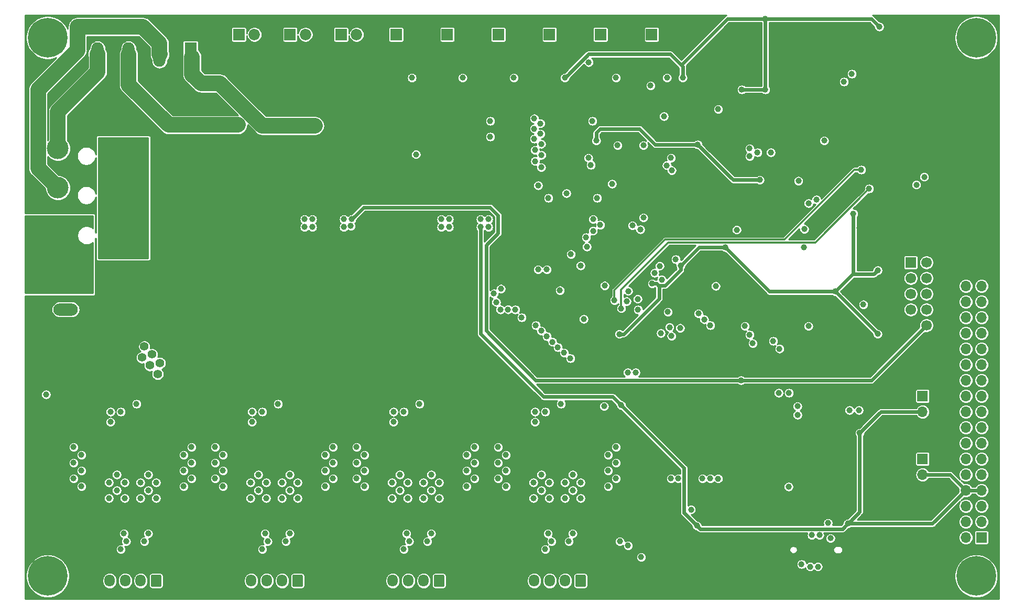
<source format=gbr>
G04 #@! TF.GenerationSoftware,KiCad,Pcbnew,(5.1.0)-1*
G04 #@! TF.CreationDate,2019-04-25T09:45:53+02:00*
G04 #@! TF.ProjectId,FHNW-Pro4E-FS19T8-3DPrinterBoard-STM32,46484e57-2d50-4726-9f34-452d46533139,rev?*
G04 #@! TF.SameCoordinates,Original*
G04 #@! TF.FileFunction,Copper,L2,Inr*
G04 #@! TF.FilePolarity,Positive*
%FSLAX46Y46*%
G04 Gerber Fmt 4.6, Leading zero omitted, Abs format (unit mm)*
G04 Created by KiCad (PCBNEW (5.1.0)-1) date 2019-04-25 09:45:53*
%MOMM*%
%LPD*%
G04 APERTURE LIST*
%ADD10C,1.700000*%
%ADD11R,1.700000X1.700000*%
%ADD12O,1.700000X1.700000*%
%ADD13C,1.850000*%
%ADD14R,1.850000X1.850000*%
%ADD15O,1.700000X1.950000*%
%ADD16C,0.100000*%
%ADD17O,3.960000X1.980000*%
%ADD18R,3.960000X1.980000*%
%ADD19C,3.500000*%
%ADD20O,0.800000X1.400000*%
%ADD21C,6.400000*%
%ADD22O,1.980000X3.960000*%
%ADD23R,1.980000X3.960000*%
%ADD24C,1.000000*%
%ADD25C,1.400000*%
%ADD26C,0.600000*%
%ADD27C,2.500000*%
%ADD28C,0.300000*%
%ADD29C,0.254000*%
G04 APERTURE END LIST*
D10*
X227965000Y-70485000D03*
X225425000Y-70485000D03*
X227965000Y-67945000D03*
X225425000Y-67945000D03*
X227965000Y-65405000D03*
X225425000Y-65405000D03*
X227965000Y-62865000D03*
X225425000Y-62865000D03*
X227965000Y-60325000D03*
D11*
X225425000Y-60325000D03*
X236855000Y-104775000D03*
D12*
X234315000Y-104775000D03*
X236855000Y-102235000D03*
X234315000Y-102235000D03*
X236855000Y-99695000D03*
X234315000Y-99695000D03*
X236855000Y-97155000D03*
X234315000Y-97155000D03*
X236855000Y-94615000D03*
X234315000Y-94615000D03*
X236855000Y-92075000D03*
X234315000Y-92075000D03*
X236855000Y-89535000D03*
X234315000Y-89535000D03*
X236855000Y-86995000D03*
X234315000Y-86995000D03*
X236855000Y-84455000D03*
X234315000Y-84455000D03*
X236855000Y-81915000D03*
X234315000Y-81915000D03*
X236855000Y-79375000D03*
X234315000Y-79375000D03*
X236855000Y-76835000D03*
X234315000Y-76835000D03*
X236855000Y-74295000D03*
X234315000Y-74295000D03*
X236855000Y-71755000D03*
X234315000Y-71755000D03*
X236855000Y-69215000D03*
X234315000Y-69215000D03*
X236855000Y-66675000D03*
X234315000Y-66675000D03*
X236855000Y-64135000D03*
X234315000Y-64135000D03*
X236855000Y-61595000D03*
X234315000Y-61595000D03*
X236855000Y-59055000D03*
X234315000Y-59055000D03*
X236855000Y-56515000D03*
X234315000Y-56515000D03*
D13*
X135890000Y-23495000D03*
D14*
X133390000Y-23495000D03*
X158790000Y-23495000D03*
D13*
X161290000Y-23495000D03*
D15*
X118865000Y-111760000D03*
X121365000Y-111760000D03*
X123865000Y-111760000D03*
D16*
G36*
X126989504Y-110786204D02*
G01*
X127013773Y-110789804D01*
X127037571Y-110795765D01*
X127060671Y-110804030D01*
X127082849Y-110814520D01*
X127103893Y-110827133D01*
X127123598Y-110841747D01*
X127141777Y-110858223D01*
X127158253Y-110876402D01*
X127172867Y-110896107D01*
X127185480Y-110917151D01*
X127195970Y-110939329D01*
X127204235Y-110962429D01*
X127210196Y-110986227D01*
X127213796Y-111010496D01*
X127215000Y-111035000D01*
X127215000Y-112485000D01*
X127213796Y-112509504D01*
X127210196Y-112533773D01*
X127204235Y-112557571D01*
X127195970Y-112580671D01*
X127185480Y-112602849D01*
X127172867Y-112623893D01*
X127158253Y-112643598D01*
X127141777Y-112661777D01*
X127123598Y-112678253D01*
X127103893Y-112692867D01*
X127082849Y-112705480D01*
X127060671Y-112715970D01*
X127037571Y-112724235D01*
X127013773Y-112730196D01*
X126989504Y-112733796D01*
X126965000Y-112735000D01*
X125765000Y-112735000D01*
X125740496Y-112733796D01*
X125716227Y-112730196D01*
X125692429Y-112724235D01*
X125669329Y-112715970D01*
X125647151Y-112705480D01*
X125626107Y-112692867D01*
X125606402Y-112678253D01*
X125588223Y-112661777D01*
X125571747Y-112643598D01*
X125557133Y-112623893D01*
X125544520Y-112602849D01*
X125534030Y-112580671D01*
X125525765Y-112557571D01*
X125519804Y-112533773D01*
X125516204Y-112509504D01*
X125515000Y-112485000D01*
X125515000Y-111035000D01*
X125516204Y-111010496D01*
X125519804Y-110986227D01*
X125525765Y-110962429D01*
X125534030Y-110939329D01*
X125544520Y-110917151D01*
X125557133Y-110896107D01*
X125571747Y-110876402D01*
X125588223Y-110858223D01*
X125606402Y-110841747D01*
X125626107Y-110827133D01*
X125647151Y-110814520D01*
X125669329Y-110804030D01*
X125692429Y-110795765D01*
X125716227Y-110789804D01*
X125740496Y-110786204D01*
X125765000Y-110785000D01*
X126965000Y-110785000D01*
X126989504Y-110786204D01*
X126989504Y-110786204D01*
G37*
D10*
X126365000Y-111760000D03*
D16*
G36*
X104129504Y-110786204D02*
G01*
X104153773Y-110789804D01*
X104177571Y-110795765D01*
X104200671Y-110804030D01*
X104222849Y-110814520D01*
X104243893Y-110827133D01*
X104263598Y-110841747D01*
X104281777Y-110858223D01*
X104298253Y-110876402D01*
X104312867Y-110896107D01*
X104325480Y-110917151D01*
X104335970Y-110939329D01*
X104344235Y-110962429D01*
X104350196Y-110986227D01*
X104353796Y-111010496D01*
X104355000Y-111035000D01*
X104355000Y-112485000D01*
X104353796Y-112509504D01*
X104350196Y-112533773D01*
X104344235Y-112557571D01*
X104335970Y-112580671D01*
X104325480Y-112602849D01*
X104312867Y-112623893D01*
X104298253Y-112643598D01*
X104281777Y-112661777D01*
X104263598Y-112678253D01*
X104243893Y-112692867D01*
X104222849Y-112705480D01*
X104200671Y-112715970D01*
X104177571Y-112724235D01*
X104153773Y-112730196D01*
X104129504Y-112733796D01*
X104105000Y-112735000D01*
X102905000Y-112735000D01*
X102880496Y-112733796D01*
X102856227Y-112730196D01*
X102832429Y-112724235D01*
X102809329Y-112715970D01*
X102787151Y-112705480D01*
X102766107Y-112692867D01*
X102746402Y-112678253D01*
X102728223Y-112661777D01*
X102711747Y-112643598D01*
X102697133Y-112623893D01*
X102684520Y-112602849D01*
X102674030Y-112580671D01*
X102665765Y-112557571D01*
X102659804Y-112533773D01*
X102656204Y-112509504D01*
X102655000Y-112485000D01*
X102655000Y-111035000D01*
X102656204Y-111010496D01*
X102659804Y-110986227D01*
X102665765Y-110962429D01*
X102674030Y-110939329D01*
X102684520Y-110917151D01*
X102697133Y-110896107D01*
X102711747Y-110876402D01*
X102728223Y-110858223D01*
X102746402Y-110841747D01*
X102766107Y-110827133D01*
X102787151Y-110814520D01*
X102809329Y-110804030D01*
X102832429Y-110795765D01*
X102856227Y-110789804D01*
X102880496Y-110786204D01*
X102905000Y-110785000D01*
X104105000Y-110785000D01*
X104129504Y-110786204D01*
X104129504Y-110786204D01*
G37*
D10*
X103505000Y-111760000D03*
D15*
X101005000Y-111760000D03*
X98505000Y-111760000D03*
X96005000Y-111760000D03*
X164585000Y-111760000D03*
X167085000Y-111760000D03*
X169585000Y-111760000D03*
D16*
G36*
X172709504Y-110786204D02*
G01*
X172733773Y-110789804D01*
X172757571Y-110795765D01*
X172780671Y-110804030D01*
X172802849Y-110814520D01*
X172823893Y-110827133D01*
X172843598Y-110841747D01*
X172861777Y-110858223D01*
X172878253Y-110876402D01*
X172892867Y-110896107D01*
X172905480Y-110917151D01*
X172915970Y-110939329D01*
X172924235Y-110962429D01*
X172930196Y-110986227D01*
X172933796Y-111010496D01*
X172935000Y-111035000D01*
X172935000Y-112485000D01*
X172933796Y-112509504D01*
X172930196Y-112533773D01*
X172924235Y-112557571D01*
X172915970Y-112580671D01*
X172905480Y-112602849D01*
X172892867Y-112623893D01*
X172878253Y-112643598D01*
X172861777Y-112661777D01*
X172843598Y-112678253D01*
X172823893Y-112692867D01*
X172802849Y-112705480D01*
X172780671Y-112715970D01*
X172757571Y-112724235D01*
X172733773Y-112730196D01*
X172709504Y-112733796D01*
X172685000Y-112735000D01*
X171485000Y-112735000D01*
X171460496Y-112733796D01*
X171436227Y-112730196D01*
X171412429Y-112724235D01*
X171389329Y-112715970D01*
X171367151Y-112705480D01*
X171346107Y-112692867D01*
X171326402Y-112678253D01*
X171308223Y-112661777D01*
X171291747Y-112643598D01*
X171277133Y-112623893D01*
X171264520Y-112602849D01*
X171254030Y-112580671D01*
X171245765Y-112557571D01*
X171239804Y-112533773D01*
X171236204Y-112509504D01*
X171235000Y-112485000D01*
X171235000Y-111035000D01*
X171236204Y-111010496D01*
X171239804Y-110986227D01*
X171245765Y-110962429D01*
X171254030Y-110939329D01*
X171264520Y-110917151D01*
X171277133Y-110896107D01*
X171291747Y-110876402D01*
X171308223Y-110858223D01*
X171326402Y-110841747D01*
X171346107Y-110827133D01*
X171367151Y-110814520D01*
X171389329Y-110804030D01*
X171412429Y-110795765D01*
X171436227Y-110789804D01*
X171460496Y-110786204D01*
X171485000Y-110785000D01*
X172685000Y-110785000D01*
X172709504Y-110786204D01*
X172709504Y-110786204D01*
G37*
D10*
X172085000Y-111760000D03*
D16*
G36*
X149849504Y-110786204D02*
G01*
X149873773Y-110789804D01*
X149897571Y-110795765D01*
X149920671Y-110804030D01*
X149942849Y-110814520D01*
X149963893Y-110827133D01*
X149983598Y-110841747D01*
X150001777Y-110858223D01*
X150018253Y-110876402D01*
X150032867Y-110896107D01*
X150045480Y-110917151D01*
X150055970Y-110939329D01*
X150064235Y-110962429D01*
X150070196Y-110986227D01*
X150073796Y-111010496D01*
X150075000Y-111035000D01*
X150075000Y-112485000D01*
X150073796Y-112509504D01*
X150070196Y-112533773D01*
X150064235Y-112557571D01*
X150055970Y-112580671D01*
X150045480Y-112602849D01*
X150032867Y-112623893D01*
X150018253Y-112643598D01*
X150001777Y-112661777D01*
X149983598Y-112678253D01*
X149963893Y-112692867D01*
X149942849Y-112705480D01*
X149920671Y-112715970D01*
X149897571Y-112724235D01*
X149873773Y-112730196D01*
X149849504Y-112733796D01*
X149825000Y-112735000D01*
X148625000Y-112735000D01*
X148600496Y-112733796D01*
X148576227Y-112730196D01*
X148552429Y-112724235D01*
X148529329Y-112715970D01*
X148507151Y-112705480D01*
X148486107Y-112692867D01*
X148466402Y-112678253D01*
X148448223Y-112661777D01*
X148431747Y-112643598D01*
X148417133Y-112623893D01*
X148404520Y-112602849D01*
X148394030Y-112580671D01*
X148385765Y-112557571D01*
X148379804Y-112533773D01*
X148376204Y-112509504D01*
X148375000Y-112485000D01*
X148375000Y-111035000D01*
X148376204Y-111010496D01*
X148379804Y-110986227D01*
X148385765Y-110962429D01*
X148394030Y-110939329D01*
X148404520Y-110917151D01*
X148417133Y-110896107D01*
X148431747Y-110876402D01*
X148448223Y-110858223D01*
X148466402Y-110841747D01*
X148486107Y-110827133D01*
X148507151Y-110814520D01*
X148529329Y-110804030D01*
X148552429Y-110795765D01*
X148576227Y-110789804D01*
X148600496Y-110786204D01*
X148625000Y-110785000D01*
X149825000Y-110785000D01*
X149849504Y-110786204D01*
X149849504Y-110786204D01*
G37*
D10*
X149225000Y-111760000D03*
D15*
X146725000Y-111760000D03*
X144225000Y-111760000D03*
X141725000Y-111760000D03*
D17*
X88900000Y-67930000D03*
D18*
X88900000Y-62930000D03*
D14*
X150535000Y-23495000D03*
D13*
X153035000Y-23495000D03*
D14*
X183555000Y-23495000D03*
D13*
X186055000Y-23495000D03*
X144780000Y-23495000D03*
D14*
X142280000Y-23495000D03*
D13*
X177800000Y-23495000D03*
D14*
X175300000Y-23495000D03*
X125135000Y-23495000D03*
D13*
X127635000Y-23495000D03*
X169545000Y-23495000D03*
D14*
X167045000Y-23495000D03*
D19*
X96870000Y-57150000D03*
X87670000Y-57150000D03*
X96830000Y-48260000D03*
X87630000Y-48260000D03*
X87630000Y-41910000D03*
X96830000Y-41910000D03*
D13*
X119380000Y-23495000D03*
D14*
X116880000Y-23495000D03*
D20*
X205568000Y-113965000D03*
X214548000Y-113965000D03*
X214188000Y-108015000D03*
X205928000Y-108015000D03*
D21*
X86000000Y-24000000D03*
X86000000Y-111000000D03*
X236000000Y-24000000D03*
X236000000Y-111000000D03*
D11*
X227330000Y-92075000D03*
D12*
X227330000Y-94615000D03*
X227330000Y-97155000D03*
X227330000Y-86995000D03*
X227330000Y-84455000D03*
D11*
X227330000Y-81915000D03*
D22*
X99065000Y-26735000D03*
X94065000Y-26735000D03*
X104065000Y-26735000D03*
D23*
X109065000Y-26735000D03*
D24*
X158115000Y-102870000D03*
X159385000Y-102870000D03*
X177165000Y-102870000D03*
X178435000Y-102870000D03*
X112395000Y-102870000D03*
X113665000Y-102870000D03*
X131445000Y-102870000D03*
X132715000Y-102870000D03*
X135255000Y-102870000D03*
X136525000Y-102870000D03*
X154305000Y-102870000D03*
X155575000Y-102870000D03*
X89535000Y-102870000D03*
X108585000Y-102870000D03*
X90805000Y-102870000D03*
X96139000Y-87630000D03*
X164719000Y-87630000D03*
X118999000Y-87630000D03*
X141859000Y-87630000D03*
X99695000Y-84455000D03*
X168275000Y-84455000D03*
X122555000Y-84455000D03*
X145415000Y-84455000D03*
X89535000Y-86995000D03*
X89535000Y-85725000D03*
X99695000Y-99060000D03*
X168275000Y-99060000D03*
X122555000Y-99060000D03*
X145415000Y-99060000D03*
X102870000Y-102870000D03*
X171450000Y-102870000D03*
X125730000Y-102870000D03*
X148590000Y-102870000D03*
X109855000Y-102870000D03*
X133985000Y-85725000D03*
X133985000Y-86995000D03*
X111125000Y-86995000D03*
X111125000Y-85725000D03*
X178435000Y-86995000D03*
X178435000Y-85725000D03*
X156845000Y-85725000D03*
X156845000Y-86995000D03*
X103632000Y-83185000D03*
X126492000Y-83185000D03*
X149352000Y-83185000D03*
X172212000Y-83185000D03*
X137160000Y-62230000D03*
X139065000Y-59690000D03*
X217170000Y-65024000D03*
X217170000Y-54737000D03*
X207645000Y-101473000D03*
X201422000Y-92710000D03*
X202819000Y-78232000D03*
X115570000Y-59690000D03*
X114300000Y-59690000D03*
X114935000Y-62230000D03*
X137160000Y-59690000D03*
X126365000Y-34925000D03*
X134620000Y-34925000D03*
X142875000Y-34925000D03*
X216170000Y-36085000D03*
X103505000Y-48260000D03*
X104775000Y-48260000D03*
X106045000Y-48260000D03*
X107315000Y-48260000D03*
X135255000Y-40005000D03*
X132715000Y-40005000D03*
X133985000Y-40005000D03*
X136525000Y-40005000D03*
X217170000Y-86360000D03*
X175895000Y-40005000D03*
X188030331Y-40030331D03*
X139065000Y-62230000D03*
X113665000Y-62230000D03*
X103505000Y-53340000D03*
X108585000Y-65405000D03*
X109855000Y-65405000D03*
X111125000Y-65405000D03*
X112395000Y-62230000D03*
X116205000Y-62230000D03*
X182245000Y-45720000D03*
X175768000Y-48514000D03*
X183769000Y-65151000D03*
X201930000Y-41275000D03*
X205740000Y-25400000D03*
X192024000Y-44704000D03*
X197485000Y-97155000D03*
X182880000Y-113030000D03*
X185420000Y-88519000D03*
X163068000Y-50292000D03*
X91821000Y-39243000D03*
X110363012Y-33909000D03*
X132715000Y-48895000D03*
X133985000Y-48895000D03*
X135255000Y-48895000D03*
X136525000Y-48895000D03*
X107315000Y-49530000D03*
X106045000Y-49530000D03*
X104775000Y-49530000D03*
X103505000Y-49530000D03*
X108585000Y-48260000D03*
X108585000Y-49530000D03*
X147024000Y-41086000D03*
X198127032Y-41160000D03*
X186140000Y-59755000D03*
X173948000Y-62549000D03*
X195392506Y-59392506D03*
X163152996Y-68010000D03*
X165947000Y-46420000D03*
X155925000Y-54610000D03*
X155925000Y-53340000D03*
X157195000Y-53340000D03*
X157195000Y-54610000D03*
X150845000Y-54610000D03*
X150845000Y-53340000D03*
X149575000Y-53340000D03*
X149575000Y-54610000D03*
X174625000Y-40640000D03*
X162560000Y-69215000D03*
X161290000Y-30480000D03*
X153035000Y-30480000D03*
X213233000Y-65024000D03*
X216154000Y-52451000D03*
X190880958Y-102870000D03*
X217170000Y-87884000D03*
X174752000Y-49911010D03*
X191008000Y-41275000D03*
X220091000Y-61595000D03*
X201930000Y-20955000D03*
X201930000Y-32385000D03*
X188595000Y-30480000D03*
X220345000Y-22225000D03*
X178625000Y-83375000D03*
X201041000Y-46990000D03*
X183642000Y-63754000D03*
X215265000Y-102530010D03*
X165226976Y-47879000D03*
X178347581Y-71893093D03*
X144830009Y-30480000D03*
X195453000Y-57880022D03*
X188265631Y-60834372D03*
X220091000Y-71882000D03*
X175980000Y-64073004D03*
X169544964Y-30480000D03*
X198120000Y-32385000D03*
X194310000Y-35560000D03*
X208153000Y-57912000D03*
X208915000Y-70612000D03*
X186814920Y-45443886D03*
X177800000Y-30480000D03*
X186055000Y-30480000D03*
X185547000Y-36703000D03*
X145500000Y-42863990D03*
X199390000Y-41910000D03*
X193918308Y-64145692D03*
X192059000Y-69538000D03*
X200660000Y-42545000D03*
X193040000Y-70485000D03*
X202819000Y-42545000D03*
X191135000Y-68580000D03*
X199390000Y-43180000D03*
X177165000Y-47625000D03*
X173990000Y-37465000D03*
X186182000Y-68326062D03*
X118745000Y-98425000D03*
X120015000Y-97155000D03*
X121285000Y-95885000D03*
X120015000Y-94615000D03*
X118745000Y-95885000D03*
X121285000Y-98425000D03*
X114300000Y-96520000D03*
X113030000Y-95250000D03*
X114300000Y-93980000D03*
X113030000Y-92710000D03*
X114300000Y-91440000D03*
X113030000Y-90170000D03*
X126365000Y-98425000D03*
X125095000Y-97155000D03*
X123825000Y-95885000D03*
X125095000Y-94615000D03*
X126365000Y-95885000D03*
X123825000Y-98425000D03*
X130810000Y-96520000D03*
X132080000Y-95250000D03*
X130810000Y-93980000D03*
X132080000Y-92710000D03*
X130810000Y-91440000D03*
X132080000Y-90170000D03*
X103505000Y-98425000D03*
X102235000Y-97155000D03*
X100965000Y-98425000D03*
X103505000Y-95885000D03*
X100965000Y-95885000D03*
X102235000Y-94615000D03*
X107950000Y-96520000D03*
X109220000Y-95250000D03*
X107950000Y-93980000D03*
X109220000Y-92710000D03*
X107950000Y-91440000D03*
X109220000Y-90170000D03*
X95885000Y-98425000D03*
X97155000Y-97155000D03*
X98425000Y-98425000D03*
X98425000Y-95885000D03*
X97155000Y-94615000D03*
X95885000Y-95885000D03*
X91440000Y-93980000D03*
X90170000Y-92710000D03*
X91440000Y-91440000D03*
X91440000Y-96520000D03*
X90170000Y-95250000D03*
X90170000Y-90170000D03*
X164465000Y-98425000D03*
X165735000Y-97155000D03*
X167005000Y-98425000D03*
X167005000Y-95885000D03*
X164465000Y-95885000D03*
X165735000Y-94615000D03*
X158750000Y-92710000D03*
X160020000Y-93980000D03*
X160020000Y-96520000D03*
X160020000Y-91440000D03*
X158750000Y-95250000D03*
X158750000Y-90170000D03*
X172085000Y-98425000D03*
X170815000Y-97155000D03*
X169545000Y-95885000D03*
X170815000Y-94615000D03*
X172085000Y-95885000D03*
X169545000Y-98425000D03*
X176530000Y-96520000D03*
X177800000Y-95250000D03*
X176530000Y-93980000D03*
X177800000Y-92710000D03*
X176530000Y-91440000D03*
X177800000Y-90170000D03*
X149225000Y-98425000D03*
X147955000Y-97155000D03*
X146685000Y-95885000D03*
X147955000Y-94615000D03*
X149225000Y-95885000D03*
X146685000Y-98425000D03*
X153670000Y-96520000D03*
X154940000Y-95250000D03*
X153670000Y-93980000D03*
X154940000Y-92710000D03*
X153670000Y-91440000D03*
X154940000Y-90170000D03*
X142875000Y-97155000D03*
X144145000Y-95885000D03*
X142875000Y-94615000D03*
X141605000Y-95885000D03*
X144145000Y-98425000D03*
X141605000Y-98425000D03*
X137160000Y-96520000D03*
X135890000Y-95250000D03*
X137160000Y-93980000D03*
X135890000Y-92710000D03*
X137160000Y-91440000D03*
X135890000Y-90170000D03*
D25*
X102870000Y-75184000D03*
X101600000Y-73914000D03*
X104140000Y-76581000D03*
X103759000Y-78359000D03*
X101219000Y-75692000D03*
X102489000Y-76962000D03*
D24*
X114300000Y-38100000D03*
X116840000Y-38100000D03*
X115570000Y-38100000D03*
X113030000Y-38100000D03*
X111760000Y-38100000D03*
X110490000Y-38100000D03*
X109220000Y-38100000D03*
X107950000Y-38100000D03*
X106680000Y-38100000D03*
X127635000Y-38227000D03*
X128905000Y-38227000D03*
X126365000Y-38227000D03*
X125095000Y-38227000D03*
X123825000Y-38227000D03*
X122555000Y-38227000D03*
X121285000Y-38227000D03*
X209183000Y-109480002D03*
X210683000Y-104394000D03*
X210433000Y-109480002D03*
X209433000Y-104394000D03*
X212471000Y-104902000D03*
X207772000Y-109093000D03*
X205690213Y-96569787D03*
X212051716Y-102434655D03*
X120650000Y-84455000D03*
X97790000Y-84455000D03*
X166370000Y-84455000D03*
X143510000Y-84455000D03*
X175895000Y-83566000D03*
X133827000Y-54610000D03*
X133827000Y-53340000D03*
X135097000Y-53340000D03*
X128747000Y-54610000D03*
X128747000Y-53340000D03*
X127477000Y-53340000D03*
X127477000Y-54610000D03*
X197993000Y-79375000D03*
X134954807Y-54436807D03*
X186690000Y-95250000D03*
X179536000Y-66613000D03*
X194291000Y-95269000D03*
X185041562Y-71752438D03*
X193040000Y-95250000D03*
X186760308Y-72215698D03*
X191770000Y-95250000D03*
X188172000Y-70930994D03*
X189929904Y-100265096D03*
X186462003Y-70786007D03*
X187856990Y-95250000D03*
X179790000Y-64962000D03*
X205740000Y-81407000D03*
X207280000Y-47134000D03*
X204089000Y-81407000D03*
X211455000Y-40640000D03*
X207137000Y-84963088D03*
X226330000Y-47769000D03*
X207137000Y-83566000D03*
X227600000Y-46499000D03*
X218694000Y-48387000D03*
X178647008Y-67756000D03*
X217424000Y-45339000D03*
X177543539Y-66453253D03*
X170434000Y-75819000D03*
X170179960Y-105410000D03*
X170815000Y-104140000D03*
X169417994Y-74930000D03*
X168910000Y-83185000D03*
X168402000Y-74040996D03*
X164719000Y-84455000D03*
X167519123Y-73156359D03*
X164719000Y-86106000D03*
X166624000Y-72262998D03*
X141859000Y-84455000D03*
X160357868Y-67927208D03*
X141859000Y-86106000D03*
X159131002Y-67945000D03*
X146050000Y-83185000D03*
X161539448Y-67945063D03*
X164846000Y-70485000D03*
X147955000Y-104140000D03*
X165735000Y-71374006D03*
X147320000Y-105410000D03*
X124460000Y-105410000D03*
X165734988Y-44958000D03*
X125095000Y-104140000D03*
X164729696Y-43952688D03*
X123190000Y-83185000D03*
X165760003Y-42979788D03*
X118999000Y-84455000D03*
X164719044Y-42164000D03*
X118999000Y-86106000D03*
X165734985Y-41186010D03*
X217763000Y-67121000D03*
X98298000Y-104140000D03*
X121096990Y-104140000D03*
X143956990Y-104140000D03*
X166816990Y-104140000D03*
X178435000Y-105410000D03*
X210185000Y-50165000D03*
X158454000Y-66740000D03*
X166370000Y-106680000D03*
X143510000Y-106680000D03*
X120650000Y-106680000D03*
X97790000Y-106680000D03*
X181864000Y-107950000D03*
X159216000Y-64580996D03*
X98679047Y-105410073D03*
X121539000Y-105410000D03*
X144398985Y-105410000D03*
X167385924Y-105410000D03*
X179741060Y-106081060D03*
X208915000Y-50761990D03*
X158073000Y-65343000D03*
X178054000Y-41402000D03*
X217043000Y-84201000D03*
X182245000Y-41402000D03*
X215519000Y-84201000D03*
X100330000Y-83185000D03*
X164592006Y-38696990D03*
X96139000Y-86106000D03*
X164592000Y-37060010D03*
X96139000Y-84455000D03*
X165597308Y-37856692D03*
X102235012Y-104140000D03*
X165608000Y-39535010D03*
X101600000Y-105410000D03*
X164592000Y-40348005D03*
X165227000Y-61468000D03*
X168741000Y-64835000D03*
X166624000Y-61468000D03*
X181356000Y-67945000D03*
X172085000Y-60833000D03*
X199898000Y-73406000D03*
X198628000Y-70612000D03*
X199390000Y-72009000D03*
X184040075Y-62020408D03*
X185204891Y-63101432D03*
X187452000Y-59817000D03*
X184869998Y-60898000D03*
X181737000Y-54991000D03*
X180467000Y-54355994D03*
X182245000Y-53086006D03*
X173101000Y-57785000D03*
X174094662Y-55222662D03*
X172974000Y-56260992D03*
X174117002Y-53340000D03*
X175252932Y-54242286D03*
X169799000Y-49149000D03*
X166878000Y-49911000D03*
X85725000Y-81661000D03*
X186690000Y-43434000D03*
X183388000Y-31750000D03*
X173391759Y-27976759D03*
X185990951Y-44641637D03*
X173355000Y-43434000D03*
X157480000Y-37465000D03*
X173736000Y-44577000D03*
X157480000Y-40005000D03*
X179705000Y-78105000D03*
X170519000Y-58993000D03*
X214630000Y-31115000D03*
X204226692Y-74284308D03*
X215900000Y-29845000D03*
X203200000Y-73025000D03*
X172593000Y-69469000D03*
X180975000Y-78105000D03*
X181313998Y-66231998D03*
X197316000Y-55056000D03*
X208238000Y-54929000D03*
D26*
X216154000Y-62103000D02*
X213233000Y-65024000D01*
X216154000Y-52451000D02*
X216154000Y-62103000D01*
X155925000Y-71851000D02*
X155925000Y-54610000D01*
X166116000Y-82042000D02*
X155925000Y-71851000D01*
X177292000Y-82042000D02*
X166116000Y-82042000D01*
X216281000Y-62230000D02*
X216154000Y-62103000D01*
X220091000Y-61595000D02*
X219456000Y-62230000D01*
X219456000Y-62230000D02*
X216281000Y-62230000D01*
X195834000Y-20955000D02*
X201930000Y-20955000D01*
X188341000Y-28448000D02*
X195834000Y-20955000D01*
X188595000Y-28702000D02*
X188341000Y-28448000D01*
X188595000Y-30480000D02*
X188595000Y-28702000D01*
X201930000Y-20955000D02*
X201930000Y-32385000D01*
X219845001Y-21725001D02*
X220345000Y-22225000D01*
X201930000Y-20955000D02*
X219075000Y-20955000D01*
X219075000Y-20955000D02*
X219845001Y-21725001D01*
X174625000Y-39370000D02*
X174625000Y-40640000D01*
X175260000Y-38735000D02*
X174625000Y-39370000D01*
X181610000Y-38735000D02*
X175260000Y-38735000D01*
X191008000Y-41275000D02*
X184150000Y-41275000D01*
X184150000Y-41275000D02*
X181610000Y-38735000D01*
X178625000Y-83375000D02*
X177292000Y-82042000D01*
X220599000Y-84455000D02*
X227330000Y-84455000D01*
X217170000Y-87884000D02*
X220599000Y-84455000D01*
X231775000Y-94615000D02*
X227330000Y-94615000D01*
X234315000Y-97155000D02*
X231775000Y-94615000D01*
X196723000Y-46990000D02*
X201041000Y-46990000D01*
X191008000Y-41275000D02*
X196723000Y-46990000D01*
X234315000Y-97155000D02*
X236855000Y-97155000D01*
X184349106Y-63754000D02*
X183642000Y-63754000D01*
X184603106Y-64008000D02*
X184349106Y-63754000D01*
X217170000Y-100625010D02*
X215764999Y-102030011D01*
X234315000Y-97155000D02*
X228939990Y-102530010D01*
X215764999Y-102030011D02*
X215265000Y-102530010D01*
X217170000Y-87884000D02*
X217170000Y-100625010D01*
X215972106Y-102530010D02*
X215265000Y-102530010D01*
X228939990Y-102530010D02*
X215972106Y-102530010D01*
X184785000Y-66162780D02*
X179054687Y-71893093D01*
X179054687Y-71893093D02*
X178347581Y-71893093D01*
X184785000Y-64189894D02*
X184785000Y-66162780D01*
X184603106Y-64008000D02*
X184785000Y-64189894D01*
X214410354Y-103384656D02*
X214765001Y-103030009D01*
X190880958Y-102870000D02*
X191395614Y-103384656D01*
X191395614Y-103384656D02*
X214410354Y-103384656D01*
X214765001Y-103030009D02*
X215265000Y-102530010D01*
X202596978Y-65024000D02*
X195952999Y-58380021D01*
X195952999Y-58380021D02*
X195453000Y-57880022D01*
X213233000Y-65024000D02*
X202596978Y-65024000D01*
X185755667Y-64051442D02*
X188265631Y-61541478D01*
X188765630Y-60334373D02*
X188265631Y-60834372D01*
X184603106Y-64008000D02*
X184646548Y-64051442D01*
X195453000Y-57880022D02*
X191219981Y-57880022D01*
X191219981Y-57880022D02*
X188765630Y-60334373D01*
X184646548Y-64051442D02*
X185755667Y-64051442D01*
X188265631Y-61541478D02*
X188265631Y-60834372D01*
X217805000Y-69596000D02*
X220091000Y-71882000D01*
X217805000Y-69596000D02*
X213233000Y-65024000D01*
X188807000Y-100796042D02*
X188807000Y-93557000D01*
X188807000Y-93557000D02*
X178625000Y-83375000D01*
X190880958Y-102870000D02*
X188807000Y-100796042D01*
X188341000Y-28448000D02*
X186563000Y-26670000D01*
X186563000Y-26670000D02*
X173354964Y-26670000D01*
X170044963Y-29980001D02*
X169544964Y-30480000D01*
X173354964Y-26670000D02*
X170044963Y-29980001D01*
X198120000Y-32385000D02*
X201930000Y-32385000D01*
D27*
X99065000Y-31628000D02*
X99065000Y-26755000D01*
X116713000Y-38100000D02*
X105537000Y-38100000D01*
X105537000Y-38100000D02*
X99065000Y-31628000D01*
X109305000Y-29910000D02*
X109305000Y-27140000D01*
X110764000Y-31369000D02*
X109305000Y-29910000D01*
X113800390Y-31369000D02*
X110764000Y-31369000D01*
X129159000Y-38227000D02*
X120658390Y-38227000D01*
X120658390Y-38227000D02*
X113800390Y-31369000D01*
X104065000Y-24944000D02*
X104065000Y-26735000D01*
X104065000Y-26735000D02*
X104130000Y-26670000D01*
X84429999Y-45059999D02*
X84429999Y-32410001D01*
X87630000Y-48260000D02*
X84429999Y-45059999D01*
X84429999Y-32410001D02*
X90805000Y-26035000D01*
X90805000Y-26035000D02*
X90805000Y-22225000D01*
X90805000Y-22225000D02*
X101346000Y-22225000D01*
X101346000Y-22225000D02*
X104065000Y-24944000D01*
X94065000Y-26735000D02*
X94000000Y-26670000D01*
X94065000Y-29506000D02*
X94065000Y-26735000D01*
X87630000Y-41910000D02*
X87630000Y-35941000D01*
X87630000Y-35941000D02*
X94065000Y-29506000D01*
D26*
X219075000Y-79375000D02*
X227965000Y-70485000D01*
X197993000Y-79375000D02*
X219075000Y-79375000D01*
X135596999Y-52840001D02*
X135097000Y-53340000D01*
X137002000Y-51435000D02*
X135596999Y-52840001D01*
X157480000Y-51435000D02*
X137002000Y-51435000D01*
X164846000Y-79375000D02*
X156833999Y-71362999D01*
X197993000Y-79375000D02*
X164846000Y-79375000D01*
X156833999Y-71362999D02*
X156833999Y-57542001D01*
X156833999Y-57542001D02*
X158750000Y-55626000D01*
X158750000Y-55626000D02*
X158750000Y-52705000D01*
X158750000Y-52705000D02*
X157480000Y-51435000D01*
D28*
X178647008Y-64707992D02*
X178647008Y-67048894D01*
X218694000Y-48387000D02*
X210000988Y-57080012D01*
X178647008Y-67048894D02*
X178647008Y-67756000D01*
X186274988Y-57080012D02*
X178647008Y-64707992D01*
X210000988Y-57080012D02*
X186274988Y-57080012D01*
X177543539Y-64795461D02*
X177543539Y-65746147D01*
X216304000Y-45339000D02*
X205012999Y-56630001D01*
X177543539Y-65746147D02*
X177543539Y-66453253D01*
X185708999Y-56630001D02*
X177543539Y-64795461D01*
X205012999Y-56630001D02*
X185708999Y-56630001D01*
X217424000Y-45339000D02*
X216304000Y-45339000D01*
D29*
G36*
X195592897Y-20372925D02*
G01*
X195483972Y-20431147D01*
X195388499Y-20509499D01*
X195368866Y-20533422D01*
X188341000Y-27561289D01*
X187028138Y-26248427D01*
X187008501Y-26224499D01*
X186913028Y-26146147D01*
X186804103Y-26087925D01*
X186685913Y-26052073D01*
X186593794Y-26043000D01*
X186563000Y-26039967D01*
X186532206Y-26043000D01*
X173385755Y-26043000D01*
X173354963Y-26039967D01*
X173324171Y-26043000D01*
X173324170Y-26043000D01*
X173232051Y-26052073D01*
X173113861Y-26087925D01*
X173004936Y-26146147D01*
X172909463Y-26224499D01*
X172889830Y-26248422D01*
X169623387Y-29514866D01*
X169623381Y-29514871D01*
X169485252Y-29653000D01*
X169463512Y-29653000D01*
X169303737Y-29684782D01*
X169153233Y-29747123D01*
X169017783Y-29837628D01*
X168902592Y-29952819D01*
X168812087Y-30088269D01*
X168749746Y-30238773D01*
X168717964Y-30398548D01*
X168717964Y-30561452D01*
X168749746Y-30721227D01*
X168812087Y-30871731D01*
X168902592Y-31007181D01*
X169017783Y-31122372D01*
X169153233Y-31212877D01*
X169303737Y-31275218D01*
X169463512Y-31307000D01*
X169626416Y-31307000D01*
X169786191Y-31275218D01*
X169936695Y-31212877D01*
X170072145Y-31122372D01*
X170187336Y-31007181D01*
X170277841Y-30871731D01*
X170340182Y-30721227D01*
X170371964Y-30561452D01*
X170371964Y-30539712D01*
X170510093Y-30401583D01*
X170510098Y-30401577D01*
X170513127Y-30398548D01*
X176973000Y-30398548D01*
X176973000Y-30561452D01*
X177004782Y-30721227D01*
X177067123Y-30871731D01*
X177157628Y-31007181D01*
X177272819Y-31122372D01*
X177408269Y-31212877D01*
X177558773Y-31275218D01*
X177718548Y-31307000D01*
X177881452Y-31307000D01*
X178041227Y-31275218D01*
X178191731Y-31212877D01*
X178327181Y-31122372D01*
X178442372Y-31007181D01*
X178532877Y-30871731D01*
X178595218Y-30721227D01*
X178627000Y-30561452D01*
X178627000Y-30398548D01*
X185228000Y-30398548D01*
X185228000Y-30561452D01*
X185259782Y-30721227D01*
X185322123Y-30871731D01*
X185412628Y-31007181D01*
X185527819Y-31122372D01*
X185663269Y-31212877D01*
X185813773Y-31275218D01*
X185973548Y-31307000D01*
X186136452Y-31307000D01*
X186296227Y-31275218D01*
X186446731Y-31212877D01*
X186582181Y-31122372D01*
X186697372Y-31007181D01*
X186787877Y-30871731D01*
X186850218Y-30721227D01*
X186882000Y-30561452D01*
X186882000Y-30398548D01*
X186850218Y-30238773D01*
X186787877Y-30088269D01*
X186697372Y-29952819D01*
X186582181Y-29837628D01*
X186446731Y-29747123D01*
X186296227Y-29684782D01*
X186136452Y-29653000D01*
X185973548Y-29653000D01*
X185813773Y-29684782D01*
X185663269Y-29747123D01*
X185527819Y-29837628D01*
X185412628Y-29952819D01*
X185322123Y-30088269D01*
X185259782Y-30238773D01*
X185228000Y-30398548D01*
X178627000Y-30398548D01*
X178595218Y-30238773D01*
X178532877Y-30088269D01*
X178442372Y-29952819D01*
X178327181Y-29837628D01*
X178191731Y-29747123D01*
X178041227Y-29684782D01*
X177881452Y-29653000D01*
X177718548Y-29653000D01*
X177558773Y-29684782D01*
X177408269Y-29747123D01*
X177272819Y-29837628D01*
X177157628Y-29952819D01*
X177067123Y-30088269D01*
X177004782Y-30238773D01*
X176973000Y-30398548D01*
X170513127Y-30398548D01*
X172624995Y-28286680D01*
X172658882Y-28368490D01*
X172749387Y-28503940D01*
X172864578Y-28619131D01*
X173000028Y-28709636D01*
X173150532Y-28771977D01*
X173310307Y-28803759D01*
X173473211Y-28803759D01*
X173632986Y-28771977D01*
X173783490Y-28709636D01*
X173918940Y-28619131D01*
X174034131Y-28503940D01*
X174124636Y-28368490D01*
X174186977Y-28217986D01*
X174218759Y-28058211D01*
X174218759Y-27895307D01*
X174186977Y-27735532D01*
X174124636Y-27585028D01*
X174034131Y-27449578D01*
X173918940Y-27334387D01*
X173862987Y-27297000D01*
X186303289Y-27297000D01*
X187875876Y-28869588D01*
X187895500Y-28893500D01*
X187919411Y-28913123D01*
X187919418Y-28913130D01*
X187919424Y-28913135D01*
X187968001Y-28961712D01*
X187968000Y-29937447D01*
X187952628Y-29952819D01*
X187862123Y-30088269D01*
X187799782Y-30238773D01*
X187768000Y-30398548D01*
X187768000Y-30561452D01*
X187799782Y-30721227D01*
X187862123Y-30871731D01*
X187952628Y-31007181D01*
X188067819Y-31122372D01*
X188203269Y-31212877D01*
X188353773Y-31275218D01*
X188513548Y-31307000D01*
X188676452Y-31307000D01*
X188836227Y-31275218D01*
X188986731Y-31212877D01*
X189122181Y-31122372D01*
X189237372Y-31007181D01*
X189327877Y-30871731D01*
X189390218Y-30721227D01*
X189422000Y-30561452D01*
X189422000Y-30398548D01*
X189390218Y-30238773D01*
X189327877Y-30088269D01*
X189237372Y-29952819D01*
X189222000Y-29937447D01*
X189222000Y-28732793D01*
X189225033Y-28701999D01*
X189212927Y-28579086D01*
X189202051Y-28543234D01*
X189185858Y-28489853D01*
X196093712Y-21582000D01*
X201303000Y-21582000D01*
X201303001Y-31758000D01*
X198662553Y-31758000D01*
X198647181Y-31742628D01*
X198511731Y-31652123D01*
X198361227Y-31589782D01*
X198201452Y-31558000D01*
X198038548Y-31558000D01*
X197878773Y-31589782D01*
X197728269Y-31652123D01*
X197592819Y-31742628D01*
X197477628Y-31857819D01*
X197387123Y-31993269D01*
X197324782Y-32143773D01*
X197293000Y-32303548D01*
X197293000Y-32466452D01*
X197324782Y-32626227D01*
X197387123Y-32776731D01*
X197477628Y-32912181D01*
X197592819Y-33027372D01*
X197728269Y-33117877D01*
X197878773Y-33180218D01*
X198038548Y-33212000D01*
X198201452Y-33212000D01*
X198361227Y-33180218D01*
X198511731Y-33117877D01*
X198647181Y-33027372D01*
X198662553Y-33012000D01*
X201387447Y-33012000D01*
X201402819Y-33027372D01*
X201538269Y-33117877D01*
X201688773Y-33180218D01*
X201848548Y-33212000D01*
X202011452Y-33212000D01*
X202171227Y-33180218D01*
X202321731Y-33117877D01*
X202457181Y-33027372D01*
X202572372Y-32912181D01*
X202662877Y-32776731D01*
X202725218Y-32626227D01*
X202757000Y-32466452D01*
X202757000Y-32303548D01*
X202725218Y-32143773D01*
X202662877Y-31993269D01*
X202572372Y-31857819D01*
X202557000Y-31842447D01*
X202557000Y-31033548D01*
X213803000Y-31033548D01*
X213803000Y-31196452D01*
X213834782Y-31356227D01*
X213897123Y-31506731D01*
X213987628Y-31642181D01*
X214102819Y-31757372D01*
X214238269Y-31847877D01*
X214388773Y-31910218D01*
X214548548Y-31942000D01*
X214711452Y-31942000D01*
X214871227Y-31910218D01*
X215021731Y-31847877D01*
X215157181Y-31757372D01*
X215272372Y-31642181D01*
X215362877Y-31506731D01*
X215425218Y-31356227D01*
X215457000Y-31196452D01*
X215457000Y-31033548D01*
X215425218Y-30873773D01*
X215362877Y-30723269D01*
X215272372Y-30587819D01*
X215157181Y-30472628D01*
X215021731Y-30382123D01*
X214871227Y-30319782D01*
X214711452Y-30288000D01*
X214548548Y-30288000D01*
X214388773Y-30319782D01*
X214238269Y-30382123D01*
X214102819Y-30472628D01*
X213987628Y-30587819D01*
X213897123Y-30723269D01*
X213834782Y-30873773D01*
X213803000Y-31033548D01*
X202557000Y-31033548D01*
X202557000Y-29763548D01*
X215073000Y-29763548D01*
X215073000Y-29926452D01*
X215104782Y-30086227D01*
X215167123Y-30236731D01*
X215257628Y-30372181D01*
X215372819Y-30487372D01*
X215508269Y-30577877D01*
X215658773Y-30640218D01*
X215818548Y-30672000D01*
X215981452Y-30672000D01*
X216141227Y-30640218D01*
X216291731Y-30577877D01*
X216427181Y-30487372D01*
X216542372Y-30372181D01*
X216632877Y-30236731D01*
X216695218Y-30086227D01*
X216727000Y-29926452D01*
X216727000Y-29763548D01*
X216695218Y-29603773D01*
X216632877Y-29453269D01*
X216542372Y-29317819D01*
X216427181Y-29202628D01*
X216291731Y-29112123D01*
X216141227Y-29049782D01*
X215981452Y-29018000D01*
X215818548Y-29018000D01*
X215658773Y-29049782D01*
X215508269Y-29112123D01*
X215372819Y-29202628D01*
X215257628Y-29317819D01*
X215167123Y-29453269D01*
X215104782Y-29603773D01*
X215073000Y-29763548D01*
X202557000Y-29763548D01*
X202557000Y-23652621D01*
X232473000Y-23652621D01*
X232473000Y-24347379D01*
X232608540Y-25028788D01*
X232874413Y-25670661D01*
X233260400Y-26248332D01*
X233751668Y-26739600D01*
X234329339Y-27125587D01*
X234971212Y-27391460D01*
X235652621Y-27527000D01*
X236347379Y-27527000D01*
X237028788Y-27391460D01*
X237670661Y-27125587D01*
X238248332Y-26739600D01*
X238739600Y-26248332D01*
X239125587Y-25670661D01*
X239391460Y-25028788D01*
X239527000Y-24347379D01*
X239527000Y-23652621D01*
X239391460Y-22971212D01*
X239125587Y-22329339D01*
X238739600Y-21751668D01*
X238248332Y-21260400D01*
X237670661Y-20874413D01*
X237028788Y-20608540D01*
X236347379Y-20473000D01*
X235652621Y-20473000D01*
X234971212Y-20608540D01*
X234329339Y-20874413D01*
X233751668Y-21260400D01*
X233260400Y-21751668D01*
X232874413Y-22329339D01*
X232608540Y-22971212D01*
X232473000Y-23652621D01*
X202557000Y-23652621D01*
X202557000Y-21582000D01*
X218815289Y-21582000D01*
X219423419Y-22190131D01*
X219423424Y-22190135D01*
X219518000Y-22284711D01*
X219518000Y-22306452D01*
X219549782Y-22466227D01*
X219612123Y-22616731D01*
X219702628Y-22752181D01*
X219817819Y-22867372D01*
X219953269Y-22957877D01*
X220103773Y-23020218D01*
X220263548Y-23052000D01*
X220426452Y-23052000D01*
X220586227Y-23020218D01*
X220736731Y-22957877D01*
X220872181Y-22867372D01*
X220987372Y-22752181D01*
X221077877Y-22616731D01*
X221140218Y-22466227D01*
X221172000Y-22306452D01*
X221172000Y-22143548D01*
X221140218Y-21983773D01*
X221077877Y-21833269D01*
X220987372Y-21697819D01*
X220872181Y-21582628D01*
X220736731Y-21492123D01*
X220586227Y-21429782D01*
X220426452Y-21398000D01*
X220404711Y-21398000D01*
X220310135Y-21303424D01*
X220310131Y-21303419D01*
X219540138Y-20533427D01*
X219520501Y-20509499D01*
X219425028Y-20431147D01*
X219316103Y-20372925D01*
X219247121Y-20352000D01*
X239648001Y-20352000D01*
X239648000Y-114648000D01*
X82352000Y-114648000D01*
X82352000Y-110652621D01*
X82473000Y-110652621D01*
X82473000Y-111347379D01*
X82608540Y-112028788D01*
X82874413Y-112670661D01*
X83260400Y-113248332D01*
X83751668Y-113739600D01*
X84329339Y-114125587D01*
X84971212Y-114391460D01*
X85652621Y-114527000D01*
X86347379Y-114527000D01*
X87028788Y-114391460D01*
X87670661Y-114125587D01*
X88248332Y-113739600D01*
X88739600Y-113248332D01*
X89125587Y-112670661D01*
X89391460Y-112028788D01*
X89481288Y-111577188D01*
X94828000Y-111577188D01*
X94828000Y-111942811D01*
X94845031Y-112115731D01*
X94912333Y-112337596D01*
X95021626Y-112542069D01*
X95168709Y-112721291D01*
X95347930Y-112868374D01*
X95552403Y-112977667D01*
X95774268Y-113044969D01*
X96005000Y-113067694D01*
X96235731Y-113044969D01*
X96457596Y-112977667D01*
X96662069Y-112868374D01*
X96841291Y-112721291D01*
X96988374Y-112542070D01*
X97097667Y-112337597D01*
X97164969Y-112115732D01*
X97182000Y-111942812D01*
X97182000Y-111577189D01*
X97182000Y-111577188D01*
X97328000Y-111577188D01*
X97328000Y-111942811D01*
X97345031Y-112115731D01*
X97412333Y-112337596D01*
X97521626Y-112542069D01*
X97668709Y-112721291D01*
X97847930Y-112868374D01*
X98052403Y-112977667D01*
X98274268Y-113044969D01*
X98505000Y-113067694D01*
X98735731Y-113044969D01*
X98957596Y-112977667D01*
X99162069Y-112868374D01*
X99341291Y-112721291D01*
X99488374Y-112542070D01*
X99597667Y-112337597D01*
X99664969Y-112115732D01*
X99682000Y-111942812D01*
X99682000Y-111577189D01*
X99682000Y-111577188D01*
X99828000Y-111577188D01*
X99828000Y-111942811D01*
X99845031Y-112115731D01*
X99912333Y-112337596D01*
X100021626Y-112542069D01*
X100168709Y-112721291D01*
X100347930Y-112868374D01*
X100552403Y-112977667D01*
X100774268Y-113044969D01*
X101005000Y-113067694D01*
X101235731Y-113044969D01*
X101457596Y-112977667D01*
X101662069Y-112868374D01*
X101841291Y-112721291D01*
X101988374Y-112542070D01*
X102097667Y-112337597D01*
X102164969Y-112115732D01*
X102182000Y-111942812D01*
X102182000Y-111577189D01*
X102164969Y-111404269D01*
X102097667Y-111182404D01*
X102018878Y-111035000D01*
X102326418Y-111035000D01*
X102326418Y-112485000D01*
X102337535Y-112597876D01*
X102370460Y-112706414D01*
X102423927Y-112806443D01*
X102495881Y-112894119D01*
X102583557Y-112966073D01*
X102683586Y-113019540D01*
X102792124Y-113052465D01*
X102905000Y-113063582D01*
X104105000Y-113063582D01*
X104217876Y-113052465D01*
X104326414Y-113019540D01*
X104426443Y-112966073D01*
X104514119Y-112894119D01*
X104586073Y-112806443D01*
X104639540Y-112706414D01*
X104672465Y-112597876D01*
X104683582Y-112485000D01*
X104683582Y-111577188D01*
X117688000Y-111577188D01*
X117688000Y-111942811D01*
X117705031Y-112115731D01*
X117772333Y-112337596D01*
X117881626Y-112542069D01*
X118028709Y-112721291D01*
X118207930Y-112868374D01*
X118412403Y-112977667D01*
X118634268Y-113044969D01*
X118865000Y-113067694D01*
X119095731Y-113044969D01*
X119317596Y-112977667D01*
X119522069Y-112868374D01*
X119701291Y-112721291D01*
X119848374Y-112542070D01*
X119957667Y-112337597D01*
X120024969Y-112115732D01*
X120042000Y-111942812D01*
X120042000Y-111577189D01*
X120042000Y-111577188D01*
X120188000Y-111577188D01*
X120188000Y-111942811D01*
X120205031Y-112115731D01*
X120272333Y-112337596D01*
X120381626Y-112542069D01*
X120528709Y-112721291D01*
X120707930Y-112868374D01*
X120912403Y-112977667D01*
X121134268Y-113044969D01*
X121365000Y-113067694D01*
X121595731Y-113044969D01*
X121817596Y-112977667D01*
X122022069Y-112868374D01*
X122201291Y-112721291D01*
X122348374Y-112542070D01*
X122457667Y-112337597D01*
X122524969Y-112115732D01*
X122542000Y-111942812D01*
X122542000Y-111577189D01*
X122542000Y-111577188D01*
X122688000Y-111577188D01*
X122688000Y-111942811D01*
X122705031Y-112115731D01*
X122772333Y-112337596D01*
X122881626Y-112542069D01*
X123028709Y-112721291D01*
X123207930Y-112868374D01*
X123412403Y-112977667D01*
X123634268Y-113044969D01*
X123865000Y-113067694D01*
X124095731Y-113044969D01*
X124317596Y-112977667D01*
X124522069Y-112868374D01*
X124701291Y-112721291D01*
X124848374Y-112542070D01*
X124957667Y-112337597D01*
X125024969Y-112115732D01*
X125042000Y-111942812D01*
X125042000Y-111577189D01*
X125024969Y-111404269D01*
X124957667Y-111182404D01*
X124878878Y-111035000D01*
X125186418Y-111035000D01*
X125186418Y-112485000D01*
X125197535Y-112597876D01*
X125230460Y-112706414D01*
X125283927Y-112806443D01*
X125355881Y-112894119D01*
X125443557Y-112966073D01*
X125543586Y-113019540D01*
X125652124Y-113052465D01*
X125765000Y-113063582D01*
X126965000Y-113063582D01*
X127077876Y-113052465D01*
X127186414Y-113019540D01*
X127286443Y-112966073D01*
X127374119Y-112894119D01*
X127446073Y-112806443D01*
X127499540Y-112706414D01*
X127532465Y-112597876D01*
X127543582Y-112485000D01*
X127543582Y-111577188D01*
X140548000Y-111577188D01*
X140548000Y-111942811D01*
X140565031Y-112115731D01*
X140632333Y-112337596D01*
X140741626Y-112542069D01*
X140888709Y-112721291D01*
X141067930Y-112868374D01*
X141272403Y-112977667D01*
X141494268Y-113044969D01*
X141725000Y-113067694D01*
X141955731Y-113044969D01*
X142177596Y-112977667D01*
X142382069Y-112868374D01*
X142561291Y-112721291D01*
X142708374Y-112542070D01*
X142817667Y-112337597D01*
X142884969Y-112115732D01*
X142902000Y-111942812D01*
X142902000Y-111577189D01*
X142902000Y-111577188D01*
X143048000Y-111577188D01*
X143048000Y-111942811D01*
X143065031Y-112115731D01*
X143132333Y-112337596D01*
X143241626Y-112542069D01*
X143388709Y-112721291D01*
X143567930Y-112868374D01*
X143772403Y-112977667D01*
X143994268Y-113044969D01*
X144225000Y-113067694D01*
X144455731Y-113044969D01*
X144677596Y-112977667D01*
X144882069Y-112868374D01*
X145061291Y-112721291D01*
X145208374Y-112542070D01*
X145317667Y-112337597D01*
X145384969Y-112115732D01*
X145402000Y-111942812D01*
X145402000Y-111577189D01*
X145402000Y-111577188D01*
X145548000Y-111577188D01*
X145548000Y-111942811D01*
X145565031Y-112115731D01*
X145632333Y-112337596D01*
X145741626Y-112542069D01*
X145888709Y-112721291D01*
X146067930Y-112868374D01*
X146272403Y-112977667D01*
X146494268Y-113044969D01*
X146725000Y-113067694D01*
X146955731Y-113044969D01*
X147177596Y-112977667D01*
X147382069Y-112868374D01*
X147561291Y-112721291D01*
X147708374Y-112542070D01*
X147817667Y-112337597D01*
X147884969Y-112115732D01*
X147902000Y-111942812D01*
X147902000Y-111577189D01*
X147884969Y-111404269D01*
X147817667Y-111182404D01*
X147738878Y-111035000D01*
X148046418Y-111035000D01*
X148046418Y-112485000D01*
X148057535Y-112597876D01*
X148090460Y-112706414D01*
X148143927Y-112806443D01*
X148215881Y-112894119D01*
X148303557Y-112966073D01*
X148403586Y-113019540D01*
X148512124Y-113052465D01*
X148625000Y-113063582D01*
X149825000Y-113063582D01*
X149937876Y-113052465D01*
X150046414Y-113019540D01*
X150146443Y-112966073D01*
X150234119Y-112894119D01*
X150306073Y-112806443D01*
X150359540Y-112706414D01*
X150392465Y-112597876D01*
X150403582Y-112485000D01*
X150403582Y-111577188D01*
X163408000Y-111577188D01*
X163408000Y-111942811D01*
X163425031Y-112115731D01*
X163492333Y-112337596D01*
X163601626Y-112542069D01*
X163748709Y-112721291D01*
X163927930Y-112868374D01*
X164132403Y-112977667D01*
X164354268Y-113044969D01*
X164585000Y-113067694D01*
X164815731Y-113044969D01*
X165037596Y-112977667D01*
X165242069Y-112868374D01*
X165421291Y-112721291D01*
X165568374Y-112542070D01*
X165677667Y-112337597D01*
X165744969Y-112115732D01*
X165762000Y-111942812D01*
X165762000Y-111577189D01*
X165762000Y-111577188D01*
X165908000Y-111577188D01*
X165908000Y-111942811D01*
X165925031Y-112115731D01*
X165992333Y-112337596D01*
X166101626Y-112542069D01*
X166248709Y-112721291D01*
X166427930Y-112868374D01*
X166632403Y-112977667D01*
X166854268Y-113044969D01*
X167085000Y-113067694D01*
X167315731Y-113044969D01*
X167537596Y-112977667D01*
X167742069Y-112868374D01*
X167921291Y-112721291D01*
X168068374Y-112542070D01*
X168177667Y-112337597D01*
X168244969Y-112115732D01*
X168262000Y-111942812D01*
X168262000Y-111577189D01*
X168262000Y-111577188D01*
X168408000Y-111577188D01*
X168408000Y-111942811D01*
X168425031Y-112115731D01*
X168492333Y-112337596D01*
X168601626Y-112542069D01*
X168748709Y-112721291D01*
X168927930Y-112868374D01*
X169132403Y-112977667D01*
X169354268Y-113044969D01*
X169585000Y-113067694D01*
X169815731Y-113044969D01*
X170037596Y-112977667D01*
X170242069Y-112868374D01*
X170421291Y-112721291D01*
X170568374Y-112542070D01*
X170677667Y-112337597D01*
X170744969Y-112115732D01*
X170762000Y-111942812D01*
X170762000Y-111577189D01*
X170744969Y-111404269D01*
X170677667Y-111182404D01*
X170598878Y-111035000D01*
X170906418Y-111035000D01*
X170906418Y-112485000D01*
X170917535Y-112597876D01*
X170950460Y-112706414D01*
X171003927Y-112806443D01*
X171075881Y-112894119D01*
X171163557Y-112966073D01*
X171263586Y-113019540D01*
X171372124Y-113052465D01*
X171485000Y-113063582D01*
X172685000Y-113063582D01*
X172797876Y-113052465D01*
X172906414Y-113019540D01*
X173006443Y-112966073D01*
X173094119Y-112894119D01*
X173166073Y-112806443D01*
X173219540Y-112706414D01*
X173252465Y-112597876D01*
X173263582Y-112485000D01*
X173263582Y-111035000D01*
X173252465Y-110922124D01*
X173219540Y-110813586D01*
X173166073Y-110713557D01*
X173116065Y-110652621D01*
X232473000Y-110652621D01*
X232473000Y-111347379D01*
X232608540Y-112028788D01*
X232874413Y-112670661D01*
X233260400Y-113248332D01*
X233751668Y-113739600D01*
X234329339Y-114125587D01*
X234971212Y-114391460D01*
X235652621Y-114527000D01*
X236347379Y-114527000D01*
X237028788Y-114391460D01*
X237670661Y-114125587D01*
X238248332Y-113739600D01*
X238739600Y-113248332D01*
X239125587Y-112670661D01*
X239391460Y-112028788D01*
X239527000Y-111347379D01*
X239527000Y-110652621D01*
X239391460Y-109971212D01*
X239125587Y-109329339D01*
X238739600Y-108751668D01*
X238248332Y-108260400D01*
X237670661Y-107874413D01*
X237028788Y-107608540D01*
X236347379Y-107473000D01*
X235652621Y-107473000D01*
X234971212Y-107608540D01*
X234329339Y-107874413D01*
X233751668Y-108260400D01*
X233260400Y-108751668D01*
X232874413Y-109329339D01*
X232608540Y-109971212D01*
X232473000Y-110652621D01*
X173116065Y-110652621D01*
X173094119Y-110625881D01*
X173006443Y-110553927D01*
X172906414Y-110500460D01*
X172797876Y-110467535D01*
X172685000Y-110456418D01*
X171485000Y-110456418D01*
X171372124Y-110467535D01*
X171263586Y-110500460D01*
X171163557Y-110553927D01*
X171075881Y-110625881D01*
X171003927Y-110713557D01*
X170950460Y-110813586D01*
X170917535Y-110922124D01*
X170906418Y-111035000D01*
X170598878Y-111035000D01*
X170568374Y-110977931D01*
X170421291Y-110798709D01*
X170242070Y-110651626D01*
X170037597Y-110542333D01*
X169815732Y-110475031D01*
X169585000Y-110452306D01*
X169354269Y-110475031D01*
X169132404Y-110542333D01*
X168927931Y-110651626D01*
X168748710Y-110798709D01*
X168601626Y-110977930D01*
X168492333Y-111182403D01*
X168425031Y-111404268D01*
X168408000Y-111577188D01*
X168262000Y-111577188D01*
X168244969Y-111404269D01*
X168177667Y-111182404D01*
X168068374Y-110977931D01*
X167921291Y-110798709D01*
X167742070Y-110651626D01*
X167537597Y-110542333D01*
X167315732Y-110475031D01*
X167085000Y-110452306D01*
X166854269Y-110475031D01*
X166632404Y-110542333D01*
X166427931Y-110651626D01*
X166248710Y-110798709D01*
X166101626Y-110977930D01*
X165992333Y-111182403D01*
X165925031Y-111404268D01*
X165908000Y-111577188D01*
X165762000Y-111577188D01*
X165744969Y-111404269D01*
X165677667Y-111182404D01*
X165568374Y-110977931D01*
X165421291Y-110798709D01*
X165242070Y-110651626D01*
X165037597Y-110542333D01*
X164815732Y-110475031D01*
X164585000Y-110452306D01*
X164354269Y-110475031D01*
X164132404Y-110542333D01*
X163927931Y-110651626D01*
X163748710Y-110798709D01*
X163601626Y-110977930D01*
X163492333Y-111182403D01*
X163425031Y-111404268D01*
X163408000Y-111577188D01*
X150403582Y-111577188D01*
X150403582Y-111035000D01*
X150392465Y-110922124D01*
X150359540Y-110813586D01*
X150306073Y-110713557D01*
X150234119Y-110625881D01*
X150146443Y-110553927D01*
X150046414Y-110500460D01*
X149937876Y-110467535D01*
X149825000Y-110456418D01*
X148625000Y-110456418D01*
X148512124Y-110467535D01*
X148403586Y-110500460D01*
X148303557Y-110553927D01*
X148215881Y-110625881D01*
X148143927Y-110713557D01*
X148090460Y-110813586D01*
X148057535Y-110922124D01*
X148046418Y-111035000D01*
X147738878Y-111035000D01*
X147708374Y-110977931D01*
X147561291Y-110798709D01*
X147382070Y-110651626D01*
X147177597Y-110542333D01*
X146955732Y-110475031D01*
X146725000Y-110452306D01*
X146494269Y-110475031D01*
X146272404Y-110542333D01*
X146067931Y-110651626D01*
X145888710Y-110798709D01*
X145741626Y-110977930D01*
X145632333Y-111182403D01*
X145565031Y-111404268D01*
X145548000Y-111577188D01*
X145402000Y-111577188D01*
X145384969Y-111404269D01*
X145317667Y-111182404D01*
X145208374Y-110977931D01*
X145061291Y-110798709D01*
X144882070Y-110651626D01*
X144677597Y-110542333D01*
X144455732Y-110475031D01*
X144225000Y-110452306D01*
X143994269Y-110475031D01*
X143772404Y-110542333D01*
X143567931Y-110651626D01*
X143388710Y-110798709D01*
X143241626Y-110977930D01*
X143132333Y-111182403D01*
X143065031Y-111404268D01*
X143048000Y-111577188D01*
X142902000Y-111577188D01*
X142884969Y-111404269D01*
X142817667Y-111182404D01*
X142708374Y-110977931D01*
X142561291Y-110798709D01*
X142382070Y-110651626D01*
X142177597Y-110542333D01*
X141955732Y-110475031D01*
X141725000Y-110452306D01*
X141494269Y-110475031D01*
X141272404Y-110542333D01*
X141067931Y-110651626D01*
X140888710Y-110798709D01*
X140741626Y-110977930D01*
X140632333Y-111182403D01*
X140565031Y-111404268D01*
X140548000Y-111577188D01*
X127543582Y-111577188D01*
X127543582Y-111035000D01*
X127532465Y-110922124D01*
X127499540Y-110813586D01*
X127446073Y-110713557D01*
X127374119Y-110625881D01*
X127286443Y-110553927D01*
X127186414Y-110500460D01*
X127077876Y-110467535D01*
X126965000Y-110456418D01*
X125765000Y-110456418D01*
X125652124Y-110467535D01*
X125543586Y-110500460D01*
X125443557Y-110553927D01*
X125355881Y-110625881D01*
X125283927Y-110713557D01*
X125230460Y-110813586D01*
X125197535Y-110922124D01*
X125186418Y-111035000D01*
X124878878Y-111035000D01*
X124848374Y-110977931D01*
X124701291Y-110798709D01*
X124522070Y-110651626D01*
X124317597Y-110542333D01*
X124095732Y-110475031D01*
X123865000Y-110452306D01*
X123634269Y-110475031D01*
X123412404Y-110542333D01*
X123207931Y-110651626D01*
X123028710Y-110798709D01*
X122881626Y-110977930D01*
X122772333Y-111182403D01*
X122705031Y-111404268D01*
X122688000Y-111577188D01*
X122542000Y-111577188D01*
X122524969Y-111404269D01*
X122457667Y-111182404D01*
X122348374Y-110977931D01*
X122201291Y-110798709D01*
X122022070Y-110651626D01*
X121817597Y-110542333D01*
X121595732Y-110475031D01*
X121365000Y-110452306D01*
X121134269Y-110475031D01*
X120912404Y-110542333D01*
X120707931Y-110651626D01*
X120528710Y-110798709D01*
X120381626Y-110977930D01*
X120272333Y-111182403D01*
X120205031Y-111404268D01*
X120188000Y-111577188D01*
X120042000Y-111577188D01*
X120024969Y-111404269D01*
X119957667Y-111182404D01*
X119848374Y-110977931D01*
X119701291Y-110798709D01*
X119522070Y-110651626D01*
X119317597Y-110542333D01*
X119095732Y-110475031D01*
X118865000Y-110452306D01*
X118634269Y-110475031D01*
X118412404Y-110542333D01*
X118207931Y-110651626D01*
X118028710Y-110798709D01*
X117881626Y-110977930D01*
X117772333Y-111182403D01*
X117705031Y-111404268D01*
X117688000Y-111577188D01*
X104683582Y-111577188D01*
X104683582Y-111035000D01*
X104672465Y-110922124D01*
X104639540Y-110813586D01*
X104586073Y-110713557D01*
X104514119Y-110625881D01*
X104426443Y-110553927D01*
X104326414Y-110500460D01*
X104217876Y-110467535D01*
X104105000Y-110456418D01*
X102905000Y-110456418D01*
X102792124Y-110467535D01*
X102683586Y-110500460D01*
X102583557Y-110553927D01*
X102495881Y-110625881D01*
X102423927Y-110713557D01*
X102370460Y-110813586D01*
X102337535Y-110922124D01*
X102326418Y-111035000D01*
X102018878Y-111035000D01*
X101988374Y-110977931D01*
X101841291Y-110798709D01*
X101662070Y-110651626D01*
X101457597Y-110542333D01*
X101235732Y-110475031D01*
X101005000Y-110452306D01*
X100774269Y-110475031D01*
X100552404Y-110542333D01*
X100347931Y-110651626D01*
X100168710Y-110798709D01*
X100021626Y-110977930D01*
X99912333Y-111182403D01*
X99845031Y-111404268D01*
X99828000Y-111577188D01*
X99682000Y-111577188D01*
X99664969Y-111404269D01*
X99597667Y-111182404D01*
X99488374Y-110977931D01*
X99341291Y-110798709D01*
X99162070Y-110651626D01*
X98957597Y-110542333D01*
X98735732Y-110475031D01*
X98505000Y-110452306D01*
X98274269Y-110475031D01*
X98052404Y-110542333D01*
X97847931Y-110651626D01*
X97668710Y-110798709D01*
X97521626Y-110977930D01*
X97412333Y-111182403D01*
X97345031Y-111404268D01*
X97328000Y-111577188D01*
X97182000Y-111577188D01*
X97164969Y-111404269D01*
X97097667Y-111182404D01*
X96988374Y-110977931D01*
X96841291Y-110798709D01*
X96662070Y-110651626D01*
X96457597Y-110542333D01*
X96235732Y-110475031D01*
X96005000Y-110452306D01*
X95774269Y-110475031D01*
X95552404Y-110542333D01*
X95347931Y-110651626D01*
X95168710Y-110798709D01*
X95021626Y-110977930D01*
X94912333Y-111182403D01*
X94845031Y-111404268D01*
X94828000Y-111577188D01*
X89481288Y-111577188D01*
X89527000Y-111347379D01*
X89527000Y-110652621D01*
X89391460Y-109971212D01*
X89125587Y-109329339D01*
X88913247Y-109011548D01*
X206945000Y-109011548D01*
X206945000Y-109174452D01*
X206976782Y-109334227D01*
X207039123Y-109484731D01*
X207129628Y-109620181D01*
X207244819Y-109735372D01*
X207380269Y-109825877D01*
X207530773Y-109888218D01*
X207690548Y-109920000D01*
X207853452Y-109920000D01*
X208013227Y-109888218D01*
X208163731Y-109825877D01*
X208299181Y-109735372D01*
X208375428Y-109659125D01*
X208387782Y-109721229D01*
X208450123Y-109871733D01*
X208540628Y-110007183D01*
X208655819Y-110122374D01*
X208791269Y-110212879D01*
X208941773Y-110275220D01*
X209101548Y-110307002D01*
X209264452Y-110307002D01*
X209424227Y-110275220D01*
X209574731Y-110212879D01*
X209710181Y-110122374D01*
X209808000Y-110024555D01*
X209905819Y-110122374D01*
X210041269Y-110212879D01*
X210191773Y-110275220D01*
X210351548Y-110307002D01*
X210514452Y-110307002D01*
X210674227Y-110275220D01*
X210824731Y-110212879D01*
X210960181Y-110122374D01*
X211075372Y-110007183D01*
X211165877Y-109871733D01*
X211228218Y-109721229D01*
X211260000Y-109561454D01*
X211260000Y-109398550D01*
X211228218Y-109238775D01*
X211165877Y-109088271D01*
X211075372Y-108952821D01*
X210960181Y-108837630D01*
X210824731Y-108747125D01*
X210674227Y-108684784D01*
X210514452Y-108653002D01*
X210351548Y-108653002D01*
X210191773Y-108684784D01*
X210041269Y-108747125D01*
X209905819Y-108837630D01*
X209808000Y-108935449D01*
X209710181Y-108837630D01*
X209574731Y-108747125D01*
X209424227Y-108684784D01*
X209264452Y-108653002D01*
X209101548Y-108653002D01*
X208941773Y-108684784D01*
X208791269Y-108747125D01*
X208655819Y-108837630D01*
X208579572Y-108913877D01*
X208567218Y-108851773D01*
X208504877Y-108701269D01*
X208414372Y-108565819D01*
X208299181Y-108450628D01*
X208163731Y-108360123D01*
X208013227Y-108297782D01*
X207853452Y-108266000D01*
X207690548Y-108266000D01*
X207530773Y-108297782D01*
X207380269Y-108360123D01*
X207244819Y-108450628D01*
X207129628Y-108565819D01*
X207039123Y-108701269D01*
X206976782Y-108851773D01*
X206945000Y-109011548D01*
X88913247Y-109011548D01*
X88739600Y-108751668D01*
X88248332Y-108260400D01*
X87670661Y-107874413D01*
X87656502Y-107868548D01*
X181037000Y-107868548D01*
X181037000Y-108031452D01*
X181068782Y-108191227D01*
X181131123Y-108341731D01*
X181221628Y-108477181D01*
X181336819Y-108592372D01*
X181472269Y-108682877D01*
X181622773Y-108745218D01*
X181782548Y-108777000D01*
X181945452Y-108777000D01*
X182105227Y-108745218D01*
X182255731Y-108682877D01*
X182391181Y-108592372D01*
X182506372Y-108477181D01*
X182596877Y-108341731D01*
X182659218Y-108191227D01*
X182691000Y-108031452D01*
X182691000Y-107868548D01*
X182659218Y-107708773D01*
X182596877Y-107558269D01*
X182506372Y-107422819D01*
X182391181Y-107307628D01*
X182255731Y-107217123D01*
X182105227Y-107154782D01*
X181945452Y-107123000D01*
X181782548Y-107123000D01*
X181622773Y-107154782D01*
X181472269Y-107217123D01*
X181336819Y-107307628D01*
X181221628Y-107422819D01*
X181131123Y-107558269D01*
X181068782Y-107708773D01*
X181037000Y-107868548D01*
X87656502Y-107868548D01*
X87028788Y-107608540D01*
X86347379Y-107473000D01*
X85652621Y-107473000D01*
X84971212Y-107608540D01*
X84329339Y-107874413D01*
X83751668Y-108260400D01*
X83260400Y-108751668D01*
X82874413Y-109329339D01*
X82608540Y-109971212D01*
X82473000Y-110652621D01*
X82352000Y-110652621D01*
X82352000Y-106598548D01*
X96963000Y-106598548D01*
X96963000Y-106761452D01*
X96994782Y-106921227D01*
X97057123Y-107071731D01*
X97147628Y-107207181D01*
X97262819Y-107322372D01*
X97398269Y-107412877D01*
X97548773Y-107475218D01*
X97708548Y-107507000D01*
X97871452Y-107507000D01*
X98031227Y-107475218D01*
X98181731Y-107412877D01*
X98317181Y-107322372D01*
X98432372Y-107207181D01*
X98522877Y-107071731D01*
X98585218Y-106921227D01*
X98617000Y-106761452D01*
X98617000Y-106598548D01*
X119823000Y-106598548D01*
X119823000Y-106761452D01*
X119854782Y-106921227D01*
X119917123Y-107071731D01*
X120007628Y-107207181D01*
X120122819Y-107322372D01*
X120258269Y-107412877D01*
X120408773Y-107475218D01*
X120568548Y-107507000D01*
X120731452Y-107507000D01*
X120891227Y-107475218D01*
X121041731Y-107412877D01*
X121177181Y-107322372D01*
X121292372Y-107207181D01*
X121382877Y-107071731D01*
X121445218Y-106921227D01*
X121477000Y-106761452D01*
X121477000Y-106598548D01*
X142683000Y-106598548D01*
X142683000Y-106761452D01*
X142714782Y-106921227D01*
X142777123Y-107071731D01*
X142867628Y-107207181D01*
X142982819Y-107322372D01*
X143118269Y-107412877D01*
X143268773Y-107475218D01*
X143428548Y-107507000D01*
X143591452Y-107507000D01*
X143751227Y-107475218D01*
X143901731Y-107412877D01*
X144037181Y-107322372D01*
X144152372Y-107207181D01*
X144242877Y-107071731D01*
X144305218Y-106921227D01*
X144337000Y-106761452D01*
X144337000Y-106598548D01*
X165543000Y-106598548D01*
X165543000Y-106761452D01*
X165574782Y-106921227D01*
X165637123Y-107071731D01*
X165727628Y-107207181D01*
X165842819Y-107322372D01*
X165978269Y-107412877D01*
X166128773Y-107475218D01*
X166288548Y-107507000D01*
X166451452Y-107507000D01*
X166611227Y-107475218D01*
X166761731Y-107412877D01*
X166897181Y-107322372D01*
X167012372Y-107207181D01*
X167102877Y-107071731D01*
X167165218Y-106921227D01*
X167197000Y-106761452D01*
X167197000Y-106598548D01*
X167165218Y-106438773D01*
X167102877Y-106288269D01*
X167012372Y-106152819D01*
X167008254Y-106148701D01*
X167144697Y-106205218D01*
X167304472Y-106237000D01*
X167467376Y-106237000D01*
X167627151Y-106205218D01*
X167777655Y-106142877D01*
X167913105Y-106052372D01*
X168028296Y-105937181D01*
X168118801Y-105801731D01*
X168181142Y-105651227D01*
X168212924Y-105491452D01*
X168212924Y-105328548D01*
X169352960Y-105328548D01*
X169352960Y-105491452D01*
X169384742Y-105651227D01*
X169447083Y-105801731D01*
X169537588Y-105937181D01*
X169652779Y-106052372D01*
X169788229Y-106142877D01*
X169938733Y-106205218D01*
X170098508Y-106237000D01*
X170261412Y-106237000D01*
X170421187Y-106205218D01*
X170571691Y-106142877D01*
X170707141Y-106052372D01*
X170822332Y-105937181D01*
X170912837Y-105801731D01*
X170975178Y-105651227D01*
X171006960Y-105491452D01*
X171006960Y-105328548D01*
X177608000Y-105328548D01*
X177608000Y-105491452D01*
X177639782Y-105651227D01*
X177702123Y-105801731D01*
X177792628Y-105937181D01*
X177907819Y-106052372D01*
X178043269Y-106142877D01*
X178193773Y-106205218D01*
X178353548Y-106237000D01*
X178516452Y-106237000D01*
X178676227Y-106205218D01*
X178826731Y-106142877D01*
X178914060Y-106084525D01*
X178914060Y-106162512D01*
X178945842Y-106322287D01*
X179008183Y-106472791D01*
X179098688Y-106608241D01*
X179213879Y-106723432D01*
X179349329Y-106813937D01*
X179499833Y-106876278D01*
X179659608Y-106908060D01*
X179822512Y-106908060D01*
X179982287Y-106876278D01*
X180132791Y-106813937D01*
X180268241Y-106723432D01*
X180290889Y-106700784D01*
X205806000Y-106700784D01*
X205806000Y-106829216D01*
X205831056Y-106955181D01*
X205880205Y-107073838D01*
X205951558Y-107180626D01*
X206042374Y-107271442D01*
X206149162Y-107342795D01*
X206267819Y-107391944D01*
X206393784Y-107417000D01*
X206522216Y-107417000D01*
X206648181Y-107391944D01*
X206766838Y-107342795D01*
X206873626Y-107271442D01*
X206964442Y-107180626D01*
X207035795Y-107073838D01*
X207084944Y-106955181D01*
X207110000Y-106829216D01*
X207110000Y-106765000D01*
X212852846Y-106765000D01*
X212865435Y-106892814D01*
X212902717Y-107015717D01*
X212963259Y-107128984D01*
X213044736Y-107228264D01*
X213144016Y-107309741D01*
X213257283Y-107370283D01*
X213380186Y-107407565D01*
X213475978Y-107417000D01*
X213840022Y-107417000D01*
X213935814Y-107407565D01*
X214058717Y-107370283D01*
X214171984Y-107309741D01*
X214271264Y-107228264D01*
X214352741Y-107128984D01*
X214413283Y-107015717D01*
X214450565Y-106892814D01*
X214463154Y-106765000D01*
X214450565Y-106637186D01*
X214413283Y-106514283D01*
X214352741Y-106401016D01*
X214271264Y-106301736D01*
X214171984Y-106220259D01*
X214058717Y-106159717D01*
X213935814Y-106122435D01*
X213840022Y-106113000D01*
X213475978Y-106113000D01*
X213380186Y-106122435D01*
X213257283Y-106159717D01*
X213144016Y-106220259D01*
X213044736Y-106301736D01*
X212963259Y-106401016D01*
X212902717Y-106514283D01*
X212865435Y-106637186D01*
X212852846Y-106765000D01*
X207110000Y-106765000D01*
X207110000Y-106700784D01*
X207084944Y-106574819D01*
X207035795Y-106456162D01*
X206964442Y-106349374D01*
X206873626Y-106258558D01*
X206766838Y-106187205D01*
X206648181Y-106138056D01*
X206522216Y-106113000D01*
X206393784Y-106113000D01*
X206267819Y-106138056D01*
X206149162Y-106187205D01*
X206042374Y-106258558D01*
X205951558Y-106349374D01*
X205880205Y-106456162D01*
X205831056Y-106574819D01*
X205806000Y-106700784D01*
X180290889Y-106700784D01*
X180383432Y-106608241D01*
X180473937Y-106472791D01*
X180536278Y-106322287D01*
X180568060Y-106162512D01*
X180568060Y-105999608D01*
X180536278Y-105839833D01*
X180473937Y-105689329D01*
X180383432Y-105553879D01*
X180268241Y-105438688D01*
X180132791Y-105348183D01*
X179982287Y-105285842D01*
X179822512Y-105254060D01*
X179659608Y-105254060D01*
X179499833Y-105285842D01*
X179349329Y-105348183D01*
X179262000Y-105406535D01*
X179262000Y-105328548D01*
X179230218Y-105168773D01*
X179167877Y-105018269D01*
X179077372Y-104882819D01*
X178962181Y-104767628D01*
X178826731Y-104677123D01*
X178676227Y-104614782D01*
X178516452Y-104583000D01*
X178353548Y-104583000D01*
X178193773Y-104614782D01*
X178043269Y-104677123D01*
X177907819Y-104767628D01*
X177792628Y-104882819D01*
X177702123Y-105018269D01*
X177639782Y-105168773D01*
X177608000Y-105328548D01*
X171006960Y-105328548D01*
X170975178Y-105168773D01*
X170912837Y-105018269D01*
X170878580Y-104967000D01*
X170896452Y-104967000D01*
X171056227Y-104935218D01*
X171206731Y-104872877D01*
X171342181Y-104782372D01*
X171457372Y-104667181D01*
X171547877Y-104531731D01*
X171610218Y-104381227D01*
X171642000Y-104221452D01*
X171642000Y-104058548D01*
X171610218Y-103898773D01*
X171547877Y-103748269D01*
X171457372Y-103612819D01*
X171342181Y-103497628D01*
X171206731Y-103407123D01*
X171056227Y-103344782D01*
X170896452Y-103313000D01*
X170733548Y-103313000D01*
X170573773Y-103344782D01*
X170423269Y-103407123D01*
X170287819Y-103497628D01*
X170172628Y-103612819D01*
X170082123Y-103748269D01*
X170019782Y-103898773D01*
X169988000Y-104058548D01*
X169988000Y-104221452D01*
X170019782Y-104381227D01*
X170082123Y-104531731D01*
X170116380Y-104583000D01*
X170098508Y-104583000D01*
X169938733Y-104614782D01*
X169788229Y-104677123D01*
X169652779Y-104767628D01*
X169537588Y-104882819D01*
X169447083Y-105018269D01*
X169384742Y-105168773D01*
X169352960Y-105328548D01*
X168212924Y-105328548D01*
X168181142Y-105168773D01*
X168118801Y-105018269D01*
X168028296Y-104882819D01*
X167913105Y-104767628D01*
X167777655Y-104677123D01*
X167627151Y-104614782D01*
X167509951Y-104591469D01*
X167549867Y-104531731D01*
X167612208Y-104381227D01*
X167643990Y-104221452D01*
X167643990Y-104058548D01*
X167612208Y-103898773D01*
X167549867Y-103748269D01*
X167459362Y-103612819D01*
X167344171Y-103497628D01*
X167208721Y-103407123D01*
X167058217Y-103344782D01*
X166898442Y-103313000D01*
X166735538Y-103313000D01*
X166575763Y-103344782D01*
X166425259Y-103407123D01*
X166289809Y-103497628D01*
X166174618Y-103612819D01*
X166084113Y-103748269D01*
X166021772Y-103898773D01*
X165989990Y-104058548D01*
X165989990Y-104221452D01*
X166021772Y-104381227D01*
X166084113Y-104531731D01*
X166174618Y-104667181D01*
X166289809Y-104782372D01*
X166425259Y-104872877D01*
X166575763Y-104935218D01*
X166692963Y-104958531D01*
X166653047Y-105018269D01*
X166590706Y-105168773D01*
X166558924Y-105328548D01*
X166558924Y-105491452D01*
X166590706Y-105651227D01*
X166653047Y-105801731D01*
X166743552Y-105937181D01*
X166747670Y-105941299D01*
X166611227Y-105884782D01*
X166451452Y-105853000D01*
X166288548Y-105853000D01*
X166128773Y-105884782D01*
X165978269Y-105947123D01*
X165842819Y-106037628D01*
X165727628Y-106152819D01*
X165637123Y-106288269D01*
X165574782Y-106438773D01*
X165543000Y-106598548D01*
X144337000Y-106598548D01*
X144305218Y-106438773D01*
X144242877Y-106288269D01*
X144191925Y-106212014D01*
X144317533Y-106237000D01*
X144480437Y-106237000D01*
X144640212Y-106205218D01*
X144790716Y-106142877D01*
X144926166Y-106052372D01*
X145041357Y-105937181D01*
X145131862Y-105801731D01*
X145194203Y-105651227D01*
X145225985Y-105491452D01*
X145225985Y-105328548D01*
X146493000Y-105328548D01*
X146493000Y-105491452D01*
X146524782Y-105651227D01*
X146587123Y-105801731D01*
X146677628Y-105937181D01*
X146792819Y-106052372D01*
X146928269Y-106142877D01*
X147078773Y-106205218D01*
X147238548Y-106237000D01*
X147401452Y-106237000D01*
X147561227Y-106205218D01*
X147711731Y-106142877D01*
X147847181Y-106052372D01*
X147962372Y-105937181D01*
X148052877Y-105801731D01*
X148115218Y-105651227D01*
X148147000Y-105491452D01*
X148147000Y-105328548D01*
X148115218Y-105168773D01*
X148052877Y-105018269D01*
X148018620Y-104967000D01*
X148036452Y-104967000D01*
X148196227Y-104935218D01*
X148346731Y-104872877D01*
X148482181Y-104782372D01*
X148597372Y-104667181D01*
X148687877Y-104531731D01*
X148750218Y-104381227D01*
X148782000Y-104221452D01*
X148782000Y-104058548D01*
X148750218Y-103898773D01*
X148687877Y-103748269D01*
X148597372Y-103612819D01*
X148482181Y-103497628D01*
X148346731Y-103407123D01*
X148196227Y-103344782D01*
X148036452Y-103313000D01*
X147873548Y-103313000D01*
X147713773Y-103344782D01*
X147563269Y-103407123D01*
X147427819Y-103497628D01*
X147312628Y-103612819D01*
X147222123Y-103748269D01*
X147159782Y-103898773D01*
X147128000Y-104058548D01*
X147128000Y-104221452D01*
X147159782Y-104381227D01*
X147222123Y-104531731D01*
X147256380Y-104583000D01*
X147238548Y-104583000D01*
X147078773Y-104614782D01*
X146928269Y-104677123D01*
X146792819Y-104767628D01*
X146677628Y-104882819D01*
X146587123Y-105018269D01*
X146524782Y-105168773D01*
X146493000Y-105328548D01*
X145225985Y-105328548D01*
X145194203Y-105168773D01*
X145131862Y-105018269D01*
X145041357Y-104882819D01*
X144926166Y-104767628D01*
X144790716Y-104677123D01*
X144640212Y-104614782D01*
X144635059Y-104613757D01*
X144689867Y-104531731D01*
X144752208Y-104381227D01*
X144783990Y-104221452D01*
X144783990Y-104058548D01*
X144752208Y-103898773D01*
X144689867Y-103748269D01*
X144599362Y-103612819D01*
X144484171Y-103497628D01*
X144348721Y-103407123D01*
X144198217Y-103344782D01*
X144038442Y-103313000D01*
X143875538Y-103313000D01*
X143715763Y-103344782D01*
X143565259Y-103407123D01*
X143429809Y-103497628D01*
X143314618Y-103612819D01*
X143224113Y-103748269D01*
X143161772Y-103898773D01*
X143129990Y-104058548D01*
X143129990Y-104221452D01*
X143161772Y-104381227D01*
X143224113Y-104531731D01*
X143314618Y-104667181D01*
X143429809Y-104782372D01*
X143565259Y-104872877D01*
X143715763Y-104935218D01*
X143720916Y-104936243D01*
X143666108Y-105018269D01*
X143603767Y-105168773D01*
X143571985Y-105328548D01*
X143571985Y-105491452D01*
X143603767Y-105651227D01*
X143666108Y-105801731D01*
X143717060Y-105877986D01*
X143591452Y-105853000D01*
X143428548Y-105853000D01*
X143268773Y-105884782D01*
X143118269Y-105947123D01*
X142982819Y-106037628D01*
X142867628Y-106152819D01*
X142777123Y-106288269D01*
X142714782Y-106438773D01*
X142683000Y-106598548D01*
X121477000Y-106598548D01*
X121445218Y-106438773D01*
X121382877Y-106288269D01*
X121331923Y-106212011D01*
X121457548Y-106237000D01*
X121620452Y-106237000D01*
X121780227Y-106205218D01*
X121930731Y-106142877D01*
X122066181Y-106052372D01*
X122181372Y-105937181D01*
X122271877Y-105801731D01*
X122334218Y-105651227D01*
X122366000Y-105491452D01*
X122366000Y-105328548D01*
X123633000Y-105328548D01*
X123633000Y-105491452D01*
X123664782Y-105651227D01*
X123727123Y-105801731D01*
X123817628Y-105937181D01*
X123932819Y-106052372D01*
X124068269Y-106142877D01*
X124218773Y-106205218D01*
X124378548Y-106237000D01*
X124541452Y-106237000D01*
X124701227Y-106205218D01*
X124851731Y-106142877D01*
X124987181Y-106052372D01*
X125102372Y-105937181D01*
X125192877Y-105801731D01*
X125255218Y-105651227D01*
X125287000Y-105491452D01*
X125287000Y-105328548D01*
X125255218Y-105168773D01*
X125192877Y-105018269D01*
X125158620Y-104967000D01*
X125176452Y-104967000D01*
X125336227Y-104935218D01*
X125486731Y-104872877D01*
X125622181Y-104782372D01*
X125737372Y-104667181D01*
X125827877Y-104531731D01*
X125890218Y-104381227D01*
X125922000Y-104221452D01*
X125922000Y-104058548D01*
X125890218Y-103898773D01*
X125827877Y-103748269D01*
X125737372Y-103612819D01*
X125622181Y-103497628D01*
X125486731Y-103407123D01*
X125336227Y-103344782D01*
X125176452Y-103313000D01*
X125013548Y-103313000D01*
X124853773Y-103344782D01*
X124703269Y-103407123D01*
X124567819Y-103497628D01*
X124452628Y-103612819D01*
X124362123Y-103748269D01*
X124299782Y-103898773D01*
X124268000Y-104058548D01*
X124268000Y-104221452D01*
X124299782Y-104381227D01*
X124362123Y-104531731D01*
X124396380Y-104583000D01*
X124378548Y-104583000D01*
X124218773Y-104614782D01*
X124068269Y-104677123D01*
X123932819Y-104767628D01*
X123817628Y-104882819D01*
X123727123Y-105018269D01*
X123664782Y-105168773D01*
X123633000Y-105328548D01*
X122366000Y-105328548D01*
X122334218Y-105168773D01*
X122271877Y-105018269D01*
X122181372Y-104882819D01*
X122066181Y-104767628D01*
X121930731Y-104677123D01*
X121780227Y-104614782D01*
X121775061Y-104613754D01*
X121829867Y-104531731D01*
X121892208Y-104381227D01*
X121923990Y-104221452D01*
X121923990Y-104058548D01*
X121892208Y-103898773D01*
X121829867Y-103748269D01*
X121739362Y-103612819D01*
X121624171Y-103497628D01*
X121488721Y-103407123D01*
X121338217Y-103344782D01*
X121178442Y-103313000D01*
X121015538Y-103313000D01*
X120855763Y-103344782D01*
X120705259Y-103407123D01*
X120569809Y-103497628D01*
X120454618Y-103612819D01*
X120364113Y-103748269D01*
X120301772Y-103898773D01*
X120269990Y-104058548D01*
X120269990Y-104221452D01*
X120301772Y-104381227D01*
X120364113Y-104531731D01*
X120454618Y-104667181D01*
X120569809Y-104782372D01*
X120705259Y-104872877D01*
X120855763Y-104935218D01*
X120860929Y-104936246D01*
X120806123Y-105018269D01*
X120743782Y-105168773D01*
X120712000Y-105328548D01*
X120712000Y-105491452D01*
X120743782Y-105651227D01*
X120806123Y-105801731D01*
X120857077Y-105877989D01*
X120731452Y-105853000D01*
X120568548Y-105853000D01*
X120408773Y-105884782D01*
X120258269Y-105947123D01*
X120122819Y-106037628D01*
X120007628Y-106152819D01*
X119917123Y-106288269D01*
X119854782Y-106438773D01*
X119823000Y-106598548D01*
X98617000Y-106598548D01*
X98585218Y-106438773D01*
X98522877Y-106288269D01*
X98471972Y-106212084D01*
X98597595Y-106237073D01*
X98760499Y-106237073D01*
X98920274Y-106205291D01*
X99070778Y-106142950D01*
X99206228Y-106052445D01*
X99321419Y-105937254D01*
X99411924Y-105801804D01*
X99474265Y-105651300D01*
X99506047Y-105491525D01*
X99506047Y-105328621D01*
X99506033Y-105328548D01*
X100773000Y-105328548D01*
X100773000Y-105491452D01*
X100804782Y-105651227D01*
X100867123Y-105801731D01*
X100957628Y-105937181D01*
X101072819Y-106052372D01*
X101208269Y-106142877D01*
X101358773Y-106205218D01*
X101518548Y-106237000D01*
X101681452Y-106237000D01*
X101841227Y-106205218D01*
X101991731Y-106142877D01*
X102127181Y-106052372D01*
X102242372Y-105937181D01*
X102332877Y-105801731D01*
X102395218Y-105651227D01*
X102427000Y-105491452D01*
X102427000Y-105328548D01*
X102395218Y-105168773D01*
X102332877Y-105018269D01*
X102298620Y-104967000D01*
X102316464Y-104967000D01*
X102476239Y-104935218D01*
X102626743Y-104872877D01*
X102762193Y-104782372D01*
X102877384Y-104667181D01*
X102967889Y-104531731D01*
X103030230Y-104381227D01*
X103062012Y-104221452D01*
X103062012Y-104058548D01*
X103030230Y-103898773D01*
X102967889Y-103748269D01*
X102877384Y-103612819D01*
X102762193Y-103497628D01*
X102626743Y-103407123D01*
X102476239Y-103344782D01*
X102316464Y-103313000D01*
X102153560Y-103313000D01*
X101993785Y-103344782D01*
X101843281Y-103407123D01*
X101707831Y-103497628D01*
X101592640Y-103612819D01*
X101502135Y-103748269D01*
X101439794Y-103898773D01*
X101408012Y-104058548D01*
X101408012Y-104221452D01*
X101439794Y-104381227D01*
X101502135Y-104531731D01*
X101536392Y-104583000D01*
X101518548Y-104583000D01*
X101358773Y-104614782D01*
X101208269Y-104677123D01*
X101072819Y-104767628D01*
X100957628Y-104882819D01*
X100867123Y-105018269D01*
X100804782Y-105168773D01*
X100773000Y-105328548D01*
X99506033Y-105328548D01*
X99474265Y-105168846D01*
X99411924Y-105018342D01*
X99321419Y-104882892D01*
X99206228Y-104767701D01*
X99070778Y-104677196D01*
X98963399Y-104632718D01*
X99030877Y-104531731D01*
X99093218Y-104381227D01*
X99125000Y-104221452D01*
X99125000Y-104058548D01*
X99093218Y-103898773D01*
X99030877Y-103748269D01*
X98940372Y-103612819D01*
X98825181Y-103497628D01*
X98689731Y-103407123D01*
X98539227Y-103344782D01*
X98379452Y-103313000D01*
X98216548Y-103313000D01*
X98056773Y-103344782D01*
X97906269Y-103407123D01*
X97770819Y-103497628D01*
X97655628Y-103612819D01*
X97565123Y-103748269D01*
X97502782Y-103898773D01*
X97471000Y-104058548D01*
X97471000Y-104221452D01*
X97502782Y-104381227D01*
X97565123Y-104531731D01*
X97655628Y-104667181D01*
X97770819Y-104782372D01*
X97906269Y-104872877D01*
X98013648Y-104917355D01*
X97946170Y-105018342D01*
X97883829Y-105168846D01*
X97852047Y-105328621D01*
X97852047Y-105491525D01*
X97883829Y-105651300D01*
X97946170Y-105801804D01*
X97997075Y-105877989D01*
X97871452Y-105853000D01*
X97708548Y-105853000D01*
X97548773Y-105884782D01*
X97398269Y-105947123D01*
X97262819Y-106037628D01*
X97147628Y-106152819D01*
X97057123Y-106288269D01*
X96994782Y-106438773D01*
X96963000Y-106598548D01*
X82352000Y-106598548D01*
X82352000Y-98343548D01*
X95058000Y-98343548D01*
X95058000Y-98506452D01*
X95089782Y-98666227D01*
X95152123Y-98816731D01*
X95242628Y-98952181D01*
X95357819Y-99067372D01*
X95493269Y-99157877D01*
X95643773Y-99220218D01*
X95803548Y-99252000D01*
X95966452Y-99252000D01*
X96126227Y-99220218D01*
X96276731Y-99157877D01*
X96412181Y-99067372D01*
X96527372Y-98952181D01*
X96617877Y-98816731D01*
X96680218Y-98666227D01*
X96712000Y-98506452D01*
X96712000Y-98343548D01*
X97598000Y-98343548D01*
X97598000Y-98506452D01*
X97629782Y-98666227D01*
X97692123Y-98816731D01*
X97782628Y-98952181D01*
X97897819Y-99067372D01*
X98033269Y-99157877D01*
X98183773Y-99220218D01*
X98343548Y-99252000D01*
X98506452Y-99252000D01*
X98666227Y-99220218D01*
X98816731Y-99157877D01*
X98952181Y-99067372D01*
X99067372Y-98952181D01*
X99157877Y-98816731D01*
X99220218Y-98666227D01*
X99252000Y-98506452D01*
X99252000Y-98343548D01*
X100138000Y-98343548D01*
X100138000Y-98506452D01*
X100169782Y-98666227D01*
X100232123Y-98816731D01*
X100322628Y-98952181D01*
X100437819Y-99067372D01*
X100573269Y-99157877D01*
X100723773Y-99220218D01*
X100883548Y-99252000D01*
X101046452Y-99252000D01*
X101206227Y-99220218D01*
X101356731Y-99157877D01*
X101492181Y-99067372D01*
X101607372Y-98952181D01*
X101697877Y-98816731D01*
X101760218Y-98666227D01*
X101792000Y-98506452D01*
X101792000Y-98343548D01*
X102678000Y-98343548D01*
X102678000Y-98506452D01*
X102709782Y-98666227D01*
X102772123Y-98816731D01*
X102862628Y-98952181D01*
X102977819Y-99067372D01*
X103113269Y-99157877D01*
X103263773Y-99220218D01*
X103423548Y-99252000D01*
X103586452Y-99252000D01*
X103746227Y-99220218D01*
X103896731Y-99157877D01*
X104032181Y-99067372D01*
X104147372Y-98952181D01*
X104237877Y-98816731D01*
X104300218Y-98666227D01*
X104332000Y-98506452D01*
X104332000Y-98343548D01*
X117918000Y-98343548D01*
X117918000Y-98506452D01*
X117949782Y-98666227D01*
X118012123Y-98816731D01*
X118102628Y-98952181D01*
X118217819Y-99067372D01*
X118353269Y-99157877D01*
X118503773Y-99220218D01*
X118663548Y-99252000D01*
X118826452Y-99252000D01*
X118986227Y-99220218D01*
X119136731Y-99157877D01*
X119272181Y-99067372D01*
X119387372Y-98952181D01*
X119477877Y-98816731D01*
X119540218Y-98666227D01*
X119572000Y-98506452D01*
X119572000Y-98343548D01*
X120458000Y-98343548D01*
X120458000Y-98506452D01*
X120489782Y-98666227D01*
X120552123Y-98816731D01*
X120642628Y-98952181D01*
X120757819Y-99067372D01*
X120893269Y-99157877D01*
X121043773Y-99220218D01*
X121203548Y-99252000D01*
X121366452Y-99252000D01*
X121526227Y-99220218D01*
X121676731Y-99157877D01*
X121812181Y-99067372D01*
X121927372Y-98952181D01*
X122017877Y-98816731D01*
X122080218Y-98666227D01*
X122112000Y-98506452D01*
X122112000Y-98343548D01*
X122998000Y-98343548D01*
X122998000Y-98506452D01*
X123029782Y-98666227D01*
X123092123Y-98816731D01*
X123182628Y-98952181D01*
X123297819Y-99067372D01*
X123433269Y-99157877D01*
X123583773Y-99220218D01*
X123743548Y-99252000D01*
X123906452Y-99252000D01*
X124066227Y-99220218D01*
X124216731Y-99157877D01*
X124352181Y-99067372D01*
X124467372Y-98952181D01*
X124557877Y-98816731D01*
X124620218Y-98666227D01*
X124652000Y-98506452D01*
X124652000Y-98343548D01*
X125538000Y-98343548D01*
X125538000Y-98506452D01*
X125569782Y-98666227D01*
X125632123Y-98816731D01*
X125722628Y-98952181D01*
X125837819Y-99067372D01*
X125973269Y-99157877D01*
X126123773Y-99220218D01*
X126283548Y-99252000D01*
X126446452Y-99252000D01*
X126606227Y-99220218D01*
X126756731Y-99157877D01*
X126892181Y-99067372D01*
X127007372Y-98952181D01*
X127097877Y-98816731D01*
X127160218Y-98666227D01*
X127192000Y-98506452D01*
X127192000Y-98343548D01*
X140778000Y-98343548D01*
X140778000Y-98506452D01*
X140809782Y-98666227D01*
X140872123Y-98816731D01*
X140962628Y-98952181D01*
X141077819Y-99067372D01*
X141213269Y-99157877D01*
X141363773Y-99220218D01*
X141523548Y-99252000D01*
X141686452Y-99252000D01*
X141846227Y-99220218D01*
X141996731Y-99157877D01*
X142132181Y-99067372D01*
X142247372Y-98952181D01*
X142337877Y-98816731D01*
X142400218Y-98666227D01*
X142432000Y-98506452D01*
X142432000Y-98343548D01*
X143318000Y-98343548D01*
X143318000Y-98506452D01*
X143349782Y-98666227D01*
X143412123Y-98816731D01*
X143502628Y-98952181D01*
X143617819Y-99067372D01*
X143753269Y-99157877D01*
X143903773Y-99220218D01*
X144063548Y-99252000D01*
X144226452Y-99252000D01*
X144386227Y-99220218D01*
X144536731Y-99157877D01*
X144672181Y-99067372D01*
X144787372Y-98952181D01*
X144877877Y-98816731D01*
X144940218Y-98666227D01*
X144972000Y-98506452D01*
X144972000Y-98343548D01*
X145858000Y-98343548D01*
X145858000Y-98506452D01*
X145889782Y-98666227D01*
X145952123Y-98816731D01*
X146042628Y-98952181D01*
X146157819Y-99067372D01*
X146293269Y-99157877D01*
X146443773Y-99220218D01*
X146603548Y-99252000D01*
X146766452Y-99252000D01*
X146926227Y-99220218D01*
X147076731Y-99157877D01*
X147212181Y-99067372D01*
X147327372Y-98952181D01*
X147417877Y-98816731D01*
X147480218Y-98666227D01*
X147512000Y-98506452D01*
X147512000Y-98343548D01*
X148398000Y-98343548D01*
X148398000Y-98506452D01*
X148429782Y-98666227D01*
X148492123Y-98816731D01*
X148582628Y-98952181D01*
X148697819Y-99067372D01*
X148833269Y-99157877D01*
X148983773Y-99220218D01*
X149143548Y-99252000D01*
X149306452Y-99252000D01*
X149466227Y-99220218D01*
X149616731Y-99157877D01*
X149752181Y-99067372D01*
X149867372Y-98952181D01*
X149957877Y-98816731D01*
X150020218Y-98666227D01*
X150052000Y-98506452D01*
X150052000Y-98343548D01*
X163638000Y-98343548D01*
X163638000Y-98506452D01*
X163669782Y-98666227D01*
X163732123Y-98816731D01*
X163822628Y-98952181D01*
X163937819Y-99067372D01*
X164073269Y-99157877D01*
X164223773Y-99220218D01*
X164383548Y-99252000D01*
X164546452Y-99252000D01*
X164706227Y-99220218D01*
X164856731Y-99157877D01*
X164992181Y-99067372D01*
X165107372Y-98952181D01*
X165197877Y-98816731D01*
X165260218Y-98666227D01*
X165292000Y-98506452D01*
X165292000Y-98343548D01*
X166178000Y-98343548D01*
X166178000Y-98506452D01*
X166209782Y-98666227D01*
X166272123Y-98816731D01*
X166362628Y-98952181D01*
X166477819Y-99067372D01*
X166613269Y-99157877D01*
X166763773Y-99220218D01*
X166923548Y-99252000D01*
X167086452Y-99252000D01*
X167246227Y-99220218D01*
X167396731Y-99157877D01*
X167532181Y-99067372D01*
X167647372Y-98952181D01*
X167737877Y-98816731D01*
X167800218Y-98666227D01*
X167832000Y-98506452D01*
X167832000Y-98343548D01*
X168718000Y-98343548D01*
X168718000Y-98506452D01*
X168749782Y-98666227D01*
X168812123Y-98816731D01*
X168902628Y-98952181D01*
X169017819Y-99067372D01*
X169153269Y-99157877D01*
X169303773Y-99220218D01*
X169463548Y-99252000D01*
X169626452Y-99252000D01*
X169786227Y-99220218D01*
X169936731Y-99157877D01*
X170072181Y-99067372D01*
X170187372Y-98952181D01*
X170277877Y-98816731D01*
X170340218Y-98666227D01*
X170372000Y-98506452D01*
X170372000Y-98343548D01*
X171258000Y-98343548D01*
X171258000Y-98506452D01*
X171289782Y-98666227D01*
X171352123Y-98816731D01*
X171442628Y-98952181D01*
X171557819Y-99067372D01*
X171693269Y-99157877D01*
X171843773Y-99220218D01*
X172003548Y-99252000D01*
X172166452Y-99252000D01*
X172326227Y-99220218D01*
X172476731Y-99157877D01*
X172612181Y-99067372D01*
X172727372Y-98952181D01*
X172817877Y-98816731D01*
X172880218Y-98666227D01*
X172912000Y-98506452D01*
X172912000Y-98343548D01*
X172880218Y-98183773D01*
X172817877Y-98033269D01*
X172727372Y-97897819D01*
X172612181Y-97782628D01*
X172476731Y-97692123D01*
X172326227Y-97629782D01*
X172166452Y-97598000D01*
X172003548Y-97598000D01*
X171843773Y-97629782D01*
X171693269Y-97692123D01*
X171557819Y-97782628D01*
X171442628Y-97897819D01*
X171352123Y-98033269D01*
X171289782Y-98183773D01*
X171258000Y-98343548D01*
X170372000Y-98343548D01*
X170340218Y-98183773D01*
X170277877Y-98033269D01*
X170187372Y-97897819D01*
X170072181Y-97782628D01*
X169936731Y-97692123D01*
X169786227Y-97629782D01*
X169626452Y-97598000D01*
X169463548Y-97598000D01*
X169303773Y-97629782D01*
X169153269Y-97692123D01*
X169017819Y-97782628D01*
X168902628Y-97897819D01*
X168812123Y-98033269D01*
X168749782Y-98183773D01*
X168718000Y-98343548D01*
X167832000Y-98343548D01*
X167800218Y-98183773D01*
X167737877Y-98033269D01*
X167647372Y-97897819D01*
X167532181Y-97782628D01*
X167396731Y-97692123D01*
X167246227Y-97629782D01*
X167086452Y-97598000D01*
X166923548Y-97598000D01*
X166763773Y-97629782D01*
X166613269Y-97692123D01*
X166477819Y-97782628D01*
X166362628Y-97897819D01*
X166272123Y-98033269D01*
X166209782Y-98183773D01*
X166178000Y-98343548D01*
X165292000Y-98343548D01*
X165260218Y-98183773D01*
X165197877Y-98033269D01*
X165107372Y-97897819D01*
X164992181Y-97782628D01*
X164856731Y-97692123D01*
X164706227Y-97629782D01*
X164546452Y-97598000D01*
X164383548Y-97598000D01*
X164223773Y-97629782D01*
X164073269Y-97692123D01*
X163937819Y-97782628D01*
X163822628Y-97897819D01*
X163732123Y-98033269D01*
X163669782Y-98183773D01*
X163638000Y-98343548D01*
X150052000Y-98343548D01*
X150020218Y-98183773D01*
X149957877Y-98033269D01*
X149867372Y-97897819D01*
X149752181Y-97782628D01*
X149616731Y-97692123D01*
X149466227Y-97629782D01*
X149306452Y-97598000D01*
X149143548Y-97598000D01*
X148983773Y-97629782D01*
X148833269Y-97692123D01*
X148697819Y-97782628D01*
X148582628Y-97897819D01*
X148492123Y-98033269D01*
X148429782Y-98183773D01*
X148398000Y-98343548D01*
X147512000Y-98343548D01*
X147480218Y-98183773D01*
X147417877Y-98033269D01*
X147327372Y-97897819D01*
X147212181Y-97782628D01*
X147076731Y-97692123D01*
X146926227Y-97629782D01*
X146766452Y-97598000D01*
X146603548Y-97598000D01*
X146443773Y-97629782D01*
X146293269Y-97692123D01*
X146157819Y-97782628D01*
X146042628Y-97897819D01*
X145952123Y-98033269D01*
X145889782Y-98183773D01*
X145858000Y-98343548D01*
X144972000Y-98343548D01*
X144940218Y-98183773D01*
X144877877Y-98033269D01*
X144787372Y-97897819D01*
X144672181Y-97782628D01*
X144536731Y-97692123D01*
X144386227Y-97629782D01*
X144226452Y-97598000D01*
X144063548Y-97598000D01*
X143903773Y-97629782D01*
X143753269Y-97692123D01*
X143617819Y-97782628D01*
X143502628Y-97897819D01*
X143412123Y-98033269D01*
X143349782Y-98183773D01*
X143318000Y-98343548D01*
X142432000Y-98343548D01*
X142400218Y-98183773D01*
X142337877Y-98033269D01*
X142247372Y-97897819D01*
X142132181Y-97782628D01*
X141996731Y-97692123D01*
X141846227Y-97629782D01*
X141686452Y-97598000D01*
X141523548Y-97598000D01*
X141363773Y-97629782D01*
X141213269Y-97692123D01*
X141077819Y-97782628D01*
X140962628Y-97897819D01*
X140872123Y-98033269D01*
X140809782Y-98183773D01*
X140778000Y-98343548D01*
X127192000Y-98343548D01*
X127160218Y-98183773D01*
X127097877Y-98033269D01*
X127007372Y-97897819D01*
X126892181Y-97782628D01*
X126756731Y-97692123D01*
X126606227Y-97629782D01*
X126446452Y-97598000D01*
X126283548Y-97598000D01*
X126123773Y-97629782D01*
X125973269Y-97692123D01*
X125837819Y-97782628D01*
X125722628Y-97897819D01*
X125632123Y-98033269D01*
X125569782Y-98183773D01*
X125538000Y-98343548D01*
X124652000Y-98343548D01*
X124620218Y-98183773D01*
X124557877Y-98033269D01*
X124467372Y-97897819D01*
X124352181Y-97782628D01*
X124216731Y-97692123D01*
X124066227Y-97629782D01*
X123906452Y-97598000D01*
X123743548Y-97598000D01*
X123583773Y-97629782D01*
X123433269Y-97692123D01*
X123297819Y-97782628D01*
X123182628Y-97897819D01*
X123092123Y-98033269D01*
X123029782Y-98183773D01*
X122998000Y-98343548D01*
X122112000Y-98343548D01*
X122080218Y-98183773D01*
X122017877Y-98033269D01*
X121927372Y-97897819D01*
X121812181Y-97782628D01*
X121676731Y-97692123D01*
X121526227Y-97629782D01*
X121366452Y-97598000D01*
X121203548Y-97598000D01*
X121043773Y-97629782D01*
X120893269Y-97692123D01*
X120757819Y-97782628D01*
X120642628Y-97897819D01*
X120552123Y-98033269D01*
X120489782Y-98183773D01*
X120458000Y-98343548D01*
X119572000Y-98343548D01*
X119540218Y-98183773D01*
X119477877Y-98033269D01*
X119387372Y-97897819D01*
X119272181Y-97782628D01*
X119136731Y-97692123D01*
X118986227Y-97629782D01*
X118826452Y-97598000D01*
X118663548Y-97598000D01*
X118503773Y-97629782D01*
X118353269Y-97692123D01*
X118217819Y-97782628D01*
X118102628Y-97897819D01*
X118012123Y-98033269D01*
X117949782Y-98183773D01*
X117918000Y-98343548D01*
X104332000Y-98343548D01*
X104300218Y-98183773D01*
X104237877Y-98033269D01*
X104147372Y-97897819D01*
X104032181Y-97782628D01*
X103896731Y-97692123D01*
X103746227Y-97629782D01*
X103586452Y-97598000D01*
X103423548Y-97598000D01*
X103263773Y-97629782D01*
X103113269Y-97692123D01*
X102977819Y-97782628D01*
X102862628Y-97897819D01*
X102772123Y-98033269D01*
X102709782Y-98183773D01*
X102678000Y-98343548D01*
X101792000Y-98343548D01*
X101760218Y-98183773D01*
X101697877Y-98033269D01*
X101607372Y-97897819D01*
X101492181Y-97782628D01*
X101356731Y-97692123D01*
X101206227Y-97629782D01*
X101046452Y-97598000D01*
X100883548Y-97598000D01*
X100723773Y-97629782D01*
X100573269Y-97692123D01*
X100437819Y-97782628D01*
X100322628Y-97897819D01*
X100232123Y-98033269D01*
X100169782Y-98183773D01*
X100138000Y-98343548D01*
X99252000Y-98343548D01*
X99220218Y-98183773D01*
X99157877Y-98033269D01*
X99067372Y-97897819D01*
X98952181Y-97782628D01*
X98816731Y-97692123D01*
X98666227Y-97629782D01*
X98506452Y-97598000D01*
X98343548Y-97598000D01*
X98183773Y-97629782D01*
X98033269Y-97692123D01*
X97897819Y-97782628D01*
X97782628Y-97897819D01*
X97692123Y-98033269D01*
X97629782Y-98183773D01*
X97598000Y-98343548D01*
X96712000Y-98343548D01*
X96680218Y-98183773D01*
X96617877Y-98033269D01*
X96527372Y-97897819D01*
X96412181Y-97782628D01*
X96276731Y-97692123D01*
X96126227Y-97629782D01*
X95966452Y-97598000D01*
X95803548Y-97598000D01*
X95643773Y-97629782D01*
X95493269Y-97692123D01*
X95357819Y-97782628D01*
X95242628Y-97897819D01*
X95152123Y-98033269D01*
X95089782Y-98183773D01*
X95058000Y-98343548D01*
X82352000Y-98343548D01*
X82352000Y-96438548D01*
X90613000Y-96438548D01*
X90613000Y-96601452D01*
X90644782Y-96761227D01*
X90707123Y-96911731D01*
X90797628Y-97047181D01*
X90912819Y-97162372D01*
X91048269Y-97252877D01*
X91198773Y-97315218D01*
X91358548Y-97347000D01*
X91521452Y-97347000D01*
X91681227Y-97315218D01*
X91831731Y-97252877D01*
X91967181Y-97162372D01*
X92056005Y-97073548D01*
X96328000Y-97073548D01*
X96328000Y-97236452D01*
X96359782Y-97396227D01*
X96422123Y-97546731D01*
X96512628Y-97682181D01*
X96627819Y-97797372D01*
X96763269Y-97887877D01*
X96913773Y-97950218D01*
X97073548Y-97982000D01*
X97236452Y-97982000D01*
X97396227Y-97950218D01*
X97546731Y-97887877D01*
X97682181Y-97797372D01*
X97797372Y-97682181D01*
X97887877Y-97546731D01*
X97950218Y-97396227D01*
X97982000Y-97236452D01*
X97982000Y-97073548D01*
X101408000Y-97073548D01*
X101408000Y-97236452D01*
X101439782Y-97396227D01*
X101502123Y-97546731D01*
X101592628Y-97682181D01*
X101707819Y-97797372D01*
X101843269Y-97887877D01*
X101993773Y-97950218D01*
X102153548Y-97982000D01*
X102316452Y-97982000D01*
X102476227Y-97950218D01*
X102626731Y-97887877D01*
X102762181Y-97797372D01*
X102877372Y-97682181D01*
X102967877Y-97546731D01*
X103030218Y-97396227D01*
X103062000Y-97236452D01*
X103062000Y-97073548D01*
X103030218Y-96913773D01*
X102967877Y-96763269D01*
X102877372Y-96627819D01*
X102762181Y-96512628D01*
X102626731Y-96422123D01*
X102476227Y-96359782D01*
X102316452Y-96328000D01*
X102153548Y-96328000D01*
X101993773Y-96359782D01*
X101843269Y-96422123D01*
X101707819Y-96512628D01*
X101592628Y-96627819D01*
X101502123Y-96763269D01*
X101439782Y-96913773D01*
X101408000Y-97073548D01*
X97982000Y-97073548D01*
X97950218Y-96913773D01*
X97887877Y-96763269D01*
X97797372Y-96627819D01*
X97682181Y-96512628D01*
X97546731Y-96422123D01*
X97396227Y-96359782D01*
X97236452Y-96328000D01*
X97073548Y-96328000D01*
X96913773Y-96359782D01*
X96763269Y-96422123D01*
X96627819Y-96512628D01*
X96512628Y-96627819D01*
X96422123Y-96763269D01*
X96359782Y-96913773D01*
X96328000Y-97073548D01*
X92056005Y-97073548D01*
X92082372Y-97047181D01*
X92172877Y-96911731D01*
X92235218Y-96761227D01*
X92267000Y-96601452D01*
X92267000Y-96438548D01*
X92235218Y-96278773D01*
X92172877Y-96128269D01*
X92082372Y-95992819D01*
X91967181Y-95877628D01*
X91856313Y-95803548D01*
X95058000Y-95803548D01*
X95058000Y-95966452D01*
X95089782Y-96126227D01*
X95152123Y-96276731D01*
X95242628Y-96412181D01*
X95357819Y-96527372D01*
X95493269Y-96617877D01*
X95643773Y-96680218D01*
X95803548Y-96712000D01*
X95966452Y-96712000D01*
X96126227Y-96680218D01*
X96276731Y-96617877D01*
X96412181Y-96527372D01*
X96527372Y-96412181D01*
X96617877Y-96276731D01*
X96680218Y-96126227D01*
X96712000Y-95966452D01*
X96712000Y-95803548D01*
X97598000Y-95803548D01*
X97598000Y-95966452D01*
X97629782Y-96126227D01*
X97692123Y-96276731D01*
X97782628Y-96412181D01*
X97897819Y-96527372D01*
X98033269Y-96617877D01*
X98183773Y-96680218D01*
X98343548Y-96712000D01*
X98506452Y-96712000D01*
X98666227Y-96680218D01*
X98816731Y-96617877D01*
X98952181Y-96527372D01*
X99067372Y-96412181D01*
X99157877Y-96276731D01*
X99220218Y-96126227D01*
X99252000Y-95966452D01*
X99252000Y-95803548D01*
X100138000Y-95803548D01*
X100138000Y-95966452D01*
X100169782Y-96126227D01*
X100232123Y-96276731D01*
X100322628Y-96412181D01*
X100437819Y-96527372D01*
X100573269Y-96617877D01*
X100723773Y-96680218D01*
X100883548Y-96712000D01*
X101046452Y-96712000D01*
X101206227Y-96680218D01*
X101356731Y-96617877D01*
X101492181Y-96527372D01*
X101607372Y-96412181D01*
X101697877Y-96276731D01*
X101760218Y-96126227D01*
X101792000Y-95966452D01*
X101792000Y-95803548D01*
X102678000Y-95803548D01*
X102678000Y-95966452D01*
X102709782Y-96126227D01*
X102772123Y-96276731D01*
X102862628Y-96412181D01*
X102977819Y-96527372D01*
X103113269Y-96617877D01*
X103263773Y-96680218D01*
X103423548Y-96712000D01*
X103586452Y-96712000D01*
X103746227Y-96680218D01*
X103896731Y-96617877D01*
X104032181Y-96527372D01*
X104121005Y-96438548D01*
X107123000Y-96438548D01*
X107123000Y-96601452D01*
X107154782Y-96761227D01*
X107217123Y-96911731D01*
X107307628Y-97047181D01*
X107422819Y-97162372D01*
X107558269Y-97252877D01*
X107708773Y-97315218D01*
X107868548Y-97347000D01*
X108031452Y-97347000D01*
X108191227Y-97315218D01*
X108341731Y-97252877D01*
X108477181Y-97162372D01*
X108592372Y-97047181D01*
X108682877Y-96911731D01*
X108745218Y-96761227D01*
X108777000Y-96601452D01*
X108777000Y-96438548D01*
X113473000Y-96438548D01*
X113473000Y-96601452D01*
X113504782Y-96761227D01*
X113567123Y-96911731D01*
X113657628Y-97047181D01*
X113772819Y-97162372D01*
X113908269Y-97252877D01*
X114058773Y-97315218D01*
X114218548Y-97347000D01*
X114381452Y-97347000D01*
X114541227Y-97315218D01*
X114691731Y-97252877D01*
X114827181Y-97162372D01*
X114916005Y-97073548D01*
X119188000Y-97073548D01*
X119188000Y-97236452D01*
X119219782Y-97396227D01*
X119282123Y-97546731D01*
X119372628Y-97682181D01*
X119487819Y-97797372D01*
X119623269Y-97887877D01*
X119773773Y-97950218D01*
X119933548Y-97982000D01*
X120096452Y-97982000D01*
X120256227Y-97950218D01*
X120406731Y-97887877D01*
X120542181Y-97797372D01*
X120657372Y-97682181D01*
X120747877Y-97546731D01*
X120810218Y-97396227D01*
X120842000Y-97236452D01*
X120842000Y-97073548D01*
X124268000Y-97073548D01*
X124268000Y-97236452D01*
X124299782Y-97396227D01*
X124362123Y-97546731D01*
X124452628Y-97682181D01*
X124567819Y-97797372D01*
X124703269Y-97887877D01*
X124853773Y-97950218D01*
X125013548Y-97982000D01*
X125176452Y-97982000D01*
X125336227Y-97950218D01*
X125486731Y-97887877D01*
X125622181Y-97797372D01*
X125737372Y-97682181D01*
X125827877Y-97546731D01*
X125890218Y-97396227D01*
X125922000Y-97236452D01*
X125922000Y-97073548D01*
X125890218Y-96913773D01*
X125827877Y-96763269D01*
X125737372Y-96627819D01*
X125622181Y-96512628D01*
X125486731Y-96422123D01*
X125336227Y-96359782D01*
X125176452Y-96328000D01*
X125013548Y-96328000D01*
X124853773Y-96359782D01*
X124703269Y-96422123D01*
X124567819Y-96512628D01*
X124452628Y-96627819D01*
X124362123Y-96763269D01*
X124299782Y-96913773D01*
X124268000Y-97073548D01*
X120842000Y-97073548D01*
X120810218Y-96913773D01*
X120747877Y-96763269D01*
X120657372Y-96627819D01*
X120542181Y-96512628D01*
X120406731Y-96422123D01*
X120256227Y-96359782D01*
X120096452Y-96328000D01*
X119933548Y-96328000D01*
X119773773Y-96359782D01*
X119623269Y-96422123D01*
X119487819Y-96512628D01*
X119372628Y-96627819D01*
X119282123Y-96763269D01*
X119219782Y-96913773D01*
X119188000Y-97073548D01*
X114916005Y-97073548D01*
X114942372Y-97047181D01*
X115032877Y-96911731D01*
X115095218Y-96761227D01*
X115127000Y-96601452D01*
X115127000Y-96438548D01*
X115095218Y-96278773D01*
X115032877Y-96128269D01*
X114942372Y-95992819D01*
X114827181Y-95877628D01*
X114716313Y-95803548D01*
X117918000Y-95803548D01*
X117918000Y-95966452D01*
X117949782Y-96126227D01*
X118012123Y-96276731D01*
X118102628Y-96412181D01*
X118217819Y-96527372D01*
X118353269Y-96617877D01*
X118503773Y-96680218D01*
X118663548Y-96712000D01*
X118826452Y-96712000D01*
X118986227Y-96680218D01*
X119136731Y-96617877D01*
X119272181Y-96527372D01*
X119387372Y-96412181D01*
X119477877Y-96276731D01*
X119540218Y-96126227D01*
X119572000Y-95966452D01*
X119572000Y-95803548D01*
X120458000Y-95803548D01*
X120458000Y-95966452D01*
X120489782Y-96126227D01*
X120552123Y-96276731D01*
X120642628Y-96412181D01*
X120757819Y-96527372D01*
X120893269Y-96617877D01*
X121043773Y-96680218D01*
X121203548Y-96712000D01*
X121366452Y-96712000D01*
X121526227Y-96680218D01*
X121676731Y-96617877D01*
X121812181Y-96527372D01*
X121927372Y-96412181D01*
X122017877Y-96276731D01*
X122080218Y-96126227D01*
X122112000Y-95966452D01*
X122112000Y-95803548D01*
X122998000Y-95803548D01*
X122998000Y-95966452D01*
X123029782Y-96126227D01*
X123092123Y-96276731D01*
X123182628Y-96412181D01*
X123297819Y-96527372D01*
X123433269Y-96617877D01*
X123583773Y-96680218D01*
X123743548Y-96712000D01*
X123906452Y-96712000D01*
X124066227Y-96680218D01*
X124216731Y-96617877D01*
X124352181Y-96527372D01*
X124467372Y-96412181D01*
X124557877Y-96276731D01*
X124620218Y-96126227D01*
X124652000Y-95966452D01*
X124652000Y-95803548D01*
X125538000Y-95803548D01*
X125538000Y-95966452D01*
X125569782Y-96126227D01*
X125632123Y-96276731D01*
X125722628Y-96412181D01*
X125837819Y-96527372D01*
X125973269Y-96617877D01*
X126123773Y-96680218D01*
X126283548Y-96712000D01*
X126446452Y-96712000D01*
X126606227Y-96680218D01*
X126756731Y-96617877D01*
X126892181Y-96527372D01*
X126981005Y-96438548D01*
X129983000Y-96438548D01*
X129983000Y-96601452D01*
X130014782Y-96761227D01*
X130077123Y-96911731D01*
X130167628Y-97047181D01*
X130282819Y-97162372D01*
X130418269Y-97252877D01*
X130568773Y-97315218D01*
X130728548Y-97347000D01*
X130891452Y-97347000D01*
X131051227Y-97315218D01*
X131201731Y-97252877D01*
X131337181Y-97162372D01*
X131452372Y-97047181D01*
X131542877Y-96911731D01*
X131605218Y-96761227D01*
X131637000Y-96601452D01*
X131637000Y-96438548D01*
X136333000Y-96438548D01*
X136333000Y-96601452D01*
X136364782Y-96761227D01*
X136427123Y-96911731D01*
X136517628Y-97047181D01*
X136632819Y-97162372D01*
X136768269Y-97252877D01*
X136918773Y-97315218D01*
X137078548Y-97347000D01*
X137241452Y-97347000D01*
X137401227Y-97315218D01*
X137551731Y-97252877D01*
X137687181Y-97162372D01*
X137776005Y-97073548D01*
X142048000Y-97073548D01*
X142048000Y-97236452D01*
X142079782Y-97396227D01*
X142142123Y-97546731D01*
X142232628Y-97682181D01*
X142347819Y-97797372D01*
X142483269Y-97887877D01*
X142633773Y-97950218D01*
X142793548Y-97982000D01*
X142956452Y-97982000D01*
X143116227Y-97950218D01*
X143266731Y-97887877D01*
X143402181Y-97797372D01*
X143517372Y-97682181D01*
X143607877Y-97546731D01*
X143670218Y-97396227D01*
X143702000Y-97236452D01*
X143702000Y-97073548D01*
X147128000Y-97073548D01*
X147128000Y-97236452D01*
X147159782Y-97396227D01*
X147222123Y-97546731D01*
X147312628Y-97682181D01*
X147427819Y-97797372D01*
X147563269Y-97887877D01*
X147713773Y-97950218D01*
X147873548Y-97982000D01*
X148036452Y-97982000D01*
X148196227Y-97950218D01*
X148346731Y-97887877D01*
X148482181Y-97797372D01*
X148597372Y-97682181D01*
X148687877Y-97546731D01*
X148750218Y-97396227D01*
X148782000Y-97236452D01*
X148782000Y-97073548D01*
X148750218Y-96913773D01*
X148687877Y-96763269D01*
X148597372Y-96627819D01*
X148482181Y-96512628D01*
X148346731Y-96422123D01*
X148196227Y-96359782D01*
X148036452Y-96328000D01*
X147873548Y-96328000D01*
X147713773Y-96359782D01*
X147563269Y-96422123D01*
X147427819Y-96512628D01*
X147312628Y-96627819D01*
X147222123Y-96763269D01*
X147159782Y-96913773D01*
X147128000Y-97073548D01*
X143702000Y-97073548D01*
X143670218Y-96913773D01*
X143607877Y-96763269D01*
X143517372Y-96627819D01*
X143402181Y-96512628D01*
X143266731Y-96422123D01*
X143116227Y-96359782D01*
X142956452Y-96328000D01*
X142793548Y-96328000D01*
X142633773Y-96359782D01*
X142483269Y-96422123D01*
X142347819Y-96512628D01*
X142232628Y-96627819D01*
X142142123Y-96763269D01*
X142079782Y-96913773D01*
X142048000Y-97073548D01*
X137776005Y-97073548D01*
X137802372Y-97047181D01*
X137892877Y-96911731D01*
X137955218Y-96761227D01*
X137987000Y-96601452D01*
X137987000Y-96438548D01*
X137955218Y-96278773D01*
X137892877Y-96128269D01*
X137802372Y-95992819D01*
X137687181Y-95877628D01*
X137576313Y-95803548D01*
X140778000Y-95803548D01*
X140778000Y-95966452D01*
X140809782Y-96126227D01*
X140872123Y-96276731D01*
X140962628Y-96412181D01*
X141077819Y-96527372D01*
X141213269Y-96617877D01*
X141363773Y-96680218D01*
X141523548Y-96712000D01*
X141686452Y-96712000D01*
X141846227Y-96680218D01*
X141996731Y-96617877D01*
X142132181Y-96527372D01*
X142247372Y-96412181D01*
X142337877Y-96276731D01*
X142400218Y-96126227D01*
X142432000Y-95966452D01*
X142432000Y-95803548D01*
X143318000Y-95803548D01*
X143318000Y-95966452D01*
X143349782Y-96126227D01*
X143412123Y-96276731D01*
X143502628Y-96412181D01*
X143617819Y-96527372D01*
X143753269Y-96617877D01*
X143903773Y-96680218D01*
X144063548Y-96712000D01*
X144226452Y-96712000D01*
X144386227Y-96680218D01*
X144536731Y-96617877D01*
X144672181Y-96527372D01*
X144787372Y-96412181D01*
X144877877Y-96276731D01*
X144940218Y-96126227D01*
X144972000Y-95966452D01*
X144972000Y-95803548D01*
X145858000Y-95803548D01*
X145858000Y-95966452D01*
X145889782Y-96126227D01*
X145952123Y-96276731D01*
X146042628Y-96412181D01*
X146157819Y-96527372D01*
X146293269Y-96617877D01*
X146443773Y-96680218D01*
X146603548Y-96712000D01*
X146766452Y-96712000D01*
X146926227Y-96680218D01*
X147076731Y-96617877D01*
X147212181Y-96527372D01*
X147327372Y-96412181D01*
X147417877Y-96276731D01*
X147480218Y-96126227D01*
X147512000Y-95966452D01*
X147512000Y-95803548D01*
X148398000Y-95803548D01*
X148398000Y-95966452D01*
X148429782Y-96126227D01*
X148492123Y-96276731D01*
X148582628Y-96412181D01*
X148697819Y-96527372D01*
X148833269Y-96617877D01*
X148983773Y-96680218D01*
X149143548Y-96712000D01*
X149306452Y-96712000D01*
X149466227Y-96680218D01*
X149616731Y-96617877D01*
X149752181Y-96527372D01*
X149841005Y-96438548D01*
X152843000Y-96438548D01*
X152843000Y-96601452D01*
X152874782Y-96761227D01*
X152937123Y-96911731D01*
X153027628Y-97047181D01*
X153142819Y-97162372D01*
X153278269Y-97252877D01*
X153428773Y-97315218D01*
X153588548Y-97347000D01*
X153751452Y-97347000D01*
X153911227Y-97315218D01*
X154061731Y-97252877D01*
X154197181Y-97162372D01*
X154312372Y-97047181D01*
X154402877Y-96911731D01*
X154465218Y-96761227D01*
X154497000Y-96601452D01*
X154497000Y-96438548D01*
X159193000Y-96438548D01*
X159193000Y-96601452D01*
X159224782Y-96761227D01*
X159287123Y-96911731D01*
X159377628Y-97047181D01*
X159492819Y-97162372D01*
X159628269Y-97252877D01*
X159778773Y-97315218D01*
X159938548Y-97347000D01*
X160101452Y-97347000D01*
X160261227Y-97315218D01*
X160411731Y-97252877D01*
X160547181Y-97162372D01*
X160636005Y-97073548D01*
X164908000Y-97073548D01*
X164908000Y-97236452D01*
X164939782Y-97396227D01*
X165002123Y-97546731D01*
X165092628Y-97682181D01*
X165207819Y-97797372D01*
X165343269Y-97887877D01*
X165493773Y-97950218D01*
X165653548Y-97982000D01*
X165816452Y-97982000D01*
X165976227Y-97950218D01*
X166126731Y-97887877D01*
X166262181Y-97797372D01*
X166377372Y-97682181D01*
X166467877Y-97546731D01*
X166530218Y-97396227D01*
X166562000Y-97236452D01*
X166562000Y-97073548D01*
X169988000Y-97073548D01*
X169988000Y-97236452D01*
X170019782Y-97396227D01*
X170082123Y-97546731D01*
X170172628Y-97682181D01*
X170287819Y-97797372D01*
X170423269Y-97887877D01*
X170573773Y-97950218D01*
X170733548Y-97982000D01*
X170896452Y-97982000D01*
X171056227Y-97950218D01*
X171206731Y-97887877D01*
X171342181Y-97797372D01*
X171457372Y-97682181D01*
X171547877Y-97546731D01*
X171610218Y-97396227D01*
X171642000Y-97236452D01*
X171642000Y-97073548D01*
X171610218Y-96913773D01*
X171547877Y-96763269D01*
X171457372Y-96627819D01*
X171342181Y-96512628D01*
X171206731Y-96422123D01*
X171056227Y-96359782D01*
X170896452Y-96328000D01*
X170733548Y-96328000D01*
X170573773Y-96359782D01*
X170423269Y-96422123D01*
X170287819Y-96512628D01*
X170172628Y-96627819D01*
X170082123Y-96763269D01*
X170019782Y-96913773D01*
X169988000Y-97073548D01*
X166562000Y-97073548D01*
X166530218Y-96913773D01*
X166467877Y-96763269D01*
X166377372Y-96627819D01*
X166262181Y-96512628D01*
X166126731Y-96422123D01*
X165976227Y-96359782D01*
X165816452Y-96328000D01*
X165653548Y-96328000D01*
X165493773Y-96359782D01*
X165343269Y-96422123D01*
X165207819Y-96512628D01*
X165092628Y-96627819D01*
X165002123Y-96763269D01*
X164939782Y-96913773D01*
X164908000Y-97073548D01*
X160636005Y-97073548D01*
X160662372Y-97047181D01*
X160752877Y-96911731D01*
X160815218Y-96761227D01*
X160847000Y-96601452D01*
X160847000Y-96438548D01*
X160815218Y-96278773D01*
X160752877Y-96128269D01*
X160662372Y-95992819D01*
X160547181Y-95877628D01*
X160436313Y-95803548D01*
X163638000Y-95803548D01*
X163638000Y-95966452D01*
X163669782Y-96126227D01*
X163732123Y-96276731D01*
X163822628Y-96412181D01*
X163937819Y-96527372D01*
X164073269Y-96617877D01*
X164223773Y-96680218D01*
X164383548Y-96712000D01*
X164546452Y-96712000D01*
X164706227Y-96680218D01*
X164856731Y-96617877D01*
X164992181Y-96527372D01*
X165107372Y-96412181D01*
X165197877Y-96276731D01*
X165260218Y-96126227D01*
X165292000Y-95966452D01*
X165292000Y-95803548D01*
X166178000Y-95803548D01*
X166178000Y-95966452D01*
X166209782Y-96126227D01*
X166272123Y-96276731D01*
X166362628Y-96412181D01*
X166477819Y-96527372D01*
X166613269Y-96617877D01*
X166763773Y-96680218D01*
X166923548Y-96712000D01*
X167086452Y-96712000D01*
X167246227Y-96680218D01*
X167396731Y-96617877D01*
X167532181Y-96527372D01*
X167647372Y-96412181D01*
X167737877Y-96276731D01*
X167800218Y-96126227D01*
X167832000Y-95966452D01*
X167832000Y-95803548D01*
X168718000Y-95803548D01*
X168718000Y-95966452D01*
X168749782Y-96126227D01*
X168812123Y-96276731D01*
X168902628Y-96412181D01*
X169017819Y-96527372D01*
X169153269Y-96617877D01*
X169303773Y-96680218D01*
X169463548Y-96712000D01*
X169626452Y-96712000D01*
X169786227Y-96680218D01*
X169936731Y-96617877D01*
X170072181Y-96527372D01*
X170187372Y-96412181D01*
X170277877Y-96276731D01*
X170340218Y-96126227D01*
X170372000Y-95966452D01*
X170372000Y-95803548D01*
X171258000Y-95803548D01*
X171258000Y-95966452D01*
X171289782Y-96126227D01*
X171352123Y-96276731D01*
X171442628Y-96412181D01*
X171557819Y-96527372D01*
X171693269Y-96617877D01*
X171843773Y-96680218D01*
X172003548Y-96712000D01*
X172166452Y-96712000D01*
X172326227Y-96680218D01*
X172476731Y-96617877D01*
X172612181Y-96527372D01*
X172701005Y-96438548D01*
X175703000Y-96438548D01*
X175703000Y-96601452D01*
X175734782Y-96761227D01*
X175797123Y-96911731D01*
X175887628Y-97047181D01*
X176002819Y-97162372D01*
X176138269Y-97252877D01*
X176288773Y-97315218D01*
X176448548Y-97347000D01*
X176611452Y-97347000D01*
X176771227Y-97315218D01*
X176921731Y-97252877D01*
X177057181Y-97162372D01*
X177172372Y-97047181D01*
X177262877Y-96911731D01*
X177325218Y-96761227D01*
X177357000Y-96601452D01*
X177357000Y-96438548D01*
X177325218Y-96278773D01*
X177262877Y-96128269D01*
X177172372Y-95992819D01*
X177057181Y-95877628D01*
X176921731Y-95787123D01*
X176771227Y-95724782D01*
X176611452Y-95693000D01*
X176448548Y-95693000D01*
X176288773Y-95724782D01*
X176138269Y-95787123D01*
X176002819Y-95877628D01*
X175887628Y-95992819D01*
X175797123Y-96128269D01*
X175734782Y-96278773D01*
X175703000Y-96438548D01*
X172701005Y-96438548D01*
X172727372Y-96412181D01*
X172817877Y-96276731D01*
X172880218Y-96126227D01*
X172912000Y-95966452D01*
X172912000Y-95803548D01*
X172880218Y-95643773D01*
X172817877Y-95493269D01*
X172727372Y-95357819D01*
X172612181Y-95242628D01*
X172501313Y-95168548D01*
X176973000Y-95168548D01*
X176973000Y-95331452D01*
X177004782Y-95491227D01*
X177067123Y-95641731D01*
X177157628Y-95777181D01*
X177272819Y-95892372D01*
X177408269Y-95982877D01*
X177558773Y-96045218D01*
X177718548Y-96077000D01*
X177881452Y-96077000D01*
X178041227Y-96045218D01*
X178191731Y-95982877D01*
X178327181Y-95892372D01*
X178442372Y-95777181D01*
X178532877Y-95641731D01*
X178595218Y-95491227D01*
X178627000Y-95331452D01*
X178627000Y-95168548D01*
X178595218Y-95008773D01*
X178532877Y-94858269D01*
X178442372Y-94722819D01*
X178327181Y-94607628D01*
X178191731Y-94517123D01*
X178041227Y-94454782D01*
X177881452Y-94423000D01*
X177718548Y-94423000D01*
X177558773Y-94454782D01*
X177408269Y-94517123D01*
X177272819Y-94607628D01*
X177157628Y-94722819D01*
X177067123Y-94858269D01*
X177004782Y-95008773D01*
X176973000Y-95168548D01*
X172501313Y-95168548D01*
X172476731Y-95152123D01*
X172326227Y-95089782D01*
X172166452Y-95058000D01*
X172003548Y-95058000D01*
X171843773Y-95089782D01*
X171693269Y-95152123D01*
X171557819Y-95242628D01*
X171442628Y-95357819D01*
X171352123Y-95493269D01*
X171289782Y-95643773D01*
X171258000Y-95803548D01*
X170372000Y-95803548D01*
X170340218Y-95643773D01*
X170277877Y-95493269D01*
X170187372Y-95357819D01*
X170072181Y-95242628D01*
X169936731Y-95152123D01*
X169786227Y-95089782D01*
X169626452Y-95058000D01*
X169463548Y-95058000D01*
X169303773Y-95089782D01*
X169153269Y-95152123D01*
X169017819Y-95242628D01*
X168902628Y-95357819D01*
X168812123Y-95493269D01*
X168749782Y-95643773D01*
X168718000Y-95803548D01*
X167832000Y-95803548D01*
X167800218Y-95643773D01*
X167737877Y-95493269D01*
X167647372Y-95357819D01*
X167532181Y-95242628D01*
X167396731Y-95152123D01*
X167246227Y-95089782D01*
X167086452Y-95058000D01*
X166923548Y-95058000D01*
X166763773Y-95089782D01*
X166613269Y-95152123D01*
X166477819Y-95242628D01*
X166362628Y-95357819D01*
X166272123Y-95493269D01*
X166209782Y-95643773D01*
X166178000Y-95803548D01*
X165292000Y-95803548D01*
X165260218Y-95643773D01*
X165197877Y-95493269D01*
X165107372Y-95357819D01*
X164992181Y-95242628D01*
X164856731Y-95152123D01*
X164706227Y-95089782D01*
X164546452Y-95058000D01*
X164383548Y-95058000D01*
X164223773Y-95089782D01*
X164073269Y-95152123D01*
X163937819Y-95242628D01*
X163822628Y-95357819D01*
X163732123Y-95493269D01*
X163669782Y-95643773D01*
X163638000Y-95803548D01*
X160436313Y-95803548D01*
X160411731Y-95787123D01*
X160261227Y-95724782D01*
X160101452Y-95693000D01*
X159938548Y-95693000D01*
X159778773Y-95724782D01*
X159628269Y-95787123D01*
X159492819Y-95877628D01*
X159377628Y-95992819D01*
X159287123Y-96128269D01*
X159224782Y-96278773D01*
X159193000Y-96438548D01*
X154497000Y-96438548D01*
X154465218Y-96278773D01*
X154402877Y-96128269D01*
X154312372Y-95992819D01*
X154197181Y-95877628D01*
X154061731Y-95787123D01*
X153911227Y-95724782D01*
X153751452Y-95693000D01*
X153588548Y-95693000D01*
X153428773Y-95724782D01*
X153278269Y-95787123D01*
X153142819Y-95877628D01*
X153027628Y-95992819D01*
X152937123Y-96128269D01*
X152874782Y-96278773D01*
X152843000Y-96438548D01*
X149841005Y-96438548D01*
X149867372Y-96412181D01*
X149957877Y-96276731D01*
X150020218Y-96126227D01*
X150052000Y-95966452D01*
X150052000Y-95803548D01*
X150020218Y-95643773D01*
X149957877Y-95493269D01*
X149867372Y-95357819D01*
X149752181Y-95242628D01*
X149641313Y-95168548D01*
X154113000Y-95168548D01*
X154113000Y-95331452D01*
X154144782Y-95491227D01*
X154207123Y-95641731D01*
X154297628Y-95777181D01*
X154412819Y-95892372D01*
X154548269Y-95982877D01*
X154698773Y-96045218D01*
X154858548Y-96077000D01*
X155021452Y-96077000D01*
X155181227Y-96045218D01*
X155331731Y-95982877D01*
X155467181Y-95892372D01*
X155582372Y-95777181D01*
X155672877Y-95641731D01*
X155735218Y-95491227D01*
X155767000Y-95331452D01*
X155767000Y-95168548D01*
X157923000Y-95168548D01*
X157923000Y-95331452D01*
X157954782Y-95491227D01*
X158017123Y-95641731D01*
X158107628Y-95777181D01*
X158222819Y-95892372D01*
X158358269Y-95982877D01*
X158508773Y-96045218D01*
X158668548Y-96077000D01*
X158831452Y-96077000D01*
X158991227Y-96045218D01*
X159141731Y-95982877D01*
X159277181Y-95892372D01*
X159392372Y-95777181D01*
X159482877Y-95641731D01*
X159545218Y-95491227D01*
X159577000Y-95331452D01*
X159577000Y-95168548D01*
X159545218Y-95008773D01*
X159482877Y-94858269D01*
X159392372Y-94722819D01*
X159277181Y-94607628D01*
X159141731Y-94517123D01*
X158991227Y-94454782D01*
X158831452Y-94423000D01*
X158668548Y-94423000D01*
X158508773Y-94454782D01*
X158358269Y-94517123D01*
X158222819Y-94607628D01*
X158107628Y-94722819D01*
X158017123Y-94858269D01*
X157954782Y-95008773D01*
X157923000Y-95168548D01*
X155767000Y-95168548D01*
X155735218Y-95008773D01*
X155672877Y-94858269D01*
X155582372Y-94722819D01*
X155467181Y-94607628D01*
X155331731Y-94517123D01*
X155181227Y-94454782D01*
X155021452Y-94423000D01*
X154858548Y-94423000D01*
X154698773Y-94454782D01*
X154548269Y-94517123D01*
X154412819Y-94607628D01*
X154297628Y-94722819D01*
X154207123Y-94858269D01*
X154144782Y-95008773D01*
X154113000Y-95168548D01*
X149641313Y-95168548D01*
X149616731Y-95152123D01*
X149466227Y-95089782D01*
X149306452Y-95058000D01*
X149143548Y-95058000D01*
X148983773Y-95089782D01*
X148833269Y-95152123D01*
X148697819Y-95242628D01*
X148582628Y-95357819D01*
X148492123Y-95493269D01*
X148429782Y-95643773D01*
X148398000Y-95803548D01*
X147512000Y-95803548D01*
X147480218Y-95643773D01*
X147417877Y-95493269D01*
X147327372Y-95357819D01*
X147212181Y-95242628D01*
X147076731Y-95152123D01*
X146926227Y-95089782D01*
X146766452Y-95058000D01*
X146603548Y-95058000D01*
X146443773Y-95089782D01*
X146293269Y-95152123D01*
X146157819Y-95242628D01*
X146042628Y-95357819D01*
X145952123Y-95493269D01*
X145889782Y-95643773D01*
X145858000Y-95803548D01*
X144972000Y-95803548D01*
X144940218Y-95643773D01*
X144877877Y-95493269D01*
X144787372Y-95357819D01*
X144672181Y-95242628D01*
X144536731Y-95152123D01*
X144386227Y-95089782D01*
X144226452Y-95058000D01*
X144063548Y-95058000D01*
X143903773Y-95089782D01*
X143753269Y-95152123D01*
X143617819Y-95242628D01*
X143502628Y-95357819D01*
X143412123Y-95493269D01*
X143349782Y-95643773D01*
X143318000Y-95803548D01*
X142432000Y-95803548D01*
X142400218Y-95643773D01*
X142337877Y-95493269D01*
X142247372Y-95357819D01*
X142132181Y-95242628D01*
X141996731Y-95152123D01*
X141846227Y-95089782D01*
X141686452Y-95058000D01*
X141523548Y-95058000D01*
X141363773Y-95089782D01*
X141213269Y-95152123D01*
X141077819Y-95242628D01*
X140962628Y-95357819D01*
X140872123Y-95493269D01*
X140809782Y-95643773D01*
X140778000Y-95803548D01*
X137576313Y-95803548D01*
X137551731Y-95787123D01*
X137401227Y-95724782D01*
X137241452Y-95693000D01*
X137078548Y-95693000D01*
X136918773Y-95724782D01*
X136768269Y-95787123D01*
X136632819Y-95877628D01*
X136517628Y-95992819D01*
X136427123Y-96128269D01*
X136364782Y-96278773D01*
X136333000Y-96438548D01*
X131637000Y-96438548D01*
X131605218Y-96278773D01*
X131542877Y-96128269D01*
X131452372Y-95992819D01*
X131337181Y-95877628D01*
X131201731Y-95787123D01*
X131051227Y-95724782D01*
X130891452Y-95693000D01*
X130728548Y-95693000D01*
X130568773Y-95724782D01*
X130418269Y-95787123D01*
X130282819Y-95877628D01*
X130167628Y-95992819D01*
X130077123Y-96128269D01*
X130014782Y-96278773D01*
X129983000Y-96438548D01*
X126981005Y-96438548D01*
X127007372Y-96412181D01*
X127097877Y-96276731D01*
X127160218Y-96126227D01*
X127192000Y-95966452D01*
X127192000Y-95803548D01*
X127160218Y-95643773D01*
X127097877Y-95493269D01*
X127007372Y-95357819D01*
X126892181Y-95242628D01*
X126781313Y-95168548D01*
X131253000Y-95168548D01*
X131253000Y-95331452D01*
X131284782Y-95491227D01*
X131347123Y-95641731D01*
X131437628Y-95777181D01*
X131552819Y-95892372D01*
X131688269Y-95982877D01*
X131838773Y-96045218D01*
X131998548Y-96077000D01*
X132161452Y-96077000D01*
X132321227Y-96045218D01*
X132471731Y-95982877D01*
X132607181Y-95892372D01*
X132722372Y-95777181D01*
X132812877Y-95641731D01*
X132875218Y-95491227D01*
X132907000Y-95331452D01*
X132907000Y-95168548D01*
X135063000Y-95168548D01*
X135063000Y-95331452D01*
X135094782Y-95491227D01*
X135157123Y-95641731D01*
X135247628Y-95777181D01*
X135362819Y-95892372D01*
X135498269Y-95982877D01*
X135648773Y-96045218D01*
X135808548Y-96077000D01*
X135971452Y-96077000D01*
X136131227Y-96045218D01*
X136281731Y-95982877D01*
X136417181Y-95892372D01*
X136532372Y-95777181D01*
X136622877Y-95641731D01*
X136685218Y-95491227D01*
X136717000Y-95331452D01*
X136717000Y-95168548D01*
X136685218Y-95008773D01*
X136622877Y-94858269D01*
X136532372Y-94722819D01*
X136417181Y-94607628D01*
X136281731Y-94517123D01*
X136131227Y-94454782D01*
X135971452Y-94423000D01*
X135808548Y-94423000D01*
X135648773Y-94454782D01*
X135498269Y-94517123D01*
X135362819Y-94607628D01*
X135247628Y-94722819D01*
X135157123Y-94858269D01*
X135094782Y-95008773D01*
X135063000Y-95168548D01*
X132907000Y-95168548D01*
X132875218Y-95008773D01*
X132812877Y-94858269D01*
X132722372Y-94722819D01*
X132607181Y-94607628D01*
X132471731Y-94517123D01*
X132321227Y-94454782D01*
X132161452Y-94423000D01*
X131998548Y-94423000D01*
X131838773Y-94454782D01*
X131688269Y-94517123D01*
X131552819Y-94607628D01*
X131437628Y-94722819D01*
X131347123Y-94858269D01*
X131284782Y-95008773D01*
X131253000Y-95168548D01*
X126781313Y-95168548D01*
X126756731Y-95152123D01*
X126606227Y-95089782D01*
X126446452Y-95058000D01*
X126283548Y-95058000D01*
X126123773Y-95089782D01*
X125973269Y-95152123D01*
X125837819Y-95242628D01*
X125722628Y-95357819D01*
X125632123Y-95493269D01*
X125569782Y-95643773D01*
X125538000Y-95803548D01*
X124652000Y-95803548D01*
X124620218Y-95643773D01*
X124557877Y-95493269D01*
X124467372Y-95357819D01*
X124352181Y-95242628D01*
X124216731Y-95152123D01*
X124066227Y-95089782D01*
X123906452Y-95058000D01*
X123743548Y-95058000D01*
X123583773Y-95089782D01*
X123433269Y-95152123D01*
X123297819Y-95242628D01*
X123182628Y-95357819D01*
X123092123Y-95493269D01*
X123029782Y-95643773D01*
X122998000Y-95803548D01*
X122112000Y-95803548D01*
X122080218Y-95643773D01*
X122017877Y-95493269D01*
X121927372Y-95357819D01*
X121812181Y-95242628D01*
X121676731Y-95152123D01*
X121526227Y-95089782D01*
X121366452Y-95058000D01*
X121203548Y-95058000D01*
X121043773Y-95089782D01*
X120893269Y-95152123D01*
X120757819Y-95242628D01*
X120642628Y-95357819D01*
X120552123Y-95493269D01*
X120489782Y-95643773D01*
X120458000Y-95803548D01*
X119572000Y-95803548D01*
X119540218Y-95643773D01*
X119477877Y-95493269D01*
X119387372Y-95357819D01*
X119272181Y-95242628D01*
X119136731Y-95152123D01*
X118986227Y-95089782D01*
X118826452Y-95058000D01*
X118663548Y-95058000D01*
X118503773Y-95089782D01*
X118353269Y-95152123D01*
X118217819Y-95242628D01*
X118102628Y-95357819D01*
X118012123Y-95493269D01*
X117949782Y-95643773D01*
X117918000Y-95803548D01*
X114716313Y-95803548D01*
X114691731Y-95787123D01*
X114541227Y-95724782D01*
X114381452Y-95693000D01*
X114218548Y-95693000D01*
X114058773Y-95724782D01*
X113908269Y-95787123D01*
X113772819Y-95877628D01*
X113657628Y-95992819D01*
X113567123Y-96128269D01*
X113504782Y-96278773D01*
X113473000Y-96438548D01*
X108777000Y-96438548D01*
X108745218Y-96278773D01*
X108682877Y-96128269D01*
X108592372Y-95992819D01*
X108477181Y-95877628D01*
X108341731Y-95787123D01*
X108191227Y-95724782D01*
X108031452Y-95693000D01*
X107868548Y-95693000D01*
X107708773Y-95724782D01*
X107558269Y-95787123D01*
X107422819Y-95877628D01*
X107307628Y-95992819D01*
X107217123Y-96128269D01*
X107154782Y-96278773D01*
X107123000Y-96438548D01*
X104121005Y-96438548D01*
X104147372Y-96412181D01*
X104237877Y-96276731D01*
X104300218Y-96126227D01*
X104332000Y-95966452D01*
X104332000Y-95803548D01*
X104300218Y-95643773D01*
X104237877Y-95493269D01*
X104147372Y-95357819D01*
X104032181Y-95242628D01*
X103921313Y-95168548D01*
X108393000Y-95168548D01*
X108393000Y-95331452D01*
X108424782Y-95491227D01*
X108487123Y-95641731D01*
X108577628Y-95777181D01*
X108692819Y-95892372D01*
X108828269Y-95982877D01*
X108978773Y-96045218D01*
X109138548Y-96077000D01*
X109301452Y-96077000D01*
X109461227Y-96045218D01*
X109611731Y-95982877D01*
X109747181Y-95892372D01*
X109862372Y-95777181D01*
X109952877Y-95641731D01*
X110015218Y-95491227D01*
X110047000Y-95331452D01*
X110047000Y-95168548D01*
X112203000Y-95168548D01*
X112203000Y-95331452D01*
X112234782Y-95491227D01*
X112297123Y-95641731D01*
X112387628Y-95777181D01*
X112502819Y-95892372D01*
X112638269Y-95982877D01*
X112788773Y-96045218D01*
X112948548Y-96077000D01*
X113111452Y-96077000D01*
X113271227Y-96045218D01*
X113421731Y-95982877D01*
X113557181Y-95892372D01*
X113672372Y-95777181D01*
X113762877Y-95641731D01*
X113825218Y-95491227D01*
X113857000Y-95331452D01*
X113857000Y-95168548D01*
X113825218Y-95008773D01*
X113762877Y-94858269D01*
X113672372Y-94722819D01*
X113557181Y-94607628D01*
X113421731Y-94517123D01*
X113271227Y-94454782D01*
X113111452Y-94423000D01*
X112948548Y-94423000D01*
X112788773Y-94454782D01*
X112638269Y-94517123D01*
X112502819Y-94607628D01*
X112387628Y-94722819D01*
X112297123Y-94858269D01*
X112234782Y-95008773D01*
X112203000Y-95168548D01*
X110047000Y-95168548D01*
X110015218Y-95008773D01*
X109952877Y-94858269D01*
X109862372Y-94722819D01*
X109747181Y-94607628D01*
X109611731Y-94517123D01*
X109461227Y-94454782D01*
X109301452Y-94423000D01*
X109138548Y-94423000D01*
X108978773Y-94454782D01*
X108828269Y-94517123D01*
X108692819Y-94607628D01*
X108577628Y-94722819D01*
X108487123Y-94858269D01*
X108424782Y-95008773D01*
X108393000Y-95168548D01*
X103921313Y-95168548D01*
X103896731Y-95152123D01*
X103746227Y-95089782D01*
X103586452Y-95058000D01*
X103423548Y-95058000D01*
X103263773Y-95089782D01*
X103113269Y-95152123D01*
X102977819Y-95242628D01*
X102862628Y-95357819D01*
X102772123Y-95493269D01*
X102709782Y-95643773D01*
X102678000Y-95803548D01*
X101792000Y-95803548D01*
X101760218Y-95643773D01*
X101697877Y-95493269D01*
X101607372Y-95357819D01*
X101492181Y-95242628D01*
X101356731Y-95152123D01*
X101206227Y-95089782D01*
X101046452Y-95058000D01*
X100883548Y-95058000D01*
X100723773Y-95089782D01*
X100573269Y-95152123D01*
X100437819Y-95242628D01*
X100322628Y-95357819D01*
X100232123Y-95493269D01*
X100169782Y-95643773D01*
X100138000Y-95803548D01*
X99252000Y-95803548D01*
X99220218Y-95643773D01*
X99157877Y-95493269D01*
X99067372Y-95357819D01*
X98952181Y-95242628D01*
X98816731Y-95152123D01*
X98666227Y-95089782D01*
X98506452Y-95058000D01*
X98343548Y-95058000D01*
X98183773Y-95089782D01*
X98033269Y-95152123D01*
X97897819Y-95242628D01*
X97782628Y-95357819D01*
X97692123Y-95493269D01*
X97629782Y-95643773D01*
X97598000Y-95803548D01*
X96712000Y-95803548D01*
X96680218Y-95643773D01*
X96617877Y-95493269D01*
X96527372Y-95357819D01*
X96412181Y-95242628D01*
X96276731Y-95152123D01*
X96126227Y-95089782D01*
X95966452Y-95058000D01*
X95803548Y-95058000D01*
X95643773Y-95089782D01*
X95493269Y-95152123D01*
X95357819Y-95242628D01*
X95242628Y-95357819D01*
X95152123Y-95493269D01*
X95089782Y-95643773D01*
X95058000Y-95803548D01*
X91856313Y-95803548D01*
X91831731Y-95787123D01*
X91681227Y-95724782D01*
X91521452Y-95693000D01*
X91358548Y-95693000D01*
X91198773Y-95724782D01*
X91048269Y-95787123D01*
X90912819Y-95877628D01*
X90797628Y-95992819D01*
X90707123Y-96128269D01*
X90644782Y-96278773D01*
X90613000Y-96438548D01*
X82352000Y-96438548D01*
X82352000Y-95168548D01*
X89343000Y-95168548D01*
X89343000Y-95331452D01*
X89374782Y-95491227D01*
X89437123Y-95641731D01*
X89527628Y-95777181D01*
X89642819Y-95892372D01*
X89778269Y-95982877D01*
X89928773Y-96045218D01*
X90088548Y-96077000D01*
X90251452Y-96077000D01*
X90411227Y-96045218D01*
X90561731Y-95982877D01*
X90697181Y-95892372D01*
X90812372Y-95777181D01*
X90902877Y-95641731D01*
X90965218Y-95491227D01*
X90997000Y-95331452D01*
X90997000Y-95168548D01*
X90965218Y-95008773D01*
X90902877Y-94858269D01*
X90812372Y-94722819D01*
X90697181Y-94607628D01*
X90561731Y-94517123D01*
X90411227Y-94454782D01*
X90251452Y-94423000D01*
X90088548Y-94423000D01*
X89928773Y-94454782D01*
X89778269Y-94517123D01*
X89642819Y-94607628D01*
X89527628Y-94722819D01*
X89437123Y-94858269D01*
X89374782Y-95008773D01*
X89343000Y-95168548D01*
X82352000Y-95168548D01*
X82352000Y-93898548D01*
X90613000Y-93898548D01*
X90613000Y-94061452D01*
X90644782Y-94221227D01*
X90707123Y-94371731D01*
X90797628Y-94507181D01*
X90912819Y-94622372D01*
X91048269Y-94712877D01*
X91198773Y-94775218D01*
X91358548Y-94807000D01*
X91521452Y-94807000D01*
X91681227Y-94775218D01*
X91831731Y-94712877D01*
X91967181Y-94622372D01*
X92056005Y-94533548D01*
X96328000Y-94533548D01*
X96328000Y-94696452D01*
X96359782Y-94856227D01*
X96422123Y-95006731D01*
X96512628Y-95142181D01*
X96627819Y-95257372D01*
X96763269Y-95347877D01*
X96913773Y-95410218D01*
X97073548Y-95442000D01*
X97236452Y-95442000D01*
X97396227Y-95410218D01*
X97546731Y-95347877D01*
X97682181Y-95257372D01*
X97797372Y-95142181D01*
X97887877Y-95006731D01*
X97950218Y-94856227D01*
X97982000Y-94696452D01*
X97982000Y-94533548D01*
X101408000Y-94533548D01*
X101408000Y-94696452D01*
X101439782Y-94856227D01*
X101502123Y-95006731D01*
X101592628Y-95142181D01*
X101707819Y-95257372D01*
X101843269Y-95347877D01*
X101993773Y-95410218D01*
X102153548Y-95442000D01*
X102316452Y-95442000D01*
X102476227Y-95410218D01*
X102626731Y-95347877D01*
X102762181Y-95257372D01*
X102877372Y-95142181D01*
X102967877Y-95006731D01*
X103030218Y-94856227D01*
X103062000Y-94696452D01*
X103062000Y-94533548D01*
X103030218Y-94373773D01*
X102967877Y-94223269D01*
X102877372Y-94087819D01*
X102762181Y-93972628D01*
X102651313Y-93898548D01*
X107123000Y-93898548D01*
X107123000Y-94061452D01*
X107154782Y-94221227D01*
X107217123Y-94371731D01*
X107307628Y-94507181D01*
X107422819Y-94622372D01*
X107558269Y-94712877D01*
X107708773Y-94775218D01*
X107868548Y-94807000D01*
X108031452Y-94807000D01*
X108191227Y-94775218D01*
X108341731Y-94712877D01*
X108477181Y-94622372D01*
X108592372Y-94507181D01*
X108682877Y-94371731D01*
X108745218Y-94221227D01*
X108777000Y-94061452D01*
X108777000Y-93898548D01*
X113473000Y-93898548D01*
X113473000Y-94061452D01*
X113504782Y-94221227D01*
X113567123Y-94371731D01*
X113657628Y-94507181D01*
X113772819Y-94622372D01*
X113908269Y-94712877D01*
X114058773Y-94775218D01*
X114218548Y-94807000D01*
X114381452Y-94807000D01*
X114541227Y-94775218D01*
X114691731Y-94712877D01*
X114827181Y-94622372D01*
X114916005Y-94533548D01*
X119188000Y-94533548D01*
X119188000Y-94696452D01*
X119219782Y-94856227D01*
X119282123Y-95006731D01*
X119372628Y-95142181D01*
X119487819Y-95257372D01*
X119623269Y-95347877D01*
X119773773Y-95410218D01*
X119933548Y-95442000D01*
X120096452Y-95442000D01*
X120256227Y-95410218D01*
X120406731Y-95347877D01*
X120542181Y-95257372D01*
X120657372Y-95142181D01*
X120747877Y-95006731D01*
X120810218Y-94856227D01*
X120842000Y-94696452D01*
X120842000Y-94533548D01*
X124268000Y-94533548D01*
X124268000Y-94696452D01*
X124299782Y-94856227D01*
X124362123Y-95006731D01*
X124452628Y-95142181D01*
X124567819Y-95257372D01*
X124703269Y-95347877D01*
X124853773Y-95410218D01*
X125013548Y-95442000D01*
X125176452Y-95442000D01*
X125336227Y-95410218D01*
X125486731Y-95347877D01*
X125622181Y-95257372D01*
X125737372Y-95142181D01*
X125827877Y-95006731D01*
X125890218Y-94856227D01*
X125922000Y-94696452D01*
X125922000Y-94533548D01*
X125890218Y-94373773D01*
X125827877Y-94223269D01*
X125737372Y-94087819D01*
X125622181Y-93972628D01*
X125511313Y-93898548D01*
X129983000Y-93898548D01*
X129983000Y-94061452D01*
X130014782Y-94221227D01*
X130077123Y-94371731D01*
X130167628Y-94507181D01*
X130282819Y-94622372D01*
X130418269Y-94712877D01*
X130568773Y-94775218D01*
X130728548Y-94807000D01*
X130891452Y-94807000D01*
X131051227Y-94775218D01*
X131201731Y-94712877D01*
X131337181Y-94622372D01*
X131452372Y-94507181D01*
X131542877Y-94371731D01*
X131605218Y-94221227D01*
X131637000Y-94061452D01*
X131637000Y-93898548D01*
X136333000Y-93898548D01*
X136333000Y-94061452D01*
X136364782Y-94221227D01*
X136427123Y-94371731D01*
X136517628Y-94507181D01*
X136632819Y-94622372D01*
X136768269Y-94712877D01*
X136918773Y-94775218D01*
X137078548Y-94807000D01*
X137241452Y-94807000D01*
X137401227Y-94775218D01*
X137551731Y-94712877D01*
X137687181Y-94622372D01*
X137776005Y-94533548D01*
X142048000Y-94533548D01*
X142048000Y-94696452D01*
X142079782Y-94856227D01*
X142142123Y-95006731D01*
X142232628Y-95142181D01*
X142347819Y-95257372D01*
X142483269Y-95347877D01*
X142633773Y-95410218D01*
X142793548Y-95442000D01*
X142956452Y-95442000D01*
X143116227Y-95410218D01*
X143266731Y-95347877D01*
X143402181Y-95257372D01*
X143517372Y-95142181D01*
X143607877Y-95006731D01*
X143670218Y-94856227D01*
X143702000Y-94696452D01*
X143702000Y-94533548D01*
X147128000Y-94533548D01*
X147128000Y-94696452D01*
X147159782Y-94856227D01*
X147222123Y-95006731D01*
X147312628Y-95142181D01*
X147427819Y-95257372D01*
X147563269Y-95347877D01*
X147713773Y-95410218D01*
X147873548Y-95442000D01*
X148036452Y-95442000D01*
X148196227Y-95410218D01*
X148346731Y-95347877D01*
X148482181Y-95257372D01*
X148597372Y-95142181D01*
X148687877Y-95006731D01*
X148750218Y-94856227D01*
X148782000Y-94696452D01*
X148782000Y-94533548D01*
X148750218Y-94373773D01*
X148687877Y-94223269D01*
X148597372Y-94087819D01*
X148482181Y-93972628D01*
X148371313Y-93898548D01*
X152843000Y-93898548D01*
X152843000Y-94061452D01*
X152874782Y-94221227D01*
X152937123Y-94371731D01*
X153027628Y-94507181D01*
X153142819Y-94622372D01*
X153278269Y-94712877D01*
X153428773Y-94775218D01*
X153588548Y-94807000D01*
X153751452Y-94807000D01*
X153911227Y-94775218D01*
X154061731Y-94712877D01*
X154197181Y-94622372D01*
X154312372Y-94507181D01*
X154402877Y-94371731D01*
X154465218Y-94221227D01*
X154497000Y-94061452D01*
X154497000Y-93898548D01*
X159193000Y-93898548D01*
X159193000Y-94061452D01*
X159224782Y-94221227D01*
X159287123Y-94371731D01*
X159377628Y-94507181D01*
X159492819Y-94622372D01*
X159628269Y-94712877D01*
X159778773Y-94775218D01*
X159938548Y-94807000D01*
X160101452Y-94807000D01*
X160261227Y-94775218D01*
X160411731Y-94712877D01*
X160547181Y-94622372D01*
X160636005Y-94533548D01*
X164908000Y-94533548D01*
X164908000Y-94696452D01*
X164939782Y-94856227D01*
X165002123Y-95006731D01*
X165092628Y-95142181D01*
X165207819Y-95257372D01*
X165343269Y-95347877D01*
X165493773Y-95410218D01*
X165653548Y-95442000D01*
X165816452Y-95442000D01*
X165976227Y-95410218D01*
X166126731Y-95347877D01*
X166262181Y-95257372D01*
X166377372Y-95142181D01*
X166467877Y-95006731D01*
X166530218Y-94856227D01*
X166562000Y-94696452D01*
X166562000Y-94533548D01*
X169988000Y-94533548D01*
X169988000Y-94696452D01*
X170019782Y-94856227D01*
X170082123Y-95006731D01*
X170172628Y-95142181D01*
X170287819Y-95257372D01*
X170423269Y-95347877D01*
X170573773Y-95410218D01*
X170733548Y-95442000D01*
X170896452Y-95442000D01*
X171056227Y-95410218D01*
X171206731Y-95347877D01*
X171342181Y-95257372D01*
X171457372Y-95142181D01*
X171547877Y-95006731D01*
X171610218Y-94856227D01*
X171642000Y-94696452D01*
X171642000Y-94533548D01*
X171610218Y-94373773D01*
X171547877Y-94223269D01*
X171457372Y-94087819D01*
X171342181Y-93972628D01*
X171231313Y-93898548D01*
X175703000Y-93898548D01*
X175703000Y-94061452D01*
X175734782Y-94221227D01*
X175797123Y-94371731D01*
X175887628Y-94507181D01*
X176002819Y-94622372D01*
X176138269Y-94712877D01*
X176288773Y-94775218D01*
X176448548Y-94807000D01*
X176611452Y-94807000D01*
X176771227Y-94775218D01*
X176921731Y-94712877D01*
X177057181Y-94622372D01*
X177172372Y-94507181D01*
X177262877Y-94371731D01*
X177325218Y-94221227D01*
X177357000Y-94061452D01*
X177357000Y-93898548D01*
X177325218Y-93738773D01*
X177262877Y-93588269D01*
X177172372Y-93452819D01*
X177057181Y-93337628D01*
X176921731Y-93247123D01*
X176771227Y-93184782D01*
X176611452Y-93153000D01*
X176448548Y-93153000D01*
X176288773Y-93184782D01*
X176138269Y-93247123D01*
X176002819Y-93337628D01*
X175887628Y-93452819D01*
X175797123Y-93588269D01*
X175734782Y-93738773D01*
X175703000Y-93898548D01*
X171231313Y-93898548D01*
X171206731Y-93882123D01*
X171056227Y-93819782D01*
X170896452Y-93788000D01*
X170733548Y-93788000D01*
X170573773Y-93819782D01*
X170423269Y-93882123D01*
X170287819Y-93972628D01*
X170172628Y-94087819D01*
X170082123Y-94223269D01*
X170019782Y-94373773D01*
X169988000Y-94533548D01*
X166562000Y-94533548D01*
X166530218Y-94373773D01*
X166467877Y-94223269D01*
X166377372Y-94087819D01*
X166262181Y-93972628D01*
X166126731Y-93882123D01*
X165976227Y-93819782D01*
X165816452Y-93788000D01*
X165653548Y-93788000D01*
X165493773Y-93819782D01*
X165343269Y-93882123D01*
X165207819Y-93972628D01*
X165092628Y-94087819D01*
X165002123Y-94223269D01*
X164939782Y-94373773D01*
X164908000Y-94533548D01*
X160636005Y-94533548D01*
X160662372Y-94507181D01*
X160752877Y-94371731D01*
X160815218Y-94221227D01*
X160847000Y-94061452D01*
X160847000Y-93898548D01*
X160815218Y-93738773D01*
X160752877Y-93588269D01*
X160662372Y-93452819D01*
X160547181Y-93337628D01*
X160411731Y-93247123D01*
X160261227Y-93184782D01*
X160101452Y-93153000D01*
X159938548Y-93153000D01*
X159778773Y-93184782D01*
X159628269Y-93247123D01*
X159492819Y-93337628D01*
X159377628Y-93452819D01*
X159287123Y-93588269D01*
X159224782Y-93738773D01*
X159193000Y-93898548D01*
X154497000Y-93898548D01*
X154465218Y-93738773D01*
X154402877Y-93588269D01*
X154312372Y-93452819D01*
X154197181Y-93337628D01*
X154061731Y-93247123D01*
X153911227Y-93184782D01*
X153751452Y-93153000D01*
X153588548Y-93153000D01*
X153428773Y-93184782D01*
X153278269Y-93247123D01*
X153142819Y-93337628D01*
X153027628Y-93452819D01*
X152937123Y-93588269D01*
X152874782Y-93738773D01*
X152843000Y-93898548D01*
X148371313Y-93898548D01*
X148346731Y-93882123D01*
X148196227Y-93819782D01*
X148036452Y-93788000D01*
X147873548Y-93788000D01*
X147713773Y-93819782D01*
X147563269Y-93882123D01*
X147427819Y-93972628D01*
X147312628Y-94087819D01*
X147222123Y-94223269D01*
X147159782Y-94373773D01*
X147128000Y-94533548D01*
X143702000Y-94533548D01*
X143670218Y-94373773D01*
X143607877Y-94223269D01*
X143517372Y-94087819D01*
X143402181Y-93972628D01*
X143266731Y-93882123D01*
X143116227Y-93819782D01*
X142956452Y-93788000D01*
X142793548Y-93788000D01*
X142633773Y-93819782D01*
X142483269Y-93882123D01*
X142347819Y-93972628D01*
X142232628Y-94087819D01*
X142142123Y-94223269D01*
X142079782Y-94373773D01*
X142048000Y-94533548D01*
X137776005Y-94533548D01*
X137802372Y-94507181D01*
X137892877Y-94371731D01*
X137955218Y-94221227D01*
X137987000Y-94061452D01*
X137987000Y-93898548D01*
X137955218Y-93738773D01*
X137892877Y-93588269D01*
X137802372Y-93452819D01*
X137687181Y-93337628D01*
X137551731Y-93247123D01*
X137401227Y-93184782D01*
X137241452Y-93153000D01*
X137078548Y-93153000D01*
X136918773Y-93184782D01*
X136768269Y-93247123D01*
X136632819Y-93337628D01*
X136517628Y-93452819D01*
X136427123Y-93588269D01*
X136364782Y-93738773D01*
X136333000Y-93898548D01*
X131637000Y-93898548D01*
X131605218Y-93738773D01*
X131542877Y-93588269D01*
X131452372Y-93452819D01*
X131337181Y-93337628D01*
X131201731Y-93247123D01*
X131051227Y-93184782D01*
X130891452Y-93153000D01*
X130728548Y-93153000D01*
X130568773Y-93184782D01*
X130418269Y-93247123D01*
X130282819Y-93337628D01*
X130167628Y-93452819D01*
X130077123Y-93588269D01*
X130014782Y-93738773D01*
X129983000Y-93898548D01*
X125511313Y-93898548D01*
X125486731Y-93882123D01*
X125336227Y-93819782D01*
X125176452Y-93788000D01*
X125013548Y-93788000D01*
X124853773Y-93819782D01*
X124703269Y-93882123D01*
X124567819Y-93972628D01*
X124452628Y-94087819D01*
X124362123Y-94223269D01*
X124299782Y-94373773D01*
X124268000Y-94533548D01*
X120842000Y-94533548D01*
X120810218Y-94373773D01*
X120747877Y-94223269D01*
X120657372Y-94087819D01*
X120542181Y-93972628D01*
X120406731Y-93882123D01*
X120256227Y-93819782D01*
X120096452Y-93788000D01*
X119933548Y-93788000D01*
X119773773Y-93819782D01*
X119623269Y-93882123D01*
X119487819Y-93972628D01*
X119372628Y-94087819D01*
X119282123Y-94223269D01*
X119219782Y-94373773D01*
X119188000Y-94533548D01*
X114916005Y-94533548D01*
X114942372Y-94507181D01*
X115032877Y-94371731D01*
X115095218Y-94221227D01*
X115127000Y-94061452D01*
X115127000Y-93898548D01*
X115095218Y-93738773D01*
X115032877Y-93588269D01*
X114942372Y-93452819D01*
X114827181Y-93337628D01*
X114691731Y-93247123D01*
X114541227Y-93184782D01*
X114381452Y-93153000D01*
X114218548Y-93153000D01*
X114058773Y-93184782D01*
X113908269Y-93247123D01*
X113772819Y-93337628D01*
X113657628Y-93452819D01*
X113567123Y-93588269D01*
X113504782Y-93738773D01*
X113473000Y-93898548D01*
X108777000Y-93898548D01*
X108745218Y-93738773D01*
X108682877Y-93588269D01*
X108592372Y-93452819D01*
X108477181Y-93337628D01*
X108341731Y-93247123D01*
X108191227Y-93184782D01*
X108031452Y-93153000D01*
X107868548Y-93153000D01*
X107708773Y-93184782D01*
X107558269Y-93247123D01*
X107422819Y-93337628D01*
X107307628Y-93452819D01*
X107217123Y-93588269D01*
X107154782Y-93738773D01*
X107123000Y-93898548D01*
X102651313Y-93898548D01*
X102626731Y-93882123D01*
X102476227Y-93819782D01*
X102316452Y-93788000D01*
X102153548Y-93788000D01*
X101993773Y-93819782D01*
X101843269Y-93882123D01*
X101707819Y-93972628D01*
X101592628Y-94087819D01*
X101502123Y-94223269D01*
X101439782Y-94373773D01*
X101408000Y-94533548D01*
X97982000Y-94533548D01*
X97950218Y-94373773D01*
X97887877Y-94223269D01*
X97797372Y-94087819D01*
X97682181Y-93972628D01*
X97546731Y-93882123D01*
X97396227Y-93819782D01*
X97236452Y-93788000D01*
X97073548Y-93788000D01*
X96913773Y-93819782D01*
X96763269Y-93882123D01*
X96627819Y-93972628D01*
X96512628Y-94087819D01*
X96422123Y-94223269D01*
X96359782Y-94373773D01*
X96328000Y-94533548D01*
X92056005Y-94533548D01*
X92082372Y-94507181D01*
X92172877Y-94371731D01*
X92235218Y-94221227D01*
X92267000Y-94061452D01*
X92267000Y-93898548D01*
X92235218Y-93738773D01*
X92172877Y-93588269D01*
X92082372Y-93452819D01*
X91967181Y-93337628D01*
X91831731Y-93247123D01*
X91681227Y-93184782D01*
X91521452Y-93153000D01*
X91358548Y-93153000D01*
X91198773Y-93184782D01*
X91048269Y-93247123D01*
X90912819Y-93337628D01*
X90797628Y-93452819D01*
X90707123Y-93588269D01*
X90644782Y-93738773D01*
X90613000Y-93898548D01*
X82352000Y-93898548D01*
X82352000Y-92628548D01*
X89343000Y-92628548D01*
X89343000Y-92791452D01*
X89374782Y-92951227D01*
X89437123Y-93101731D01*
X89527628Y-93237181D01*
X89642819Y-93352372D01*
X89778269Y-93442877D01*
X89928773Y-93505218D01*
X90088548Y-93537000D01*
X90251452Y-93537000D01*
X90411227Y-93505218D01*
X90561731Y-93442877D01*
X90697181Y-93352372D01*
X90812372Y-93237181D01*
X90902877Y-93101731D01*
X90965218Y-92951227D01*
X90997000Y-92791452D01*
X90997000Y-92628548D01*
X108393000Y-92628548D01*
X108393000Y-92791452D01*
X108424782Y-92951227D01*
X108487123Y-93101731D01*
X108577628Y-93237181D01*
X108692819Y-93352372D01*
X108828269Y-93442877D01*
X108978773Y-93505218D01*
X109138548Y-93537000D01*
X109301452Y-93537000D01*
X109461227Y-93505218D01*
X109611731Y-93442877D01*
X109747181Y-93352372D01*
X109862372Y-93237181D01*
X109952877Y-93101731D01*
X110015218Y-92951227D01*
X110047000Y-92791452D01*
X110047000Y-92628548D01*
X112203000Y-92628548D01*
X112203000Y-92791452D01*
X112234782Y-92951227D01*
X112297123Y-93101731D01*
X112387628Y-93237181D01*
X112502819Y-93352372D01*
X112638269Y-93442877D01*
X112788773Y-93505218D01*
X112948548Y-93537000D01*
X113111452Y-93537000D01*
X113271227Y-93505218D01*
X113421731Y-93442877D01*
X113557181Y-93352372D01*
X113672372Y-93237181D01*
X113762877Y-93101731D01*
X113825218Y-92951227D01*
X113857000Y-92791452D01*
X113857000Y-92628548D01*
X131253000Y-92628548D01*
X131253000Y-92791452D01*
X131284782Y-92951227D01*
X131347123Y-93101731D01*
X131437628Y-93237181D01*
X131552819Y-93352372D01*
X131688269Y-93442877D01*
X131838773Y-93505218D01*
X131998548Y-93537000D01*
X132161452Y-93537000D01*
X132321227Y-93505218D01*
X132471731Y-93442877D01*
X132607181Y-93352372D01*
X132722372Y-93237181D01*
X132812877Y-93101731D01*
X132875218Y-92951227D01*
X132907000Y-92791452D01*
X132907000Y-92628548D01*
X135063000Y-92628548D01*
X135063000Y-92791452D01*
X135094782Y-92951227D01*
X135157123Y-93101731D01*
X135247628Y-93237181D01*
X135362819Y-93352372D01*
X135498269Y-93442877D01*
X135648773Y-93505218D01*
X135808548Y-93537000D01*
X135971452Y-93537000D01*
X136131227Y-93505218D01*
X136281731Y-93442877D01*
X136417181Y-93352372D01*
X136532372Y-93237181D01*
X136622877Y-93101731D01*
X136685218Y-92951227D01*
X136717000Y-92791452D01*
X136717000Y-92628548D01*
X154113000Y-92628548D01*
X154113000Y-92791452D01*
X154144782Y-92951227D01*
X154207123Y-93101731D01*
X154297628Y-93237181D01*
X154412819Y-93352372D01*
X154548269Y-93442877D01*
X154698773Y-93505218D01*
X154858548Y-93537000D01*
X155021452Y-93537000D01*
X155181227Y-93505218D01*
X155331731Y-93442877D01*
X155467181Y-93352372D01*
X155582372Y-93237181D01*
X155672877Y-93101731D01*
X155735218Y-92951227D01*
X155767000Y-92791452D01*
X155767000Y-92628548D01*
X157923000Y-92628548D01*
X157923000Y-92791452D01*
X157954782Y-92951227D01*
X158017123Y-93101731D01*
X158107628Y-93237181D01*
X158222819Y-93352372D01*
X158358269Y-93442877D01*
X158508773Y-93505218D01*
X158668548Y-93537000D01*
X158831452Y-93537000D01*
X158991227Y-93505218D01*
X159141731Y-93442877D01*
X159277181Y-93352372D01*
X159392372Y-93237181D01*
X159482877Y-93101731D01*
X159545218Y-92951227D01*
X159577000Y-92791452D01*
X159577000Y-92628548D01*
X176973000Y-92628548D01*
X176973000Y-92791452D01*
X177004782Y-92951227D01*
X177067123Y-93101731D01*
X177157628Y-93237181D01*
X177272819Y-93352372D01*
X177408269Y-93442877D01*
X177558773Y-93505218D01*
X177718548Y-93537000D01*
X177881452Y-93537000D01*
X178041227Y-93505218D01*
X178191731Y-93442877D01*
X178327181Y-93352372D01*
X178442372Y-93237181D01*
X178532877Y-93101731D01*
X178595218Y-92951227D01*
X178627000Y-92791452D01*
X178627000Y-92628548D01*
X178595218Y-92468773D01*
X178532877Y-92318269D01*
X178442372Y-92182819D01*
X178327181Y-92067628D01*
X178191731Y-91977123D01*
X178041227Y-91914782D01*
X177881452Y-91883000D01*
X177718548Y-91883000D01*
X177558773Y-91914782D01*
X177408269Y-91977123D01*
X177272819Y-92067628D01*
X177157628Y-92182819D01*
X177067123Y-92318269D01*
X177004782Y-92468773D01*
X176973000Y-92628548D01*
X159577000Y-92628548D01*
X159545218Y-92468773D01*
X159482877Y-92318269D01*
X159392372Y-92182819D01*
X159277181Y-92067628D01*
X159141731Y-91977123D01*
X158991227Y-91914782D01*
X158831452Y-91883000D01*
X158668548Y-91883000D01*
X158508773Y-91914782D01*
X158358269Y-91977123D01*
X158222819Y-92067628D01*
X158107628Y-92182819D01*
X158017123Y-92318269D01*
X157954782Y-92468773D01*
X157923000Y-92628548D01*
X155767000Y-92628548D01*
X155735218Y-92468773D01*
X155672877Y-92318269D01*
X155582372Y-92182819D01*
X155467181Y-92067628D01*
X155331731Y-91977123D01*
X155181227Y-91914782D01*
X155021452Y-91883000D01*
X154858548Y-91883000D01*
X154698773Y-91914782D01*
X154548269Y-91977123D01*
X154412819Y-92067628D01*
X154297628Y-92182819D01*
X154207123Y-92318269D01*
X154144782Y-92468773D01*
X154113000Y-92628548D01*
X136717000Y-92628548D01*
X136685218Y-92468773D01*
X136622877Y-92318269D01*
X136532372Y-92182819D01*
X136417181Y-92067628D01*
X136281731Y-91977123D01*
X136131227Y-91914782D01*
X135971452Y-91883000D01*
X135808548Y-91883000D01*
X135648773Y-91914782D01*
X135498269Y-91977123D01*
X135362819Y-92067628D01*
X135247628Y-92182819D01*
X135157123Y-92318269D01*
X135094782Y-92468773D01*
X135063000Y-92628548D01*
X132907000Y-92628548D01*
X132875218Y-92468773D01*
X132812877Y-92318269D01*
X132722372Y-92182819D01*
X132607181Y-92067628D01*
X132471731Y-91977123D01*
X132321227Y-91914782D01*
X132161452Y-91883000D01*
X131998548Y-91883000D01*
X131838773Y-91914782D01*
X131688269Y-91977123D01*
X131552819Y-92067628D01*
X131437628Y-92182819D01*
X131347123Y-92318269D01*
X131284782Y-92468773D01*
X131253000Y-92628548D01*
X113857000Y-92628548D01*
X113825218Y-92468773D01*
X113762877Y-92318269D01*
X113672372Y-92182819D01*
X113557181Y-92067628D01*
X113421731Y-91977123D01*
X113271227Y-91914782D01*
X113111452Y-91883000D01*
X112948548Y-91883000D01*
X112788773Y-91914782D01*
X112638269Y-91977123D01*
X112502819Y-92067628D01*
X112387628Y-92182819D01*
X112297123Y-92318269D01*
X112234782Y-92468773D01*
X112203000Y-92628548D01*
X110047000Y-92628548D01*
X110015218Y-92468773D01*
X109952877Y-92318269D01*
X109862372Y-92182819D01*
X109747181Y-92067628D01*
X109611731Y-91977123D01*
X109461227Y-91914782D01*
X109301452Y-91883000D01*
X109138548Y-91883000D01*
X108978773Y-91914782D01*
X108828269Y-91977123D01*
X108692819Y-92067628D01*
X108577628Y-92182819D01*
X108487123Y-92318269D01*
X108424782Y-92468773D01*
X108393000Y-92628548D01*
X90997000Y-92628548D01*
X90965218Y-92468773D01*
X90902877Y-92318269D01*
X90812372Y-92182819D01*
X90697181Y-92067628D01*
X90561731Y-91977123D01*
X90411227Y-91914782D01*
X90251452Y-91883000D01*
X90088548Y-91883000D01*
X89928773Y-91914782D01*
X89778269Y-91977123D01*
X89642819Y-92067628D01*
X89527628Y-92182819D01*
X89437123Y-92318269D01*
X89374782Y-92468773D01*
X89343000Y-92628548D01*
X82352000Y-92628548D01*
X82352000Y-91358548D01*
X90613000Y-91358548D01*
X90613000Y-91521452D01*
X90644782Y-91681227D01*
X90707123Y-91831731D01*
X90797628Y-91967181D01*
X90912819Y-92082372D01*
X91048269Y-92172877D01*
X91198773Y-92235218D01*
X91358548Y-92267000D01*
X91521452Y-92267000D01*
X91681227Y-92235218D01*
X91831731Y-92172877D01*
X91967181Y-92082372D01*
X92082372Y-91967181D01*
X92172877Y-91831731D01*
X92235218Y-91681227D01*
X92267000Y-91521452D01*
X92267000Y-91358548D01*
X107123000Y-91358548D01*
X107123000Y-91521452D01*
X107154782Y-91681227D01*
X107217123Y-91831731D01*
X107307628Y-91967181D01*
X107422819Y-92082372D01*
X107558269Y-92172877D01*
X107708773Y-92235218D01*
X107868548Y-92267000D01*
X108031452Y-92267000D01*
X108191227Y-92235218D01*
X108341731Y-92172877D01*
X108477181Y-92082372D01*
X108592372Y-91967181D01*
X108682877Y-91831731D01*
X108745218Y-91681227D01*
X108777000Y-91521452D01*
X108777000Y-91358548D01*
X113473000Y-91358548D01*
X113473000Y-91521452D01*
X113504782Y-91681227D01*
X113567123Y-91831731D01*
X113657628Y-91967181D01*
X113772819Y-92082372D01*
X113908269Y-92172877D01*
X114058773Y-92235218D01*
X114218548Y-92267000D01*
X114381452Y-92267000D01*
X114541227Y-92235218D01*
X114691731Y-92172877D01*
X114827181Y-92082372D01*
X114942372Y-91967181D01*
X115032877Y-91831731D01*
X115095218Y-91681227D01*
X115127000Y-91521452D01*
X115127000Y-91358548D01*
X129983000Y-91358548D01*
X129983000Y-91521452D01*
X130014782Y-91681227D01*
X130077123Y-91831731D01*
X130167628Y-91967181D01*
X130282819Y-92082372D01*
X130418269Y-92172877D01*
X130568773Y-92235218D01*
X130728548Y-92267000D01*
X130891452Y-92267000D01*
X131051227Y-92235218D01*
X131201731Y-92172877D01*
X131337181Y-92082372D01*
X131452372Y-91967181D01*
X131542877Y-91831731D01*
X131605218Y-91681227D01*
X131637000Y-91521452D01*
X131637000Y-91358548D01*
X136333000Y-91358548D01*
X136333000Y-91521452D01*
X136364782Y-91681227D01*
X136427123Y-91831731D01*
X136517628Y-91967181D01*
X136632819Y-92082372D01*
X136768269Y-92172877D01*
X136918773Y-92235218D01*
X137078548Y-92267000D01*
X137241452Y-92267000D01*
X137401227Y-92235218D01*
X137551731Y-92172877D01*
X137687181Y-92082372D01*
X137802372Y-91967181D01*
X137892877Y-91831731D01*
X137955218Y-91681227D01*
X137987000Y-91521452D01*
X137987000Y-91358548D01*
X152843000Y-91358548D01*
X152843000Y-91521452D01*
X152874782Y-91681227D01*
X152937123Y-91831731D01*
X153027628Y-91967181D01*
X153142819Y-92082372D01*
X153278269Y-92172877D01*
X153428773Y-92235218D01*
X153588548Y-92267000D01*
X153751452Y-92267000D01*
X153911227Y-92235218D01*
X154061731Y-92172877D01*
X154197181Y-92082372D01*
X154312372Y-91967181D01*
X154402877Y-91831731D01*
X154465218Y-91681227D01*
X154497000Y-91521452D01*
X154497000Y-91358548D01*
X159193000Y-91358548D01*
X159193000Y-91521452D01*
X159224782Y-91681227D01*
X159287123Y-91831731D01*
X159377628Y-91967181D01*
X159492819Y-92082372D01*
X159628269Y-92172877D01*
X159778773Y-92235218D01*
X159938548Y-92267000D01*
X160101452Y-92267000D01*
X160261227Y-92235218D01*
X160411731Y-92172877D01*
X160547181Y-92082372D01*
X160662372Y-91967181D01*
X160752877Y-91831731D01*
X160815218Y-91681227D01*
X160847000Y-91521452D01*
X160847000Y-91358548D01*
X175703000Y-91358548D01*
X175703000Y-91521452D01*
X175734782Y-91681227D01*
X175797123Y-91831731D01*
X175887628Y-91967181D01*
X176002819Y-92082372D01*
X176138269Y-92172877D01*
X176288773Y-92235218D01*
X176448548Y-92267000D01*
X176611452Y-92267000D01*
X176771227Y-92235218D01*
X176921731Y-92172877D01*
X177057181Y-92082372D01*
X177172372Y-91967181D01*
X177262877Y-91831731D01*
X177325218Y-91681227D01*
X177357000Y-91521452D01*
X177357000Y-91358548D01*
X177325218Y-91198773D01*
X177262877Y-91048269D01*
X177172372Y-90912819D01*
X177057181Y-90797628D01*
X176921731Y-90707123D01*
X176771227Y-90644782D01*
X176611452Y-90613000D01*
X176448548Y-90613000D01*
X176288773Y-90644782D01*
X176138269Y-90707123D01*
X176002819Y-90797628D01*
X175887628Y-90912819D01*
X175797123Y-91048269D01*
X175734782Y-91198773D01*
X175703000Y-91358548D01*
X160847000Y-91358548D01*
X160815218Y-91198773D01*
X160752877Y-91048269D01*
X160662372Y-90912819D01*
X160547181Y-90797628D01*
X160411731Y-90707123D01*
X160261227Y-90644782D01*
X160101452Y-90613000D01*
X159938548Y-90613000D01*
X159778773Y-90644782D01*
X159628269Y-90707123D01*
X159492819Y-90797628D01*
X159377628Y-90912819D01*
X159287123Y-91048269D01*
X159224782Y-91198773D01*
X159193000Y-91358548D01*
X154497000Y-91358548D01*
X154465218Y-91198773D01*
X154402877Y-91048269D01*
X154312372Y-90912819D01*
X154197181Y-90797628D01*
X154061731Y-90707123D01*
X153911227Y-90644782D01*
X153751452Y-90613000D01*
X153588548Y-90613000D01*
X153428773Y-90644782D01*
X153278269Y-90707123D01*
X153142819Y-90797628D01*
X153027628Y-90912819D01*
X152937123Y-91048269D01*
X152874782Y-91198773D01*
X152843000Y-91358548D01*
X137987000Y-91358548D01*
X137955218Y-91198773D01*
X137892877Y-91048269D01*
X137802372Y-90912819D01*
X137687181Y-90797628D01*
X137551731Y-90707123D01*
X137401227Y-90644782D01*
X137241452Y-90613000D01*
X137078548Y-90613000D01*
X136918773Y-90644782D01*
X136768269Y-90707123D01*
X136632819Y-90797628D01*
X136517628Y-90912819D01*
X136427123Y-91048269D01*
X136364782Y-91198773D01*
X136333000Y-91358548D01*
X131637000Y-91358548D01*
X131605218Y-91198773D01*
X131542877Y-91048269D01*
X131452372Y-90912819D01*
X131337181Y-90797628D01*
X131201731Y-90707123D01*
X131051227Y-90644782D01*
X130891452Y-90613000D01*
X130728548Y-90613000D01*
X130568773Y-90644782D01*
X130418269Y-90707123D01*
X130282819Y-90797628D01*
X130167628Y-90912819D01*
X130077123Y-91048269D01*
X130014782Y-91198773D01*
X129983000Y-91358548D01*
X115127000Y-91358548D01*
X115095218Y-91198773D01*
X115032877Y-91048269D01*
X114942372Y-90912819D01*
X114827181Y-90797628D01*
X114691731Y-90707123D01*
X114541227Y-90644782D01*
X114381452Y-90613000D01*
X114218548Y-90613000D01*
X114058773Y-90644782D01*
X113908269Y-90707123D01*
X113772819Y-90797628D01*
X113657628Y-90912819D01*
X113567123Y-91048269D01*
X113504782Y-91198773D01*
X113473000Y-91358548D01*
X108777000Y-91358548D01*
X108745218Y-91198773D01*
X108682877Y-91048269D01*
X108592372Y-90912819D01*
X108477181Y-90797628D01*
X108341731Y-90707123D01*
X108191227Y-90644782D01*
X108031452Y-90613000D01*
X107868548Y-90613000D01*
X107708773Y-90644782D01*
X107558269Y-90707123D01*
X107422819Y-90797628D01*
X107307628Y-90912819D01*
X107217123Y-91048269D01*
X107154782Y-91198773D01*
X107123000Y-91358548D01*
X92267000Y-91358548D01*
X92235218Y-91198773D01*
X92172877Y-91048269D01*
X92082372Y-90912819D01*
X91967181Y-90797628D01*
X91831731Y-90707123D01*
X91681227Y-90644782D01*
X91521452Y-90613000D01*
X91358548Y-90613000D01*
X91198773Y-90644782D01*
X91048269Y-90707123D01*
X90912819Y-90797628D01*
X90797628Y-90912819D01*
X90707123Y-91048269D01*
X90644782Y-91198773D01*
X90613000Y-91358548D01*
X82352000Y-91358548D01*
X82352000Y-90088548D01*
X89343000Y-90088548D01*
X89343000Y-90251452D01*
X89374782Y-90411227D01*
X89437123Y-90561731D01*
X89527628Y-90697181D01*
X89642819Y-90812372D01*
X89778269Y-90902877D01*
X89928773Y-90965218D01*
X90088548Y-90997000D01*
X90251452Y-90997000D01*
X90411227Y-90965218D01*
X90561731Y-90902877D01*
X90697181Y-90812372D01*
X90812372Y-90697181D01*
X90902877Y-90561731D01*
X90965218Y-90411227D01*
X90997000Y-90251452D01*
X90997000Y-90088548D01*
X108393000Y-90088548D01*
X108393000Y-90251452D01*
X108424782Y-90411227D01*
X108487123Y-90561731D01*
X108577628Y-90697181D01*
X108692819Y-90812372D01*
X108828269Y-90902877D01*
X108978773Y-90965218D01*
X109138548Y-90997000D01*
X109301452Y-90997000D01*
X109461227Y-90965218D01*
X109611731Y-90902877D01*
X109747181Y-90812372D01*
X109862372Y-90697181D01*
X109952877Y-90561731D01*
X110015218Y-90411227D01*
X110047000Y-90251452D01*
X110047000Y-90088548D01*
X112203000Y-90088548D01*
X112203000Y-90251452D01*
X112234782Y-90411227D01*
X112297123Y-90561731D01*
X112387628Y-90697181D01*
X112502819Y-90812372D01*
X112638269Y-90902877D01*
X112788773Y-90965218D01*
X112948548Y-90997000D01*
X113111452Y-90997000D01*
X113271227Y-90965218D01*
X113421731Y-90902877D01*
X113557181Y-90812372D01*
X113672372Y-90697181D01*
X113762877Y-90561731D01*
X113825218Y-90411227D01*
X113857000Y-90251452D01*
X113857000Y-90088548D01*
X131253000Y-90088548D01*
X131253000Y-90251452D01*
X131284782Y-90411227D01*
X131347123Y-90561731D01*
X131437628Y-90697181D01*
X131552819Y-90812372D01*
X131688269Y-90902877D01*
X131838773Y-90965218D01*
X131998548Y-90997000D01*
X132161452Y-90997000D01*
X132321227Y-90965218D01*
X132471731Y-90902877D01*
X132607181Y-90812372D01*
X132722372Y-90697181D01*
X132812877Y-90561731D01*
X132875218Y-90411227D01*
X132907000Y-90251452D01*
X132907000Y-90088548D01*
X135063000Y-90088548D01*
X135063000Y-90251452D01*
X135094782Y-90411227D01*
X135157123Y-90561731D01*
X135247628Y-90697181D01*
X135362819Y-90812372D01*
X135498269Y-90902877D01*
X135648773Y-90965218D01*
X135808548Y-90997000D01*
X135971452Y-90997000D01*
X136131227Y-90965218D01*
X136281731Y-90902877D01*
X136417181Y-90812372D01*
X136532372Y-90697181D01*
X136622877Y-90561731D01*
X136685218Y-90411227D01*
X136717000Y-90251452D01*
X136717000Y-90088548D01*
X154113000Y-90088548D01*
X154113000Y-90251452D01*
X154144782Y-90411227D01*
X154207123Y-90561731D01*
X154297628Y-90697181D01*
X154412819Y-90812372D01*
X154548269Y-90902877D01*
X154698773Y-90965218D01*
X154858548Y-90997000D01*
X155021452Y-90997000D01*
X155181227Y-90965218D01*
X155331731Y-90902877D01*
X155467181Y-90812372D01*
X155582372Y-90697181D01*
X155672877Y-90561731D01*
X155735218Y-90411227D01*
X155767000Y-90251452D01*
X155767000Y-90088548D01*
X157923000Y-90088548D01*
X157923000Y-90251452D01*
X157954782Y-90411227D01*
X158017123Y-90561731D01*
X158107628Y-90697181D01*
X158222819Y-90812372D01*
X158358269Y-90902877D01*
X158508773Y-90965218D01*
X158668548Y-90997000D01*
X158831452Y-90997000D01*
X158991227Y-90965218D01*
X159141731Y-90902877D01*
X159277181Y-90812372D01*
X159392372Y-90697181D01*
X159482877Y-90561731D01*
X159545218Y-90411227D01*
X159577000Y-90251452D01*
X159577000Y-90088548D01*
X176973000Y-90088548D01*
X176973000Y-90251452D01*
X177004782Y-90411227D01*
X177067123Y-90561731D01*
X177157628Y-90697181D01*
X177272819Y-90812372D01*
X177408269Y-90902877D01*
X177558773Y-90965218D01*
X177718548Y-90997000D01*
X177881452Y-90997000D01*
X178041227Y-90965218D01*
X178191731Y-90902877D01*
X178327181Y-90812372D01*
X178442372Y-90697181D01*
X178532877Y-90561731D01*
X178595218Y-90411227D01*
X178627000Y-90251452D01*
X178627000Y-90088548D01*
X178595218Y-89928773D01*
X178532877Y-89778269D01*
X178442372Y-89642819D01*
X178327181Y-89527628D01*
X178191731Y-89437123D01*
X178041227Y-89374782D01*
X177881452Y-89343000D01*
X177718548Y-89343000D01*
X177558773Y-89374782D01*
X177408269Y-89437123D01*
X177272819Y-89527628D01*
X177157628Y-89642819D01*
X177067123Y-89778269D01*
X177004782Y-89928773D01*
X176973000Y-90088548D01*
X159577000Y-90088548D01*
X159545218Y-89928773D01*
X159482877Y-89778269D01*
X159392372Y-89642819D01*
X159277181Y-89527628D01*
X159141731Y-89437123D01*
X158991227Y-89374782D01*
X158831452Y-89343000D01*
X158668548Y-89343000D01*
X158508773Y-89374782D01*
X158358269Y-89437123D01*
X158222819Y-89527628D01*
X158107628Y-89642819D01*
X158017123Y-89778269D01*
X157954782Y-89928773D01*
X157923000Y-90088548D01*
X155767000Y-90088548D01*
X155735218Y-89928773D01*
X155672877Y-89778269D01*
X155582372Y-89642819D01*
X155467181Y-89527628D01*
X155331731Y-89437123D01*
X155181227Y-89374782D01*
X155021452Y-89343000D01*
X154858548Y-89343000D01*
X154698773Y-89374782D01*
X154548269Y-89437123D01*
X154412819Y-89527628D01*
X154297628Y-89642819D01*
X154207123Y-89778269D01*
X154144782Y-89928773D01*
X154113000Y-90088548D01*
X136717000Y-90088548D01*
X136685218Y-89928773D01*
X136622877Y-89778269D01*
X136532372Y-89642819D01*
X136417181Y-89527628D01*
X136281731Y-89437123D01*
X136131227Y-89374782D01*
X135971452Y-89343000D01*
X135808548Y-89343000D01*
X135648773Y-89374782D01*
X135498269Y-89437123D01*
X135362819Y-89527628D01*
X135247628Y-89642819D01*
X135157123Y-89778269D01*
X135094782Y-89928773D01*
X135063000Y-90088548D01*
X132907000Y-90088548D01*
X132875218Y-89928773D01*
X132812877Y-89778269D01*
X132722372Y-89642819D01*
X132607181Y-89527628D01*
X132471731Y-89437123D01*
X132321227Y-89374782D01*
X132161452Y-89343000D01*
X131998548Y-89343000D01*
X131838773Y-89374782D01*
X131688269Y-89437123D01*
X131552819Y-89527628D01*
X131437628Y-89642819D01*
X131347123Y-89778269D01*
X131284782Y-89928773D01*
X131253000Y-90088548D01*
X113857000Y-90088548D01*
X113825218Y-89928773D01*
X113762877Y-89778269D01*
X113672372Y-89642819D01*
X113557181Y-89527628D01*
X113421731Y-89437123D01*
X113271227Y-89374782D01*
X113111452Y-89343000D01*
X112948548Y-89343000D01*
X112788773Y-89374782D01*
X112638269Y-89437123D01*
X112502819Y-89527628D01*
X112387628Y-89642819D01*
X112297123Y-89778269D01*
X112234782Y-89928773D01*
X112203000Y-90088548D01*
X110047000Y-90088548D01*
X110015218Y-89928773D01*
X109952877Y-89778269D01*
X109862372Y-89642819D01*
X109747181Y-89527628D01*
X109611731Y-89437123D01*
X109461227Y-89374782D01*
X109301452Y-89343000D01*
X109138548Y-89343000D01*
X108978773Y-89374782D01*
X108828269Y-89437123D01*
X108692819Y-89527628D01*
X108577628Y-89642819D01*
X108487123Y-89778269D01*
X108424782Y-89928773D01*
X108393000Y-90088548D01*
X90997000Y-90088548D01*
X90965218Y-89928773D01*
X90902877Y-89778269D01*
X90812372Y-89642819D01*
X90697181Y-89527628D01*
X90561731Y-89437123D01*
X90411227Y-89374782D01*
X90251452Y-89343000D01*
X90088548Y-89343000D01*
X89928773Y-89374782D01*
X89778269Y-89437123D01*
X89642819Y-89527628D01*
X89527628Y-89642819D01*
X89437123Y-89778269D01*
X89374782Y-89928773D01*
X89343000Y-90088548D01*
X82352000Y-90088548D01*
X82352000Y-84373548D01*
X95312000Y-84373548D01*
X95312000Y-84536452D01*
X95343782Y-84696227D01*
X95406123Y-84846731D01*
X95496628Y-84982181D01*
X95611819Y-85097372D01*
X95747269Y-85187877D01*
X95897773Y-85250218D01*
X96050007Y-85280500D01*
X95897773Y-85310782D01*
X95747269Y-85373123D01*
X95611819Y-85463628D01*
X95496628Y-85578819D01*
X95406123Y-85714269D01*
X95343782Y-85864773D01*
X95312000Y-86024548D01*
X95312000Y-86187452D01*
X95343782Y-86347227D01*
X95406123Y-86497731D01*
X95496628Y-86633181D01*
X95611819Y-86748372D01*
X95747269Y-86838877D01*
X95897773Y-86901218D01*
X96057548Y-86933000D01*
X96220452Y-86933000D01*
X96380227Y-86901218D01*
X96530731Y-86838877D01*
X96666181Y-86748372D01*
X96781372Y-86633181D01*
X96871877Y-86497731D01*
X96934218Y-86347227D01*
X96966000Y-86187452D01*
X96966000Y-86024548D01*
X96934218Y-85864773D01*
X96871877Y-85714269D01*
X96781372Y-85578819D01*
X96666181Y-85463628D01*
X96530731Y-85373123D01*
X96380227Y-85310782D01*
X96227993Y-85280500D01*
X96380227Y-85250218D01*
X96530731Y-85187877D01*
X96666181Y-85097372D01*
X96781372Y-84982181D01*
X96871877Y-84846731D01*
X96934218Y-84696227D01*
X96964500Y-84543993D01*
X96994782Y-84696227D01*
X97057123Y-84846731D01*
X97147628Y-84982181D01*
X97262819Y-85097372D01*
X97398269Y-85187877D01*
X97548773Y-85250218D01*
X97708548Y-85282000D01*
X97871452Y-85282000D01*
X98031227Y-85250218D01*
X98181731Y-85187877D01*
X98317181Y-85097372D01*
X98432372Y-84982181D01*
X98522877Y-84846731D01*
X98585218Y-84696227D01*
X98617000Y-84536452D01*
X98617000Y-84373548D01*
X118172000Y-84373548D01*
X118172000Y-84536452D01*
X118203782Y-84696227D01*
X118266123Y-84846731D01*
X118356628Y-84982181D01*
X118471819Y-85097372D01*
X118607269Y-85187877D01*
X118757773Y-85250218D01*
X118910007Y-85280500D01*
X118757773Y-85310782D01*
X118607269Y-85373123D01*
X118471819Y-85463628D01*
X118356628Y-85578819D01*
X118266123Y-85714269D01*
X118203782Y-85864773D01*
X118172000Y-86024548D01*
X118172000Y-86187452D01*
X118203782Y-86347227D01*
X118266123Y-86497731D01*
X118356628Y-86633181D01*
X118471819Y-86748372D01*
X118607269Y-86838877D01*
X118757773Y-86901218D01*
X118917548Y-86933000D01*
X119080452Y-86933000D01*
X119240227Y-86901218D01*
X119390731Y-86838877D01*
X119526181Y-86748372D01*
X119641372Y-86633181D01*
X119731877Y-86497731D01*
X119794218Y-86347227D01*
X119826000Y-86187452D01*
X119826000Y-86024548D01*
X119794218Y-85864773D01*
X119731877Y-85714269D01*
X119641372Y-85578819D01*
X119526181Y-85463628D01*
X119390731Y-85373123D01*
X119240227Y-85310782D01*
X119087993Y-85280500D01*
X119240227Y-85250218D01*
X119390731Y-85187877D01*
X119526181Y-85097372D01*
X119641372Y-84982181D01*
X119731877Y-84846731D01*
X119794218Y-84696227D01*
X119824500Y-84543993D01*
X119854782Y-84696227D01*
X119917123Y-84846731D01*
X120007628Y-84982181D01*
X120122819Y-85097372D01*
X120258269Y-85187877D01*
X120408773Y-85250218D01*
X120568548Y-85282000D01*
X120731452Y-85282000D01*
X120891227Y-85250218D01*
X121041731Y-85187877D01*
X121177181Y-85097372D01*
X121292372Y-84982181D01*
X121382877Y-84846731D01*
X121445218Y-84696227D01*
X121477000Y-84536452D01*
X121477000Y-84373548D01*
X141032000Y-84373548D01*
X141032000Y-84536452D01*
X141063782Y-84696227D01*
X141126123Y-84846731D01*
X141216628Y-84982181D01*
X141331819Y-85097372D01*
X141467269Y-85187877D01*
X141617773Y-85250218D01*
X141770007Y-85280500D01*
X141617773Y-85310782D01*
X141467269Y-85373123D01*
X141331819Y-85463628D01*
X141216628Y-85578819D01*
X141126123Y-85714269D01*
X141063782Y-85864773D01*
X141032000Y-86024548D01*
X141032000Y-86187452D01*
X141063782Y-86347227D01*
X141126123Y-86497731D01*
X141216628Y-86633181D01*
X141331819Y-86748372D01*
X141467269Y-86838877D01*
X141617773Y-86901218D01*
X141777548Y-86933000D01*
X141940452Y-86933000D01*
X142100227Y-86901218D01*
X142250731Y-86838877D01*
X142386181Y-86748372D01*
X142501372Y-86633181D01*
X142591877Y-86497731D01*
X142654218Y-86347227D01*
X142686000Y-86187452D01*
X142686000Y-86024548D01*
X142654218Y-85864773D01*
X142591877Y-85714269D01*
X142501372Y-85578819D01*
X142386181Y-85463628D01*
X142250731Y-85373123D01*
X142100227Y-85310782D01*
X141947993Y-85280500D01*
X142100227Y-85250218D01*
X142250731Y-85187877D01*
X142386181Y-85097372D01*
X142501372Y-84982181D01*
X142591877Y-84846731D01*
X142654218Y-84696227D01*
X142684500Y-84543993D01*
X142714782Y-84696227D01*
X142777123Y-84846731D01*
X142867628Y-84982181D01*
X142982819Y-85097372D01*
X143118269Y-85187877D01*
X143268773Y-85250218D01*
X143428548Y-85282000D01*
X143591452Y-85282000D01*
X143751227Y-85250218D01*
X143901731Y-85187877D01*
X144037181Y-85097372D01*
X144152372Y-84982181D01*
X144242877Y-84846731D01*
X144305218Y-84696227D01*
X144337000Y-84536452D01*
X144337000Y-84373548D01*
X163892000Y-84373548D01*
X163892000Y-84536452D01*
X163923782Y-84696227D01*
X163986123Y-84846731D01*
X164076628Y-84982181D01*
X164191819Y-85097372D01*
X164327269Y-85187877D01*
X164477773Y-85250218D01*
X164630007Y-85280500D01*
X164477773Y-85310782D01*
X164327269Y-85373123D01*
X164191819Y-85463628D01*
X164076628Y-85578819D01*
X163986123Y-85714269D01*
X163923782Y-85864773D01*
X163892000Y-86024548D01*
X163892000Y-86187452D01*
X163923782Y-86347227D01*
X163986123Y-86497731D01*
X164076628Y-86633181D01*
X164191819Y-86748372D01*
X164327269Y-86838877D01*
X164477773Y-86901218D01*
X164637548Y-86933000D01*
X164800452Y-86933000D01*
X164960227Y-86901218D01*
X165110731Y-86838877D01*
X165246181Y-86748372D01*
X165361372Y-86633181D01*
X165451877Y-86497731D01*
X165514218Y-86347227D01*
X165546000Y-86187452D01*
X165546000Y-86024548D01*
X165514218Y-85864773D01*
X165451877Y-85714269D01*
X165361372Y-85578819D01*
X165246181Y-85463628D01*
X165110731Y-85373123D01*
X164960227Y-85310782D01*
X164807993Y-85280500D01*
X164960227Y-85250218D01*
X165110731Y-85187877D01*
X165246181Y-85097372D01*
X165361372Y-84982181D01*
X165451877Y-84846731D01*
X165514218Y-84696227D01*
X165544500Y-84543993D01*
X165574782Y-84696227D01*
X165637123Y-84846731D01*
X165727628Y-84982181D01*
X165842819Y-85097372D01*
X165978269Y-85187877D01*
X166128773Y-85250218D01*
X166288548Y-85282000D01*
X166451452Y-85282000D01*
X166611227Y-85250218D01*
X166761731Y-85187877D01*
X166897181Y-85097372D01*
X167012372Y-84982181D01*
X167102877Y-84846731D01*
X167165218Y-84696227D01*
X167197000Y-84536452D01*
X167197000Y-84373548D01*
X167165218Y-84213773D01*
X167102877Y-84063269D01*
X167012372Y-83927819D01*
X166897181Y-83812628D01*
X166761731Y-83722123D01*
X166611227Y-83659782D01*
X166451452Y-83628000D01*
X166288548Y-83628000D01*
X166128773Y-83659782D01*
X165978269Y-83722123D01*
X165842819Y-83812628D01*
X165727628Y-83927819D01*
X165637123Y-84063269D01*
X165574782Y-84213773D01*
X165544500Y-84366007D01*
X165514218Y-84213773D01*
X165451877Y-84063269D01*
X165361372Y-83927819D01*
X165246181Y-83812628D01*
X165110731Y-83722123D01*
X164960227Y-83659782D01*
X164800452Y-83628000D01*
X164637548Y-83628000D01*
X164477773Y-83659782D01*
X164327269Y-83722123D01*
X164191819Y-83812628D01*
X164076628Y-83927819D01*
X163986123Y-84063269D01*
X163923782Y-84213773D01*
X163892000Y-84373548D01*
X144337000Y-84373548D01*
X144305218Y-84213773D01*
X144242877Y-84063269D01*
X144152372Y-83927819D01*
X144037181Y-83812628D01*
X143901731Y-83722123D01*
X143751227Y-83659782D01*
X143591452Y-83628000D01*
X143428548Y-83628000D01*
X143268773Y-83659782D01*
X143118269Y-83722123D01*
X142982819Y-83812628D01*
X142867628Y-83927819D01*
X142777123Y-84063269D01*
X142714782Y-84213773D01*
X142684500Y-84366007D01*
X142654218Y-84213773D01*
X142591877Y-84063269D01*
X142501372Y-83927819D01*
X142386181Y-83812628D01*
X142250731Y-83722123D01*
X142100227Y-83659782D01*
X141940452Y-83628000D01*
X141777548Y-83628000D01*
X141617773Y-83659782D01*
X141467269Y-83722123D01*
X141331819Y-83812628D01*
X141216628Y-83927819D01*
X141126123Y-84063269D01*
X141063782Y-84213773D01*
X141032000Y-84373548D01*
X121477000Y-84373548D01*
X121445218Y-84213773D01*
X121382877Y-84063269D01*
X121292372Y-83927819D01*
X121177181Y-83812628D01*
X121041731Y-83722123D01*
X120891227Y-83659782D01*
X120731452Y-83628000D01*
X120568548Y-83628000D01*
X120408773Y-83659782D01*
X120258269Y-83722123D01*
X120122819Y-83812628D01*
X120007628Y-83927819D01*
X119917123Y-84063269D01*
X119854782Y-84213773D01*
X119824500Y-84366007D01*
X119794218Y-84213773D01*
X119731877Y-84063269D01*
X119641372Y-83927819D01*
X119526181Y-83812628D01*
X119390731Y-83722123D01*
X119240227Y-83659782D01*
X119080452Y-83628000D01*
X118917548Y-83628000D01*
X118757773Y-83659782D01*
X118607269Y-83722123D01*
X118471819Y-83812628D01*
X118356628Y-83927819D01*
X118266123Y-84063269D01*
X118203782Y-84213773D01*
X118172000Y-84373548D01*
X98617000Y-84373548D01*
X98585218Y-84213773D01*
X98522877Y-84063269D01*
X98432372Y-83927819D01*
X98317181Y-83812628D01*
X98181731Y-83722123D01*
X98031227Y-83659782D01*
X97871452Y-83628000D01*
X97708548Y-83628000D01*
X97548773Y-83659782D01*
X97398269Y-83722123D01*
X97262819Y-83812628D01*
X97147628Y-83927819D01*
X97057123Y-84063269D01*
X96994782Y-84213773D01*
X96964500Y-84366007D01*
X96934218Y-84213773D01*
X96871877Y-84063269D01*
X96781372Y-83927819D01*
X96666181Y-83812628D01*
X96530731Y-83722123D01*
X96380227Y-83659782D01*
X96220452Y-83628000D01*
X96057548Y-83628000D01*
X95897773Y-83659782D01*
X95747269Y-83722123D01*
X95611819Y-83812628D01*
X95496628Y-83927819D01*
X95406123Y-84063269D01*
X95343782Y-84213773D01*
X95312000Y-84373548D01*
X82352000Y-84373548D01*
X82352000Y-83103548D01*
X99503000Y-83103548D01*
X99503000Y-83266452D01*
X99534782Y-83426227D01*
X99597123Y-83576731D01*
X99687628Y-83712181D01*
X99802819Y-83827372D01*
X99938269Y-83917877D01*
X100088773Y-83980218D01*
X100248548Y-84012000D01*
X100411452Y-84012000D01*
X100571227Y-83980218D01*
X100721731Y-83917877D01*
X100857181Y-83827372D01*
X100972372Y-83712181D01*
X101062877Y-83576731D01*
X101125218Y-83426227D01*
X101157000Y-83266452D01*
X101157000Y-83103548D01*
X122363000Y-83103548D01*
X122363000Y-83266452D01*
X122394782Y-83426227D01*
X122457123Y-83576731D01*
X122547628Y-83712181D01*
X122662819Y-83827372D01*
X122798269Y-83917877D01*
X122948773Y-83980218D01*
X123108548Y-84012000D01*
X123271452Y-84012000D01*
X123431227Y-83980218D01*
X123581731Y-83917877D01*
X123717181Y-83827372D01*
X123832372Y-83712181D01*
X123922877Y-83576731D01*
X123985218Y-83426227D01*
X124017000Y-83266452D01*
X124017000Y-83103548D01*
X145223000Y-83103548D01*
X145223000Y-83266452D01*
X145254782Y-83426227D01*
X145317123Y-83576731D01*
X145407628Y-83712181D01*
X145522819Y-83827372D01*
X145658269Y-83917877D01*
X145808773Y-83980218D01*
X145968548Y-84012000D01*
X146131452Y-84012000D01*
X146291227Y-83980218D01*
X146441731Y-83917877D01*
X146577181Y-83827372D01*
X146692372Y-83712181D01*
X146782877Y-83576731D01*
X146845218Y-83426227D01*
X146877000Y-83266452D01*
X146877000Y-83103548D01*
X146845218Y-82943773D01*
X146782877Y-82793269D01*
X146692372Y-82657819D01*
X146577181Y-82542628D01*
X146441731Y-82452123D01*
X146291227Y-82389782D01*
X146131452Y-82358000D01*
X145968548Y-82358000D01*
X145808773Y-82389782D01*
X145658269Y-82452123D01*
X145522819Y-82542628D01*
X145407628Y-82657819D01*
X145317123Y-82793269D01*
X145254782Y-82943773D01*
X145223000Y-83103548D01*
X124017000Y-83103548D01*
X123985218Y-82943773D01*
X123922877Y-82793269D01*
X123832372Y-82657819D01*
X123717181Y-82542628D01*
X123581731Y-82452123D01*
X123431227Y-82389782D01*
X123271452Y-82358000D01*
X123108548Y-82358000D01*
X122948773Y-82389782D01*
X122798269Y-82452123D01*
X122662819Y-82542628D01*
X122547628Y-82657819D01*
X122457123Y-82793269D01*
X122394782Y-82943773D01*
X122363000Y-83103548D01*
X101157000Y-83103548D01*
X101125218Y-82943773D01*
X101062877Y-82793269D01*
X100972372Y-82657819D01*
X100857181Y-82542628D01*
X100721731Y-82452123D01*
X100571227Y-82389782D01*
X100411452Y-82358000D01*
X100248548Y-82358000D01*
X100088773Y-82389782D01*
X99938269Y-82452123D01*
X99802819Y-82542628D01*
X99687628Y-82657819D01*
X99597123Y-82793269D01*
X99534782Y-82943773D01*
X99503000Y-83103548D01*
X82352000Y-83103548D01*
X82352000Y-81579548D01*
X84898000Y-81579548D01*
X84898000Y-81742452D01*
X84929782Y-81902227D01*
X84992123Y-82052731D01*
X85082628Y-82188181D01*
X85197819Y-82303372D01*
X85333269Y-82393877D01*
X85483773Y-82456218D01*
X85643548Y-82488000D01*
X85806452Y-82488000D01*
X85966227Y-82456218D01*
X86116731Y-82393877D01*
X86252181Y-82303372D01*
X86367372Y-82188181D01*
X86457877Y-82052731D01*
X86520218Y-81902227D01*
X86552000Y-81742452D01*
X86552000Y-81579548D01*
X86520218Y-81419773D01*
X86457877Y-81269269D01*
X86367372Y-81133819D01*
X86252181Y-81018628D01*
X86116731Y-80928123D01*
X85966227Y-80865782D01*
X85806452Y-80834000D01*
X85643548Y-80834000D01*
X85483773Y-80865782D01*
X85333269Y-80928123D01*
X85197819Y-81018628D01*
X85082628Y-81133819D01*
X84992123Y-81269269D01*
X84929782Y-81419773D01*
X84898000Y-81579548D01*
X82352000Y-81579548D01*
X82352000Y-75590849D01*
X100192000Y-75590849D01*
X100192000Y-75793151D01*
X100231467Y-75991565D01*
X100308885Y-76178467D01*
X100421277Y-76346674D01*
X100564326Y-76489723D01*
X100732533Y-76602115D01*
X100919435Y-76679533D01*
X101117849Y-76719000D01*
X101320151Y-76719000D01*
X101497222Y-76683778D01*
X101462000Y-76860849D01*
X101462000Y-77063151D01*
X101501467Y-77261565D01*
X101578885Y-77448467D01*
X101691277Y-77616674D01*
X101834326Y-77759723D01*
X102002533Y-77872115D01*
X102189435Y-77949533D01*
X102387849Y-77989000D01*
X102590151Y-77989000D01*
X102788565Y-77949533D01*
X102822877Y-77935320D01*
X102771467Y-78059435D01*
X102732000Y-78257849D01*
X102732000Y-78460151D01*
X102771467Y-78658565D01*
X102848885Y-78845467D01*
X102961277Y-79013674D01*
X103104326Y-79156723D01*
X103272533Y-79269115D01*
X103459435Y-79346533D01*
X103657849Y-79386000D01*
X103860151Y-79386000D01*
X104058565Y-79346533D01*
X104245467Y-79269115D01*
X104413674Y-79156723D01*
X104556723Y-79013674D01*
X104669115Y-78845467D01*
X104746533Y-78658565D01*
X104786000Y-78460151D01*
X104786000Y-78257849D01*
X104746533Y-78059435D01*
X104669115Y-77872533D01*
X104556723Y-77704326D01*
X104424022Y-77571625D01*
X104439565Y-77568533D01*
X104626467Y-77491115D01*
X104794674Y-77378723D01*
X104937723Y-77235674D01*
X105050115Y-77067467D01*
X105127533Y-76880565D01*
X105167000Y-76682151D01*
X105167000Y-76479849D01*
X105127533Y-76281435D01*
X105050115Y-76094533D01*
X104937723Y-75926326D01*
X104794674Y-75783277D01*
X104626467Y-75670885D01*
X104439565Y-75593467D01*
X104241151Y-75554000D01*
X104038849Y-75554000D01*
X103840435Y-75593467D01*
X103806123Y-75607680D01*
X103857533Y-75483565D01*
X103897000Y-75285151D01*
X103897000Y-75082849D01*
X103857533Y-74884435D01*
X103780115Y-74697533D01*
X103667723Y-74529326D01*
X103524674Y-74386277D01*
X103356467Y-74273885D01*
X103169565Y-74196467D01*
X102971151Y-74157000D01*
X102768849Y-74157000D01*
X102591778Y-74192222D01*
X102627000Y-74015151D01*
X102627000Y-73812849D01*
X102587533Y-73614435D01*
X102510115Y-73427533D01*
X102397723Y-73259326D01*
X102254674Y-73116277D01*
X102086467Y-73003885D01*
X101899565Y-72926467D01*
X101701151Y-72887000D01*
X101498849Y-72887000D01*
X101300435Y-72926467D01*
X101113533Y-73003885D01*
X100945326Y-73116277D01*
X100802277Y-73259326D01*
X100689885Y-73427533D01*
X100612467Y-73614435D01*
X100573000Y-73812849D01*
X100573000Y-74015151D01*
X100612467Y-74213565D01*
X100689885Y-74400467D01*
X100802277Y-74568674D01*
X100934978Y-74701375D01*
X100919435Y-74704467D01*
X100732533Y-74781885D01*
X100564326Y-74894277D01*
X100421277Y-75037326D01*
X100308885Y-75205533D01*
X100231467Y-75392435D01*
X100192000Y-75590849D01*
X82352000Y-75590849D01*
X82352000Y-67930000D01*
X86586628Y-67930000D01*
X86612056Y-68188177D01*
X86687364Y-68436433D01*
X86809656Y-68665226D01*
X86974235Y-68865765D01*
X87174774Y-69030344D01*
X87403567Y-69152636D01*
X87651823Y-69227944D01*
X87845303Y-69247000D01*
X89954697Y-69247000D01*
X90148177Y-69227944D01*
X90396433Y-69152636D01*
X90625226Y-69030344D01*
X90825765Y-68865765D01*
X90990344Y-68665226D01*
X91112636Y-68436433D01*
X91187944Y-68188177D01*
X91213372Y-67930000D01*
X91187944Y-67671823D01*
X91112636Y-67423567D01*
X90990344Y-67194774D01*
X90825765Y-66994235D01*
X90625226Y-66829656D01*
X90396433Y-66707364D01*
X90148177Y-66632056D01*
X89954697Y-66613000D01*
X87845303Y-66613000D01*
X87651823Y-66632056D01*
X87403567Y-66707364D01*
X87174774Y-66829656D01*
X86974235Y-66994235D01*
X86809656Y-67194774D01*
X86687364Y-67423567D01*
X86612056Y-67671823D01*
X86586628Y-67930000D01*
X82352000Y-67930000D01*
X82352000Y-65732000D01*
X93390382Y-65732000D01*
X93454177Y-65725717D01*
X93515519Y-65707109D01*
X93572053Y-65676891D01*
X93621606Y-65636224D01*
X93662273Y-65586671D01*
X93692491Y-65530137D01*
X93711099Y-65468795D01*
X93717382Y-65405000D01*
X93717382Y-56445956D01*
X93738000Y-56396180D01*
X93738000Y-59755000D01*
X93744283Y-59818795D01*
X93762891Y-59880137D01*
X93793109Y-59936671D01*
X93833776Y-59986224D01*
X93883329Y-60026891D01*
X93939863Y-60057109D01*
X94001205Y-60075717D01*
X94065000Y-60082000D01*
X102320000Y-60082000D01*
X102383795Y-60075717D01*
X102445137Y-60057109D01*
X102501671Y-60026891D01*
X102551224Y-59986224D01*
X102591891Y-59936671D01*
X102622109Y-59880137D01*
X102640717Y-59818795D01*
X102647000Y-59755000D01*
X102647000Y-53258548D01*
X126650000Y-53258548D01*
X126650000Y-53421452D01*
X126681782Y-53581227D01*
X126744123Y-53731731D01*
X126834628Y-53867181D01*
X126942447Y-53975000D01*
X126834628Y-54082819D01*
X126744123Y-54218269D01*
X126681782Y-54368773D01*
X126650000Y-54528548D01*
X126650000Y-54691452D01*
X126681782Y-54851227D01*
X126744123Y-55001731D01*
X126834628Y-55137181D01*
X126949819Y-55252372D01*
X127085269Y-55342877D01*
X127235773Y-55405218D01*
X127395548Y-55437000D01*
X127558452Y-55437000D01*
X127718227Y-55405218D01*
X127868731Y-55342877D01*
X128004181Y-55252372D01*
X128112000Y-55144553D01*
X128219819Y-55252372D01*
X128355269Y-55342877D01*
X128505773Y-55405218D01*
X128665548Y-55437000D01*
X128828452Y-55437000D01*
X128988227Y-55405218D01*
X129138731Y-55342877D01*
X129274181Y-55252372D01*
X129389372Y-55137181D01*
X129479877Y-55001731D01*
X129542218Y-54851227D01*
X129574000Y-54691452D01*
X129574000Y-54528548D01*
X129542218Y-54368773D01*
X129479877Y-54218269D01*
X129389372Y-54082819D01*
X129281553Y-53975000D01*
X129389372Y-53867181D01*
X129479877Y-53731731D01*
X129542218Y-53581227D01*
X129574000Y-53421452D01*
X129574000Y-53258548D01*
X133000000Y-53258548D01*
X133000000Y-53421452D01*
X133031782Y-53581227D01*
X133094123Y-53731731D01*
X133184628Y-53867181D01*
X133292447Y-53975000D01*
X133184628Y-54082819D01*
X133094123Y-54218269D01*
X133031782Y-54368773D01*
X133000000Y-54528548D01*
X133000000Y-54691452D01*
X133031782Y-54851227D01*
X133094123Y-55001731D01*
X133184628Y-55137181D01*
X133299819Y-55252372D01*
X133435269Y-55342877D01*
X133585773Y-55405218D01*
X133745548Y-55437000D01*
X133908452Y-55437000D01*
X134068227Y-55405218D01*
X134218731Y-55342877D01*
X134354181Y-55252372D01*
X134469372Y-55137181D01*
X134483280Y-55116366D01*
X134563076Y-55169684D01*
X134713580Y-55232025D01*
X134873355Y-55263807D01*
X135036259Y-55263807D01*
X135196034Y-55232025D01*
X135346538Y-55169684D01*
X135481988Y-55079179D01*
X135597179Y-54963988D01*
X135687684Y-54828538D01*
X135750025Y-54678034D01*
X135781807Y-54518259D01*
X135781807Y-54355355D01*
X135750025Y-54195580D01*
X135687684Y-54045076D01*
X135637132Y-53969421D01*
X135739372Y-53867181D01*
X135829877Y-53731731D01*
X135892218Y-53581227D01*
X135924000Y-53421452D01*
X135924000Y-53399712D01*
X136062129Y-53261583D01*
X136062133Y-53261578D01*
X136065163Y-53258548D01*
X148748000Y-53258548D01*
X148748000Y-53421452D01*
X148779782Y-53581227D01*
X148842123Y-53731731D01*
X148932628Y-53867181D01*
X149040447Y-53975000D01*
X148932628Y-54082819D01*
X148842123Y-54218269D01*
X148779782Y-54368773D01*
X148748000Y-54528548D01*
X148748000Y-54691452D01*
X148779782Y-54851227D01*
X148842123Y-55001731D01*
X148932628Y-55137181D01*
X149047819Y-55252372D01*
X149183269Y-55342877D01*
X149333773Y-55405218D01*
X149493548Y-55437000D01*
X149656452Y-55437000D01*
X149816227Y-55405218D01*
X149966731Y-55342877D01*
X150102181Y-55252372D01*
X150210000Y-55144553D01*
X150317819Y-55252372D01*
X150453269Y-55342877D01*
X150603773Y-55405218D01*
X150763548Y-55437000D01*
X150926452Y-55437000D01*
X151086227Y-55405218D01*
X151236731Y-55342877D01*
X151372181Y-55252372D01*
X151487372Y-55137181D01*
X151577877Y-55001731D01*
X151640218Y-54851227D01*
X151672000Y-54691452D01*
X151672000Y-54528548D01*
X151640218Y-54368773D01*
X151577877Y-54218269D01*
X151487372Y-54082819D01*
X151379553Y-53975000D01*
X151487372Y-53867181D01*
X151577877Y-53731731D01*
X151640218Y-53581227D01*
X151672000Y-53421452D01*
X151672000Y-53258548D01*
X151640218Y-53098773D01*
X151577877Y-52948269D01*
X151487372Y-52812819D01*
X151372181Y-52697628D01*
X151236731Y-52607123D01*
X151086227Y-52544782D01*
X150926452Y-52513000D01*
X150763548Y-52513000D01*
X150603773Y-52544782D01*
X150453269Y-52607123D01*
X150317819Y-52697628D01*
X150210000Y-52805447D01*
X150102181Y-52697628D01*
X149966731Y-52607123D01*
X149816227Y-52544782D01*
X149656452Y-52513000D01*
X149493548Y-52513000D01*
X149333773Y-52544782D01*
X149183269Y-52607123D01*
X149047819Y-52697628D01*
X148932628Y-52812819D01*
X148842123Y-52948269D01*
X148779782Y-53098773D01*
X148748000Y-53258548D01*
X136065163Y-53258548D01*
X137261712Y-52062000D01*
X157220289Y-52062000D01*
X158123001Y-52964713D01*
X158123000Y-55366288D01*
X156552000Y-56937289D01*
X156552000Y-55152553D01*
X156560000Y-55144553D01*
X156667819Y-55252372D01*
X156803269Y-55342877D01*
X156953773Y-55405218D01*
X157113548Y-55437000D01*
X157276452Y-55437000D01*
X157436227Y-55405218D01*
X157586731Y-55342877D01*
X157722181Y-55252372D01*
X157837372Y-55137181D01*
X157927877Y-55001731D01*
X157990218Y-54851227D01*
X158022000Y-54691452D01*
X158022000Y-54528548D01*
X157990218Y-54368773D01*
X157927877Y-54218269D01*
X157837372Y-54082819D01*
X157729553Y-53975000D01*
X157837372Y-53867181D01*
X157927877Y-53731731D01*
X157990218Y-53581227D01*
X158022000Y-53421452D01*
X158022000Y-53258548D01*
X157990218Y-53098773D01*
X157927877Y-52948269D01*
X157837372Y-52812819D01*
X157722181Y-52697628D01*
X157586731Y-52607123D01*
X157436227Y-52544782D01*
X157276452Y-52513000D01*
X157113548Y-52513000D01*
X156953773Y-52544782D01*
X156803269Y-52607123D01*
X156667819Y-52697628D01*
X156560000Y-52805447D01*
X156452181Y-52697628D01*
X156316731Y-52607123D01*
X156166227Y-52544782D01*
X156006452Y-52513000D01*
X155843548Y-52513000D01*
X155683773Y-52544782D01*
X155533269Y-52607123D01*
X155397819Y-52697628D01*
X155282628Y-52812819D01*
X155192123Y-52948269D01*
X155129782Y-53098773D01*
X155098000Y-53258548D01*
X155098000Y-53421452D01*
X155129782Y-53581227D01*
X155192123Y-53731731D01*
X155282628Y-53867181D01*
X155390447Y-53975000D01*
X155282628Y-54082819D01*
X155192123Y-54218269D01*
X155129782Y-54368773D01*
X155098000Y-54528548D01*
X155098000Y-54691452D01*
X155129782Y-54851227D01*
X155192123Y-55001731D01*
X155282628Y-55137181D01*
X155298001Y-55152554D01*
X155298000Y-71820206D01*
X155294967Y-71851000D01*
X155304233Y-71945074D01*
X155307073Y-71973912D01*
X155342925Y-72092102D01*
X155401147Y-72201027D01*
X155479499Y-72296501D01*
X155503427Y-72316138D01*
X165650866Y-82463578D01*
X165670499Y-82487501D01*
X165765972Y-82565853D01*
X165874897Y-82624075D01*
X165993087Y-82659927D01*
X166085206Y-82669000D01*
X166085207Y-82669000D01*
X166115999Y-82672033D01*
X166146791Y-82669000D01*
X168260157Y-82669000D01*
X168177123Y-82793269D01*
X168114782Y-82943773D01*
X168083000Y-83103548D01*
X168083000Y-83266452D01*
X168114782Y-83426227D01*
X168177123Y-83576731D01*
X168267628Y-83712181D01*
X168382819Y-83827372D01*
X168518269Y-83917877D01*
X168668773Y-83980218D01*
X168828548Y-84012000D01*
X168991452Y-84012000D01*
X169151227Y-83980218D01*
X169301731Y-83917877D01*
X169437181Y-83827372D01*
X169552372Y-83712181D01*
X169642877Y-83576731D01*
X169681060Y-83484548D01*
X175068000Y-83484548D01*
X175068000Y-83647452D01*
X175099782Y-83807227D01*
X175162123Y-83957731D01*
X175252628Y-84093181D01*
X175367819Y-84208372D01*
X175503269Y-84298877D01*
X175653773Y-84361218D01*
X175813548Y-84393000D01*
X175976452Y-84393000D01*
X176136227Y-84361218D01*
X176286731Y-84298877D01*
X176422181Y-84208372D01*
X176537372Y-84093181D01*
X176627877Y-83957731D01*
X176690218Y-83807227D01*
X176722000Y-83647452D01*
X176722000Y-83484548D01*
X176690218Y-83324773D01*
X176627877Y-83174269D01*
X176537372Y-83038819D01*
X176422181Y-82923628D01*
X176286731Y-82833123D01*
X176136227Y-82770782D01*
X175976452Y-82739000D01*
X175813548Y-82739000D01*
X175653773Y-82770782D01*
X175503269Y-82833123D01*
X175367819Y-82923628D01*
X175252628Y-83038819D01*
X175162123Y-83174269D01*
X175099782Y-83324773D01*
X175068000Y-83484548D01*
X169681060Y-83484548D01*
X169705218Y-83426227D01*
X169737000Y-83266452D01*
X169737000Y-83103548D01*
X169705218Y-82943773D01*
X169642877Y-82793269D01*
X169559843Y-82669000D01*
X177032289Y-82669000D01*
X177798000Y-83434712D01*
X177798000Y-83456452D01*
X177829782Y-83616227D01*
X177892123Y-83766731D01*
X177982628Y-83902181D01*
X178097819Y-84017372D01*
X178233269Y-84107877D01*
X178383773Y-84170218D01*
X178543548Y-84202000D01*
X178565289Y-84202000D01*
X188180001Y-93816713D01*
X188180001Y-94488658D01*
X188098217Y-94454782D01*
X187938442Y-94423000D01*
X187775538Y-94423000D01*
X187615763Y-94454782D01*
X187465259Y-94517123D01*
X187329809Y-94607628D01*
X187273495Y-94663942D01*
X187217181Y-94607628D01*
X187081731Y-94517123D01*
X186931227Y-94454782D01*
X186771452Y-94423000D01*
X186608548Y-94423000D01*
X186448773Y-94454782D01*
X186298269Y-94517123D01*
X186162819Y-94607628D01*
X186047628Y-94722819D01*
X185957123Y-94858269D01*
X185894782Y-95008773D01*
X185863000Y-95168548D01*
X185863000Y-95331452D01*
X185894782Y-95491227D01*
X185957123Y-95641731D01*
X186047628Y-95777181D01*
X186162819Y-95892372D01*
X186298269Y-95982877D01*
X186448773Y-96045218D01*
X186608548Y-96077000D01*
X186771452Y-96077000D01*
X186931227Y-96045218D01*
X187081731Y-95982877D01*
X187217181Y-95892372D01*
X187273495Y-95836058D01*
X187329809Y-95892372D01*
X187465259Y-95982877D01*
X187615763Y-96045218D01*
X187775538Y-96077000D01*
X187938442Y-96077000D01*
X188098217Y-96045218D01*
X188180001Y-96011342D01*
X188180000Y-100765248D01*
X188176967Y-100796042D01*
X188180000Y-100826835D01*
X188189073Y-100918954D01*
X188224925Y-101037144D01*
X188283147Y-101146069D01*
X188361499Y-101241543D01*
X188385427Y-101261180D01*
X190053958Y-102929711D01*
X190053958Y-102951452D01*
X190085740Y-103111227D01*
X190148081Y-103261731D01*
X190238586Y-103397181D01*
X190353777Y-103512372D01*
X190489227Y-103602877D01*
X190639731Y-103665218D01*
X190799506Y-103697000D01*
X190821246Y-103697000D01*
X190930480Y-103806234D01*
X190950113Y-103830157D01*
X191045586Y-103908509D01*
X191154511Y-103966731D01*
X191272701Y-104002583D01*
X191364820Y-104011656D01*
X191364821Y-104011656D01*
X191395613Y-104014689D01*
X191426405Y-104011656D01*
X208696235Y-104011656D01*
X208637782Y-104152773D01*
X208606000Y-104312548D01*
X208606000Y-104475452D01*
X208637782Y-104635227D01*
X208700123Y-104785731D01*
X208790628Y-104921181D01*
X208905819Y-105036372D01*
X209041269Y-105126877D01*
X209191773Y-105189218D01*
X209351548Y-105221000D01*
X209514452Y-105221000D01*
X209674227Y-105189218D01*
X209824731Y-105126877D01*
X209960181Y-105036372D01*
X210058000Y-104938553D01*
X210155819Y-105036372D01*
X210291269Y-105126877D01*
X210441773Y-105189218D01*
X210601548Y-105221000D01*
X210764452Y-105221000D01*
X210924227Y-105189218D01*
X211074731Y-105126877D01*
X211210181Y-105036372D01*
X211325372Y-104921181D01*
X211392612Y-104820548D01*
X211644000Y-104820548D01*
X211644000Y-104983452D01*
X211675782Y-105143227D01*
X211738123Y-105293731D01*
X211828628Y-105429181D01*
X211943819Y-105544372D01*
X212079269Y-105634877D01*
X212229773Y-105697218D01*
X212389548Y-105729000D01*
X212552452Y-105729000D01*
X212712227Y-105697218D01*
X212862731Y-105634877D01*
X212998181Y-105544372D01*
X213113372Y-105429181D01*
X213203877Y-105293731D01*
X213266218Y-105143227D01*
X213298000Y-104983452D01*
X213298000Y-104820548D01*
X213288940Y-104775000D01*
X233132306Y-104775000D01*
X233155031Y-105005732D01*
X233222333Y-105227597D01*
X233331626Y-105432070D01*
X233478709Y-105611291D01*
X233657930Y-105758374D01*
X233862403Y-105867667D01*
X234084268Y-105934969D01*
X234257188Y-105952000D01*
X234372812Y-105952000D01*
X234545732Y-105934969D01*
X234767597Y-105867667D01*
X234972070Y-105758374D01*
X235151291Y-105611291D01*
X235298374Y-105432070D01*
X235407667Y-105227597D01*
X235474969Y-105005732D01*
X235497694Y-104775000D01*
X235474969Y-104544268D01*
X235407667Y-104322403D01*
X235298374Y-104117930D01*
X235151291Y-103938709D01*
X235134587Y-103925000D01*
X235676418Y-103925000D01*
X235676418Y-105625000D01*
X235682732Y-105689103D01*
X235701430Y-105750743D01*
X235731794Y-105807550D01*
X235772657Y-105857343D01*
X235822450Y-105898206D01*
X235879257Y-105928570D01*
X235940897Y-105947268D01*
X236005000Y-105953582D01*
X237705000Y-105953582D01*
X237769103Y-105947268D01*
X237830743Y-105928570D01*
X237887550Y-105898206D01*
X237937343Y-105857343D01*
X237978206Y-105807550D01*
X238008570Y-105750743D01*
X238027268Y-105689103D01*
X238033582Y-105625000D01*
X238033582Y-103925000D01*
X238027268Y-103860897D01*
X238008570Y-103799257D01*
X237978206Y-103742450D01*
X237937343Y-103692657D01*
X237887550Y-103651794D01*
X237830743Y-103621430D01*
X237769103Y-103602732D01*
X237705000Y-103596418D01*
X236005000Y-103596418D01*
X235940897Y-103602732D01*
X235879257Y-103621430D01*
X235822450Y-103651794D01*
X235772657Y-103692657D01*
X235731794Y-103742450D01*
X235701430Y-103799257D01*
X235682732Y-103860897D01*
X235676418Y-103925000D01*
X235134587Y-103925000D01*
X234972070Y-103791626D01*
X234767597Y-103682333D01*
X234545732Y-103615031D01*
X234372812Y-103598000D01*
X234257188Y-103598000D01*
X234084268Y-103615031D01*
X233862403Y-103682333D01*
X233657930Y-103791626D01*
X233478709Y-103938709D01*
X233331626Y-104117930D01*
X233222333Y-104322403D01*
X233155031Y-104544268D01*
X233132306Y-104775000D01*
X213288940Y-104775000D01*
X213266218Y-104660773D01*
X213203877Y-104510269D01*
X213113372Y-104374819D01*
X212998181Y-104259628D01*
X212862731Y-104169123D01*
X212712227Y-104106782D01*
X212552452Y-104075000D01*
X212389548Y-104075000D01*
X212229773Y-104106782D01*
X212079269Y-104169123D01*
X211943819Y-104259628D01*
X211828628Y-104374819D01*
X211738123Y-104510269D01*
X211675782Y-104660773D01*
X211644000Y-104820548D01*
X211392612Y-104820548D01*
X211415877Y-104785731D01*
X211478218Y-104635227D01*
X211510000Y-104475452D01*
X211510000Y-104312548D01*
X211478218Y-104152773D01*
X211419765Y-104011656D01*
X214379560Y-104011656D01*
X214410354Y-104014689D01*
X214441148Y-104011656D01*
X214533267Y-104002583D01*
X214651457Y-103966731D01*
X214760382Y-103908509D01*
X214855855Y-103830157D01*
X214875492Y-103806229D01*
X215324711Y-103357010D01*
X215346452Y-103357010D01*
X215506227Y-103325228D01*
X215656731Y-103262887D01*
X215792181Y-103172382D01*
X215807553Y-103157010D01*
X228909196Y-103157010D01*
X228939990Y-103160043D01*
X228970784Y-103157010D01*
X229062903Y-103147937D01*
X229181093Y-103112085D01*
X229290018Y-103053863D01*
X229385491Y-102975511D01*
X229405128Y-102951583D01*
X230121711Y-102235000D01*
X233132306Y-102235000D01*
X233155031Y-102465732D01*
X233222333Y-102687597D01*
X233331626Y-102892070D01*
X233478709Y-103071291D01*
X233657930Y-103218374D01*
X233862403Y-103327667D01*
X234084268Y-103394969D01*
X234257188Y-103412000D01*
X234372812Y-103412000D01*
X234545732Y-103394969D01*
X234767597Y-103327667D01*
X234972070Y-103218374D01*
X235151291Y-103071291D01*
X235298374Y-102892070D01*
X235407667Y-102687597D01*
X235474969Y-102465732D01*
X235497694Y-102235000D01*
X235672306Y-102235000D01*
X235695031Y-102465732D01*
X235762333Y-102687597D01*
X235871626Y-102892070D01*
X236018709Y-103071291D01*
X236197930Y-103218374D01*
X236402403Y-103327667D01*
X236624268Y-103394969D01*
X236797188Y-103412000D01*
X236912812Y-103412000D01*
X237085732Y-103394969D01*
X237307597Y-103327667D01*
X237512070Y-103218374D01*
X237691291Y-103071291D01*
X237838374Y-102892070D01*
X237947667Y-102687597D01*
X238014969Y-102465732D01*
X238037694Y-102235000D01*
X238014969Y-102004268D01*
X237947667Y-101782403D01*
X237838374Y-101577930D01*
X237691291Y-101398709D01*
X237512070Y-101251626D01*
X237307597Y-101142333D01*
X237085732Y-101075031D01*
X236912812Y-101058000D01*
X236797188Y-101058000D01*
X236624268Y-101075031D01*
X236402403Y-101142333D01*
X236197930Y-101251626D01*
X236018709Y-101398709D01*
X235871626Y-101577930D01*
X235762333Y-101782403D01*
X235695031Y-102004268D01*
X235672306Y-102235000D01*
X235497694Y-102235000D01*
X235474969Y-102004268D01*
X235407667Y-101782403D01*
X235298374Y-101577930D01*
X235151291Y-101398709D01*
X234972070Y-101251626D01*
X234767597Y-101142333D01*
X234545732Y-101075031D01*
X234372812Y-101058000D01*
X234257188Y-101058000D01*
X234084268Y-101075031D01*
X233862403Y-101142333D01*
X233657930Y-101251626D01*
X233478709Y-101398709D01*
X233331626Y-101577930D01*
X233222333Y-101782403D01*
X233155031Y-102004268D01*
X233132306Y-102235000D01*
X230121711Y-102235000D01*
X233390409Y-98966303D01*
X233331626Y-99037930D01*
X233222333Y-99242403D01*
X233155031Y-99464268D01*
X233132306Y-99695000D01*
X233155031Y-99925732D01*
X233222333Y-100147597D01*
X233331626Y-100352070D01*
X233478709Y-100531291D01*
X233657930Y-100678374D01*
X233862403Y-100787667D01*
X234084268Y-100854969D01*
X234257188Y-100872000D01*
X234372812Y-100872000D01*
X234545732Y-100854969D01*
X234767597Y-100787667D01*
X234972070Y-100678374D01*
X235151291Y-100531291D01*
X235298374Y-100352070D01*
X235407667Y-100147597D01*
X235474969Y-99925732D01*
X235497694Y-99695000D01*
X235672306Y-99695000D01*
X235695031Y-99925732D01*
X235762333Y-100147597D01*
X235871626Y-100352070D01*
X236018709Y-100531291D01*
X236197930Y-100678374D01*
X236402403Y-100787667D01*
X236624268Y-100854969D01*
X236797188Y-100872000D01*
X236912812Y-100872000D01*
X237085732Y-100854969D01*
X237307597Y-100787667D01*
X237512070Y-100678374D01*
X237691291Y-100531291D01*
X237838374Y-100352070D01*
X237947667Y-100147597D01*
X238014969Y-99925732D01*
X238037694Y-99695000D01*
X238014969Y-99464268D01*
X237947667Y-99242403D01*
X237838374Y-99037930D01*
X237691291Y-98858709D01*
X237512070Y-98711626D01*
X237307597Y-98602333D01*
X237085732Y-98535031D01*
X236912812Y-98518000D01*
X236797188Y-98518000D01*
X236624268Y-98535031D01*
X236402403Y-98602333D01*
X236197930Y-98711626D01*
X236018709Y-98858709D01*
X235871626Y-99037930D01*
X235762333Y-99242403D01*
X235695031Y-99464268D01*
X235672306Y-99695000D01*
X235497694Y-99695000D01*
X235474969Y-99464268D01*
X235407667Y-99242403D01*
X235298374Y-99037930D01*
X235151291Y-98858709D01*
X234972070Y-98711626D01*
X234767597Y-98602333D01*
X234545732Y-98535031D01*
X234372812Y-98518000D01*
X234257188Y-98518000D01*
X234084268Y-98535031D01*
X233862403Y-98602333D01*
X233657930Y-98711626D01*
X233586303Y-98770409D01*
X234051640Y-98305072D01*
X234084268Y-98314969D01*
X234257188Y-98332000D01*
X234372812Y-98332000D01*
X234545732Y-98314969D01*
X234767597Y-98247667D01*
X234972070Y-98138374D01*
X235151291Y-97991291D01*
X235298374Y-97812070D01*
X235314447Y-97782000D01*
X235855553Y-97782000D01*
X235871626Y-97812070D01*
X236018709Y-97991291D01*
X236197930Y-98138374D01*
X236402403Y-98247667D01*
X236624268Y-98314969D01*
X236797188Y-98332000D01*
X236912812Y-98332000D01*
X237085732Y-98314969D01*
X237307597Y-98247667D01*
X237512070Y-98138374D01*
X237691291Y-97991291D01*
X237838374Y-97812070D01*
X237947667Y-97607597D01*
X238014969Y-97385732D01*
X238037694Y-97155000D01*
X238014969Y-96924268D01*
X2379476
... [491171 chars truncated]
</source>
